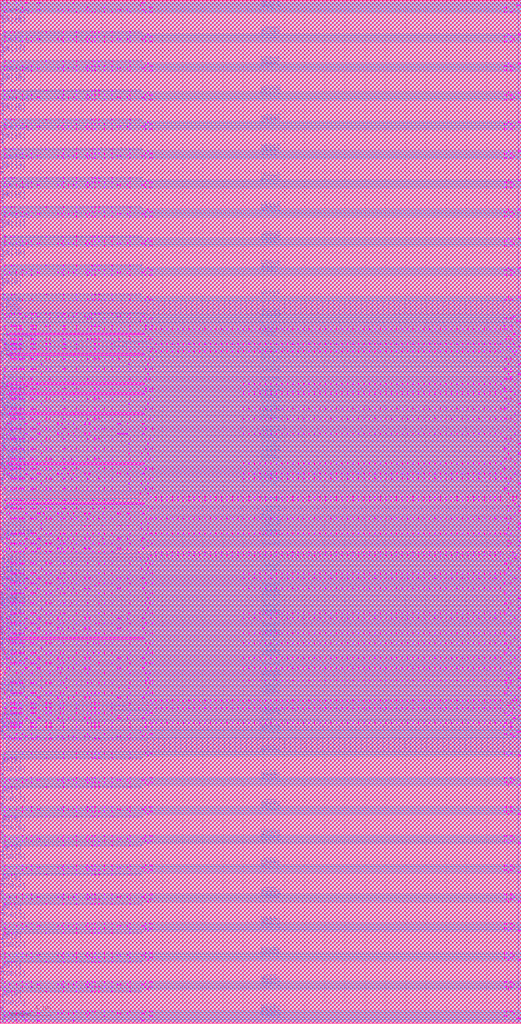
<source format=lef>
# Copyright (c) 1993 - 2019 ARM Limited. All Rights Reserved.
# Use of this Software is subject to the terms and conditions of the
# applicable license agreement with ARM Limited.

# PhyVGen V 8.3.0
# ARM Version r4p0
# Creation Date: Sun Oct 20 14:43:11 2019


# Memory Configuration:
# ~~~~~~~~~~~~~~~~~~~~~
#  -activity_factor 50 -atf off -back_biasing off -bits 19 -bmux on
# -bus_notation on -check_instname off -diodes on -drive 6 -ema on -frequency
# 1.0 -instname rf2_256x19_wm0 -left_bus_delim "[" -mux 2 -mvt BASE -name_case
# upper -pipeline off -power_gating off -power_type otc -pwr_gnd_rename
# vddpe:VDDPE,vddce:VDDCE,vsse:VSSE -rcols 2 -redundancy off -retention on
# -right_bus_delim "]" -rrows 0 -ser none -site_def off -top_layer m5-m10
# -words 256 -wp_size 1 -write_mask off -write_thru off -corners
# ff_0p99v_0p99v_125c,ss_0p81v_0p81v_m40c,tt_0p90v_0p90v_25c
# 

VERSION 5.7 ;
BUSBITCHARS "[]" ;
MACRO rf2_256x19_wm0
	FOREIGN rf2_256x19_wm0 0 0 ;
	SYMMETRY X Y ;
	SIZE 51.405 BY 100.94 ;
	CLASS BLOCK ;
	PIN AA[0]
		USE SIGNAL ;
		DIRECTION INPUT ;
		SHAPE ABUTMENT ;
		PORT
			LAYER	M1 ;
			RECT	0 32.87 0.25 32.97 ;
			LAYER	M2 ;
			RECT	0 32.87 0.25 32.97 ;
			LAYER	M3 ;
			RECT	0 32.87 0.25 32.97 ;
		END

		ANTENNAGATEAREA 0.014 ;
		ANTENNADIFFAREA 0.018 ;
		ANTENNAPARTIALMETALAREA 0.025 ;
	END AA[0]

	PIN AA[1]
		USE SIGNAL ;
		DIRECTION INPUT ;
		SHAPE ABUTMENT ;
		PORT
			LAYER	M1 ;
			RECT	0 35.9 0.25 36 ;
			LAYER	M2 ;
			RECT	0 35.9 0.25 36 ;
			LAYER	M3 ;
			RECT	0 35.9 0.25 36 ;
		END

		ANTENNAGATEAREA 0.014 ;
		ANTENNADIFFAREA 0.018 ;
		ANTENNAPARTIALMETALAREA 0.025 ;
	END AA[1]

	PIN AA[2]
		USE SIGNAL ;
		DIRECTION INPUT ;
		SHAPE ABUTMENT ;
		PORT
			LAYER	M1 ;
			RECT	0 37.445 0.25 37.545 ;
			LAYER	M2 ;
			RECT	0 37.445 0.25 37.545 ;
			LAYER	M3 ;
			RECT	0 37.445 0.25 37.545 ;
		END

		ANTENNAGATEAREA 0.014 ;
		ANTENNADIFFAREA 0.018 ;
		ANTENNAPARTIALMETALAREA 0.025 ;
	END AA[2]

	PIN AA[3]
		USE SIGNAL ;
		DIRECTION INPUT ;
		SHAPE ABUTMENT ;
		PORT
			LAYER	M1 ;
			RECT	0 38.93 0.25 39.03 ;
			LAYER	M2 ;
			RECT	0 38.93 0.25 39.03 ;
			LAYER	M3 ;
			RECT	0 38.93 0.25 39.03 ;
		END

		ANTENNAGATEAREA 0.014 ;
		ANTENNADIFFAREA 0.018 ;
		ANTENNAPARTIALMETALAREA 0.025 ;
	END AA[3]

	PIN AA[4]
		USE SIGNAL ;
		DIRECTION INPUT ;
		SHAPE ABUTMENT ;
		PORT
			LAYER	M1 ;
			RECT	0 40.475 0.25 40.575 ;
			LAYER	M2 ;
			RECT	0 40.475 0.25 40.575 ;
			LAYER	M3 ;
			RECT	0 40.475 0.25 40.575 ;
		END

		ANTENNAGATEAREA 0.014 ;
		ANTENNADIFFAREA 0.018 ;
		ANTENNAPARTIALMETALAREA 0.025 ;
	END AA[4]

	PIN AA[5]
		USE SIGNAL ;
		DIRECTION INPUT ;
		SHAPE ABUTMENT ;
		PORT
			LAYER	M1 ;
			RECT	0 41.96 0.25 42.06 ;
			LAYER	M2 ;
			RECT	0 41.96 0.25 42.06 ;
			LAYER	M3 ;
			RECT	0 41.96 0.25 42.06 ;
		END

		ANTENNAGATEAREA 0.014 ;
		ANTENNADIFFAREA 0.018 ;
		ANTENNAPARTIALMETALAREA 0.025 ;
	END AA[5]

	PIN AA[6]
		USE SIGNAL ;
		DIRECTION INPUT ;
		SHAPE ABUTMENT ;
		PORT
			LAYER	M1 ;
			RECT	0 43.505 0.25 43.605 ;
			LAYER	M2 ;
			RECT	0 43.505 0.25 43.605 ;
			LAYER	M3 ;
			RECT	0 43.505 0.25 43.605 ;
		END

		ANTENNAGATEAREA 0.014 ;
		ANTENNADIFFAREA 0.018 ;
		ANTENNAPARTIALMETALAREA 0.025 ;
	END AA[6]

	PIN AA[7]
		USE SIGNAL ;
		DIRECTION INPUT ;
		SHAPE ABUTMENT ;
		PORT
			LAYER	M1 ;
			RECT	0 44.99 0.25 45.09 ;
			LAYER	M2 ;
			RECT	0 44.99 0.25 45.09 ;
			LAYER	M3 ;
			RECT	0 44.99 0.25 45.09 ;
		END

		ANTENNAGATEAREA 0.014 ;
		ANTENNADIFFAREA 0.018 ;
		ANTENNAPARTIALMETALAREA 0.025 ;
	END AA[7]

	PIN AB[0]
		USE SIGNAL ;
		DIRECTION INPUT ;
		SHAPE ABUTMENT ;
		PORT
			LAYER	M1 ;
			RECT	0 65.785 0.25 65.885 ;
			LAYER	M2 ;
			RECT	0 65.785 0.25 65.885 ;
			LAYER	M3 ;
			RECT	0 65.785 0.25 65.885 ;
		END

		ANTENNAGATEAREA 0.014 ;
		ANTENNADIFFAREA 0.018 ;
		ANTENNAPARTIALMETALAREA 0.025 ;
	END AB[0]

	PIN AB[1]
		USE SIGNAL ;
		DIRECTION INPUT ;
		SHAPE ABUTMENT ;
		PORT
			LAYER	M1 ;
			RECT	0 62.56 0.25 62.66 ;
			LAYER	M2 ;
			RECT	0 62.56 0.25 62.66 ;
			LAYER	M3 ;
			RECT	0 62.56 0.25 62.66 ;
		END

		ANTENNAGATEAREA 0.014 ;
		ANTENNADIFFAREA 0.018 ;
		ANTENNAPARTIALMETALAREA 0.025 ;
	END AB[1]

	PIN AB[2]
		USE SIGNAL ;
		DIRECTION INPUT ;
		SHAPE ABUTMENT ;
		PORT
			LAYER	M1 ;
			RECT	0 61.21 0.25 61.31 ;
			LAYER	M2 ;
			RECT	0 61.21 0.25 61.31 ;
			LAYER	M3 ;
			RECT	0 61.21 0.25 61.31 ;
		END

		ANTENNAGATEAREA 0.014 ;
		ANTENNADIFFAREA 0.018 ;
		ANTENNAPARTIALMETALAREA 0.025 ;
	END AB[2]

	PIN AB[3]
		USE SIGNAL ;
		DIRECTION INPUT ;
		SHAPE ABUTMENT ;
		PORT
			LAYER	M1 ;
			RECT	0 59.725 0.25 59.825 ;
			LAYER	M2 ;
			RECT	0 59.725 0.25 59.825 ;
			LAYER	M3 ;
			RECT	0 59.725 0.25 59.825 ;
		END

		ANTENNAGATEAREA 0.014 ;
		ANTENNADIFFAREA 0.018 ;
		ANTENNAPARTIALMETALAREA 0.025 ;
	END AB[3]

	PIN AB[4]
		USE SIGNAL ;
		DIRECTION INPUT ;
		SHAPE ABUTMENT ;
		PORT
			LAYER	M1 ;
			RECT	0 58.18 0.25 58.28 ;
			LAYER	M2 ;
			RECT	0 58.18 0.25 58.28 ;
			LAYER	M3 ;
			RECT	0 58.18 0.25 58.28 ;
		END

		ANTENNAGATEAREA 0.014 ;
		ANTENNADIFFAREA 0.018 ;
		ANTENNAPARTIALMETALAREA 0.025 ;
	END AB[4]

	PIN AB[5]
		USE SIGNAL ;
		DIRECTION INPUT ;
		SHAPE ABUTMENT ;
		PORT
			LAYER	M1 ;
			RECT	0 56.695 0.25 56.795 ;
			LAYER	M2 ;
			RECT	0 56.695 0.25 56.795 ;
			LAYER	M3 ;
			RECT	0 56.695 0.25 56.795 ;
		END

		ANTENNAGATEAREA 0.014 ;
		ANTENNADIFFAREA 0.018 ;
		ANTENNAPARTIALMETALAREA 0.025 ;
	END AB[5]

	PIN AB[6]
		USE SIGNAL ;
		DIRECTION INPUT ;
		SHAPE ABUTMENT ;
		PORT
			LAYER	M1 ;
			RECT	0 55.15 0.25 55.25 ;
			LAYER	M2 ;
			RECT	0 55.15 0.25 55.25 ;
			LAYER	M3 ;
			RECT	0 55.15 0.25 55.25 ;
		END

		ANTENNAGATEAREA 0.014 ;
		ANTENNADIFFAREA 0.018 ;
		ANTENNAPARTIALMETALAREA 0.025 ;
	END AB[6]

	PIN AB[7]
		USE SIGNAL ;
		DIRECTION INPUT ;
		SHAPE ABUTMENT ;
		PORT
			LAYER	M1 ;
			RECT	0 53.665 0.25 53.765 ;
			LAYER	M2 ;
			RECT	0 53.665 0.25 53.765 ;
			LAYER	M3 ;
			RECT	0 53.665 0.25 53.765 ;
		END

		ANTENNAGATEAREA 0.014 ;
		ANTENNADIFFAREA 0.018 ;
		ANTENNAPARTIALMETALAREA 0.025 ;
	END AB[7]

	PIN AYA[0]
		USE SIGNAL ;
		DIRECTION OUTPUT ;
		SHAPE ABUTMENT ;
		PORT
			LAYER	M1 ;
			RECT	0 33.275 0.25 33.375 ;
			LAYER	M2 ;
			RECT	0 33.275 0.25 33.375 ;
			LAYER	M3 ;
			RECT	0 33.275 0.25 33.375 ;
		END

		ANTENNADIFFAREA 0.018 ;
		ANTENNAPARTIALMETALAREA 0.025 ;
	END AYA[0]

	PIN AYA[1]
		USE SIGNAL ;
		DIRECTION OUTPUT ;
		SHAPE ABUTMENT ;
		PORT
			LAYER	M1 ;
			RECT	0 36.305 0.25 36.405 ;
			LAYER	M2 ;
			RECT	0 36.305 0.25 36.405 ;
			LAYER	M3 ;
			RECT	0 36.305 0.25 36.405 ;
		END

		ANTENNADIFFAREA 0.018 ;
		ANTENNAPARTIALMETALAREA 0.025 ;
	END AYA[1]

	PIN AYA[2]
		USE SIGNAL ;
		DIRECTION OUTPUT ;
		SHAPE ABUTMENT ;
		PORT
			LAYER	M1 ;
			RECT	0 37.04 0.25 37.14 ;
			LAYER	M2 ;
			RECT	0 37.04 0.25 37.14 ;
			LAYER	M3 ;
			RECT	0 37.04 0.25 37.14 ;
		END

		ANTENNADIFFAREA 0.018 ;
		ANTENNAPARTIALMETALAREA 0.025 ;
	END AYA[2]

	PIN AYA[3]
		USE SIGNAL ;
		DIRECTION OUTPUT ;
		SHAPE ABUTMENT ;
		PORT
			LAYER	M1 ;
			RECT	0 39.335 0.25 39.435 ;
			LAYER	M2 ;
			RECT	0 39.335 0.25 39.435 ;
			LAYER	M3 ;
			RECT	0 39.335 0.25 39.435 ;
		END

		ANTENNADIFFAREA 0.018 ;
		ANTENNAPARTIALMETALAREA 0.025 ;
	END AYA[3]

	PIN AYA[4]
		USE SIGNAL ;
		DIRECTION OUTPUT ;
		SHAPE ABUTMENT ;
		PORT
			LAYER	M1 ;
			RECT	0 40.1 0.25 40.2 ;
			LAYER	M2 ;
			RECT	0 40.1 0.25 40.2 ;
			LAYER	M3 ;
			RECT	0 40.1 0.25 40.2 ;
		END

		ANTENNADIFFAREA 0.018 ;
		ANTENNAPARTIALMETALAREA 0.025 ;
	END AYA[4]

	PIN AYA[5]
		USE SIGNAL ;
		DIRECTION OUTPUT ;
		SHAPE ABUTMENT ;
		PORT
			LAYER	M1 ;
			RECT	0 42.365 0.25 42.465 ;
			LAYER	M2 ;
			RECT	0 42.365 0.25 42.465 ;
			LAYER	M3 ;
			RECT	0 42.365 0.25 42.465 ;
		END

		ANTENNADIFFAREA 0.018 ;
		ANTENNAPARTIALMETALAREA 0.025 ;
	END AYA[5]

	PIN AYA[6]
		USE SIGNAL ;
		DIRECTION OUTPUT ;
		SHAPE ABUTMENT ;
		PORT
			LAYER	M1 ;
			RECT	0 43.305 0.25 43.405 ;
			LAYER	M2 ;
			RECT	0 43.305 0.25 43.405 ;
			LAYER	M3 ;
			RECT	0 43.305 0.25 43.405 ;
		END

		ANTENNADIFFAREA 0.018 ;
		ANTENNAPARTIALMETALAREA 0.025 ;
	END AYA[6]

	PIN AYA[7]
		USE SIGNAL ;
		DIRECTION OUTPUT ;
		SHAPE ABUTMENT ;
		PORT
			LAYER	M1 ;
			RECT	0 45.395 0.25 45.495 ;
			LAYER	M2 ;
			RECT	0 45.395 0.25 45.495 ;
			LAYER	M3 ;
			RECT	0 45.395 0.25 45.495 ;
		END

		ANTENNADIFFAREA 0.018 ;
		ANTENNAPARTIALMETALAREA 0.025 ;
	END AYA[7]

	PIN AYB[0]
		USE SIGNAL ;
		DIRECTION OUTPUT ;
		SHAPE ABUTMENT ;
		PORT
			LAYER	M1 ;
			RECT	0 65.38 0.25 65.48 ;
			LAYER	M2 ;
			RECT	0 65.38 0.25 65.48 ;
			LAYER	M3 ;
			RECT	0 65.38 0.25 65.48 ;
		END

		ANTENNADIFFAREA 0.018 ;
		ANTENNAPARTIALMETALAREA 0.025 ;
	END AYB[0]

	PIN AYB[1]
		USE SIGNAL ;
		DIRECTION OUTPUT ;
		SHAPE ABUTMENT ;
		PORT
			LAYER	M1 ;
			RECT	0 62.35 0.25 62.45 ;
			LAYER	M2 ;
			RECT	0 62.35 0.25 62.45 ;
			LAYER	M3 ;
			RECT	0 62.35 0.25 62.45 ;
		END

		ANTENNADIFFAREA 0.018 ;
		ANTENNAPARTIALMETALAREA 0.025 ;
	END AYB[1]

	PIN AYB[2]
		USE SIGNAL ;
		DIRECTION OUTPUT ;
		SHAPE ABUTMENT ;
		PORT
			LAYER	M1 ;
			RECT	0 61.585 0.25 61.685 ;
			LAYER	M2 ;
			RECT	0 61.585 0.25 61.685 ;
			LAYER	M3 ;
			RECT	0 61.585 0.25 61.685 ;
		END

		ANTENNADIFFAREA 0.018 ;
		ANTENNAPARTIALMETALAREA 0.025 ;
	END AYB[2]

	PIN AYB[3]
		USE SIGNAL ;
		DIRECTION OUTPUT ;
		SHAPE ABUTMENT ;
		PORT
			LAYER	M1 ;
			RECT	0 59.35 0.25 59.45 ;
			LAYER	M2 ;
			RECT	0 59.35 0.25 59.45 ;
			LAYER	M3 ;
			RECT	0 59.35 0.25 59.45 ;
		END

		ANTENNADIFFAREA 0.018 ;
		ANTENNAPARTIALMETALAREA 0.025 ;
	END AYB[3]

	PIN AYB[4]
		USE SIGNAL ;
		DIRECTION OUTPUT ;
		SHAPE ABUTMENT ;
		PORT
			LAYER	M1 ;
			RECT	0 58.585 0.25 58.685 ;
			LAYER	M2 ;
			RECT	0 58.585 0.25 58.685 ;
			LAYER	M3 ;
			RECT	0 58.585 0.25 58.685 ;
		END

		ANTENNADIFFAREA 0.018 ;
		ANTENNAPARTIALMETALAREA 0.025 ;
	END AYB[4]

	PIN AYB[5]
		USE SIGNAL ;
		DIRECTION OUTPUT ;
		SHAPE ABUTMENT ;
		PORT
			LAYER	M1 ;
			RECT	0 56.29 0.25 56.39 ;
			LAYER	M2 ;
			RECT	0 56.29 0.25 56.39 ;
			LAYER	M3 ;
			RECT	0 56.29 0.25 56.39 ;
		END

		ANTENNADIFFAREA 0.018 ;
		ANTENNAPARTIALMETALAREA 0.025 ;
	END AYB[5]

	PIN AYB[6]
		USE SIGNAL ;
		DIRECTION OUTPUT ;
		SHAPE ABUTMENT ;
		PORT
			LAYER	M1 ;
			RECT	0 55.525 0.25 55.625 ;
			LAYER	M2 ;
			RECT	0 55.525 0.25 55.625 ;
			LAYER	M3 ;
			RECT	0 55.525 0.25 55.625 ;
		END

		ANTENNADIFFAREA 0.018 ;
		ANTENNAPARTIALMETALAREA 0.025 ;
	END AYB[6]

	PIN AYB[7]
		USE SIGNAL ;
		DIRECTION OUTPUT ;
		SHAPE ABUTMENT ;
		PORT
			LAYER	M1 ;
			RECT	0 53.26 0.25 53.36 ;
			LAYER	M2 ;
			RECT	0 53.26 0.25 53.36 ;
			LAYER	M3 ;
			RECT	0 53.26 0.25 53.36 ;
		END

		ANTENNADIFFAREA 0.018 ;
		ANTENNAPARTIALMETALAREA 0.025 ;
	END AYB[7]

	PIN CENA
		USE SIGNAL ;
		DIRECTION INPUT ;
		SHAPE ABUTMENT ;
		PORT
			LAYER	M1 ;
			RECT	0 30.11 0.25 30.21 ;
			LAYER	M2 ;
			RECT	0 30.11 0.25 30.21 ;
			LAYER	M3 ;
			RECT	0 30.11 0.25 30.21 ;
		END

		ANTENNAGATEAREA 0.014 ;
		ANTENNADIFFAREA 0.018 ;
		ANTENNAPARTIALMETALAREA 0.025 ;
	END CENA

	PIN CENB
		USE SIGNAL ;
		DIRECTION INPUT ;
		SHAPE ABUTMENT ;
		PORT
			LAYER	M1 ;
			RECT	0 70.305 0.25 70.405 ;
			LAYER	M2 ;
			RECT	0 70.305 0.25 70.405 ;
			LAYER	M3 ;
			RECT	0 70.305 0.25 70.405 ;
		END

		ANTENNAGATEAREA 0.014 ;
		ANTENNADIFFAREA 0.018 ;
		ANTENNAPARTIALMETALAREA 0.025 ;
	END CENB

	PIN CENYA
		USE SIGNAL ;
		DIRECTION OUTPUT ;
		SHAPE ABUTMENT ;
		PORT
			LAYER	M1 ;
			RECT	0 28.7 0.25 28.8 ;
			LAYER	M2 ;
			RECT	0 28.7 0.25 28.8 ;
			LAYER	M3 ;
			RECT	0 28.7 0.25 28.8 ;
		END

		ANTENNADIFFAREA 0.018 ;
		ANTENNAPARTIALMETALAREA 0.025 ;
	END CENYA

	PIN CENYB
		USE SIGNAL ;
		DIRECTION OUTPUT ;
		SHAPE ABUTMENT ;
		PORT
			LAYER	M1 ;
			RECT	0 70.85 0.25 70.95 ;
			LAYER	M2 ;
			RECT	0 70.85 0.25 70.95 ;
			LAYER	M3 ;
			RECT	0 70.85 0.25 70.95 ;
		END

		ANTENNADIFFAREA 0.018 ;
		ANTENNAPARTIALMETALAREA 0.025 ;
	END CENYB

	PIN CLKA
		USE SIGNAL ;
		DIRECTION INPUT ;
		SHAPE ABUTMENT ;
		PORT
			LAYER	M1 ;
			RECT	0 39.73 0.25 39.83 ;
			LAYER	M2 ;
			RECT	0 39.73 0.25 39.83 ;
			LAYER	M3 ;
			RECT	0 39.73 0.25 39.83 ;
		END

		ANTENNAGATEAREA 0.014 ;
		ANTENNADIFFAREA 0.018 ;
		ANTENNAPARTIALMETALAREA 0.025 ;
	END CLKA

	PIN CLKB
		USE SIGNAL ;
		DIRECTION INPUT ;
		SHAPE ABUTMENT ;
		PORT
			LAYER	M1 ;
			RECT	0 60.38 0.25 60.48 ;
			LAYER	M2 ;
			RECT	0 60.38 0.25 60.48 ;
			LAYER	M3 ;
			RECT	0 60.38 0.25 60.48 ;
		END

		ANTENNAGATEAREA 0.014 ;
		ANTENNADIFFAREA 0.018 ;
		ANTENNAPARTIALMETALAREA 0.025 ;
	END CLKB

	PIN COLLDISN
		USE SIGNAL ;
		DIRECTION INPUT ;
		SHAPE ABUTMENT ;
		PORT
			LAYER	M1 ;
			RECT	0 47.9 0.25 48 ;
			LAYER	M2 ;
			RECT	0 47.9 0.25 48 ;
			LAYER	M3 ;
			RECT	0 47.9 0.25 48 ;
		END

		ANTENNAGATEAREA 0.014 ;
		ANTENNADIFFAREA 0.018 ;
		ANTENNAPARTIALMETALAREA 0.025 ;
	END COLLDISN

	PIN DB[0]
		USE SIGNAL ;
		DIRECTION INPUT ;
		SHAPE ABUTMENT ;
		PORT
			LAYER	M1 ;
			RECT	0 2.195 0.25 2.295 ;
			LAYER	M2 ;
			RECT	0 2.195 0.25 2.295 ;
			LAYER	M3 ;
			RECT	0 2.195 0.25 2.295 ;
		END

		ANTENNAGATEAREA 0.014 ;
		ANTENNADIFFAREA 0.018 ;
		ANTENNAPARTIALMETALAREA 0.025 ;
	END DB[0]

	PIN DB[10]
		USE SIGNAL ;
		DIRECTION INPUT ;
		SHAPE ABUTMENT ;
		PORT
			LAYER	M1 ;
			RECT	0 75.605 0.25 75.705 ;
			LAYER	M2 ;
			RECT	0 75.605 0.25 75.705 ;
			LAYER	M3 ;
			RECT	0 75.605 0.25 75.705 ;
		END

		ANTENNAGATEAREA 0.014 ;
		ANTENNADIFFAREA 0.018 ;
		ANTENNAPARTIALMETALAREA 0.025 ;
	END DB[10]

	PIN DB[11]
		USE SIGNAL ;
		DIRECTION INPUT ;
		SHAPE ABUTMENT ;
		PORT
			LAYER	M1 ;
			RECT	0 78.485 0.25 78.585 ;
			LAYER	M2 ;
			RECT	0 78.485 0.25 78.585 ;
			LAYER	M3 ;
			RECT	0 78.485 0.25 78.585 ;
		END

		ANTENNAGATEAREA 0.014 ;
		ANTENNADIFFAREA 0.018 ;
		ANTENNAPARTIALMETALAREA 0.025 ;
	END DB[11]

	PIN DB[12]
		USE SIGNAL ;
		DIRECTION INPUT ;
		SHAPE ABUTMENT ;
		PORT
			LAYER	M1 ;
			RECT	0 81.365 0.25 81.465 ;
			LAYER	M2 ;
			RECT	0 81.365 0.25 81.465 ;
			LAYER	M3 ;
			RECT	0 81.365 0.25 81.465 ;
		END

		ANTENNAGATEAREA 0.014 ;
		ANTENNADIFFAREA 0.018 ;
		ANTENNAPARTIALMETALAREA 0.025 ;
	END DB[12]

	PIN DB[13]
		USE SIGNAL ;
		DIRECTION INPUT ;
		SHAPE ABUTMENT ;
		PORT
			LAYER	M1 ;
			RECT	0 84.245 0.25 84.345 ;
			LAYER	M2 ;
			RECT	0 84.245 0.25 84.345 ;
			LAYER	M3 ;
			RECT	0 84.245 0.25 84.345 ;
		END

		ANTENNAGATEAREA 0.014 ;
		ANTENNADIFFAREA 0.018 ;
		ANTENNAPARTIALMETALAREA 0.025 ;
	END DB[13]

	PIN DB[14]
		USE SIGNAL ;
		DIRECTION INPUT ;
		SHAPE ABUTMENT ;
		PORT
			LAYER	M1 ;
			RECT	0 87.125 0.25 87.225 ;
			LAYER	M2 ;
			RECT	0 87.125 0.25 87.225 ;
			LAYER	M3 ;
			RECT	0 87.125 0.25 87.225 ;
		END

		ANTENNAGATEAREA 0.014 ;
		ANTENNADIFFAREA 0.018 ;
		ANTENNAPARTIALMETALAREA 0.025 ;
	END DB[14]

	PIN DB[15]
		USE SIGNAL ;
		DIRECTION INPUT ;
		SHAPE ABUTMENT ;
		PORT
			LAYER	M1 ;
			RECT	0 90.005 0.25 90.105 ;
			LAYER	M2 ;
			RECT	0 90.005 0.25 90.105 ;
			LAYER	M3 ;
			RECT	0 90.005 0.25 90.105 ;
		END

		ANTENNAGATEAREA 0.014 ;
		ANTENNADIFFAREA 0.018 ;
		ANTENNAPARTIALMETALAREA 0.025 ;
	END DB[15]

	PIN DB[16]
		USE SIGNAL ;
		DIRECTION INPUT ;
		SHAPE ABUTMENT ;
		PORT
			LAYER	M1 ;
			RECT	0 92.885 0.25 92.985 ;
			LAYER	M2 ;
			RECT	0 92.885 0.25 92.985 ;
			LAYER	M3 ;
			RECT	0 92.885 0.25 92.985 ;
		END

		ANTENNAGATEAREA 0.014 ;
		ANTENNADIFFAREA 0.018 ;
		ANTENNAPARTIALMETALAREA 0.025 ;
	END DB[16]

	PIN DB[17]
		USE SIGNAL ;
		DIRECTION INPUT ;
		SHAPE ABUTMENT ;
		PORT
			LAYER	M1 ;
			RECT	0 95.765 0.25 95.865 ;
			LAYER	M2 ;
			RECT	0 95.765 0.25 95.865 ;
			LAYER	M3 ;
			RECT	0 95.765 0.25 95.865 ;
		END

		ANTENNAGATEAREA 0.014 ;
		ANTENNADIFFAREA 0.018 ;
		ANTENNAPARTIALMETALAREA 0.025 ;
	END DB[17]

	PIN DB[18]
		USE SIGNAL ;
		DIRECTION INPUT ;
		SHAPE ABUTMENT ;
		PORT
			LAYER	M1 ;
			RECT	0 98.645 0.25 98.745 ;
			LAYER	M2 ;
			RECT	0 98.645 0.25 98.745 ;
			LAYER	M3 ;
			RECT	0 98.645 0.25 98.745 ;
		END

		ANTENNAGATEAREA 0.014 ;
		ANTENNADIFFAREA 0.018 ;
		ANTENNAPARTIALMETALAREA 0.025 ;
	END DB[18]

	PIN DB[1]
		USE SIGNAL ;
		DIRECTION INPUT ;
		SHAPE ABUTMENT ;
		PORT
			LAYER	M1 ;
			RECT	0 5.075 0.25 5.175 ;
			LAYER	M2 ;
			RECT	0 5.075 0.25 5.175 ;
			LAYER	M3 ;
			RECT	0 5.075 0.25 5.175 ;
		END

		ANTENNAGATEAREA 0.014 ;
		ANTENNADIFFAREA 0.018 ;
		ANTENNAPARTIALMETALAREA 0.025 ;
	END DB[1]

	PIN DB[2]
		USE SIGNAL ;
		DIRECTION INPUT ;
		SHAPE ABUTMENT ;
		PORT
			LAYER	M1 ;
			RECT	0 7.955 0.25 8.055 ;
			LAYER	M2 ;
			RECT	0 7.955 0.25 8.055 ;
			LAYER	M3 ;
			RECT	0 7.955 0.25 8.055 ;
		END

		ANTENNAGATEAREA 0.014 ;
		ANTENNADIFFAREA 0.018 ;
		ANTENNAPARTIALMETALAREA 0.025 ;
	END DB[2]

	PIN DB[3]
		USE SIGNAL ;
		DIRECTION INPUT ;
		SHAPE ABUTMENT ;
		PORT
			LAYER	M1 ;
			RECT	0 10.835 0.25 10.935 ;
			LAYER	M2 ;
			RECT	0 10.835 0.25 10.935 ;
			LAYER	M3 ;
			RECT	0 10.835 0.25 10.935 ;
		END

		ANTENNAGATEAREA 0.014 ;
		ANTENNADIFFAREA 0.018 ;
		ANTENNAPARTIALMETALAREA 0.025 ;
	END DB[3]

	PIN DB[4]
		USE SIGNAL ;
		DIRECTION INPUT ;
		SHAPE ABUTMENT ;
		PORT
			LAYER	M1 ;
			RECT	0 13.715 0.25 13.815 ;
			LAYER	M2 ;
			RECT	0 13.715 0.25 13.815 ;
			LAYER	M3 ;
			RECT	0 13.715 0.25 13.815 ;
		END

		ANTENNAGATEAREA 0.014 ;
		ANTENNADIFFAREA 0.018 ;
		ANTENNAPARTIALMETALAREA 0.025 ;
	END DB[4]

	PIN DB[5]
		USE SIGNAL ;
		DIRECTION INPUT ;
		SHAPE ABUTMENT ;
		PORT
			LAYER	M1 ;
			RECT	0 16.595 0.25 16.695 ;
			LAYER	M2 ;
			RECT	0 16.595 0.25 16.695 ;
			LAYER	M3 ;
			RECT	0 16.595 0.25 16.695 ;
		END

		ANTENNAGATEAREA 0.014 ;
		ANTENNADIFFAREA 0.018 ;
		ANTENNAPARTIALMETALAREA 0.025 ;
	END DB[5]

	PIN DB[6]
		USE SIGNAL ;
		DIRECTION INPUT ;
		SHAPE ABUTMENT ;
		PORT
			LAYER	M1 ;
			RECT	0 19.475 0.25 19.575 ;
			LAYER	M2 ;
			RECT	0 19.475 0.25 19.575 ;
			LAYER	M3 ;
			RECT	0 19.475 0.25 19.575 ;
		END

		ANTENNAGATEAREA 0.014 ;
		ANTENNADIFFAREA 0.018 ;
		ANTENNAPARTIALMETALAREA 0.025 ;
	END DB[6]

	PIN DB[7]
		USE SIGNAL ;
		DIRECTION INPUT ;
		SHAPE ABUTMENT ;
		PORT
			LAYER	M1 ;
			RECT	0 22.355 0.25 22.455 ;
			LAYER	M2 ;
			RECT	0 22.355 0.25 22.455 ;
			LAYER	M3 ;
			RECT	0 22.355 0.25 22.455 ;
		END

		ANTENNAGATEAREA 0.014 ;
		ANTENNADIFFAREA 0.018 ;
		ANTENNAPARTIALMETALAREA 0.025 ;
	END DB[7]

	PIN DB[8]
		USE SIGNAL ;
		DIRECTION INPUT ;
		SHAPE ABUTMENT ;
		PORT
			LAYER	M1 ;
			RECT	0 25.235 0.25 25.335 ;
			LAYER	M2 ;
			RECT	0 25.235 0.25 25.335 ;
			LAYER	M3 ;
			RECT	0 25.235 0.25 25.335 ;
		END

		ANTENNAGATEAREA 0.014 ;
		ANTENNADIFFAREA 0.018 ;
		ANTENNAPARTIALMETALAREA 0.025 ;
	END DB[8]

	PIN DB[9]
		USE SIGNAL ;
		DIRECTION INPUT ;
		SHAPE ABUTMENT ;
		PORT
			LAYER	M1 ;
			RECT	0 72.725 0.25 72.825 ;
			LAYER	M2 ;
			RECT	0 72.725 0.25 72.825 ;
			LAYER	M3 ;
			RECT	0 72.725 0.25 72.825 ;
		END

		ANTENNAGATEAREA 0.014 ;
		ANTENNADIFFAREA 0.018 ;
		ANTENNAPARTIALMETALAREA 0.025 ;
	END DB[9]

	PIN DFTRAMBYP
		USE SIGNAL ;
		DIRECTION INPUT ;
		SHAPE ABUTMENT ;
		PORT
			LAYER	M1 ;
			RECT	0 67.3 0.25 67.4 ;
			LAYER	M2 ;
			RECT	0 67.3 0.25 67.4 ;
			LAYER	M3 ;
			RECT	0 67.3 0.25 67.4 ;
		END

		ANTENNAGATEAREA 0.014 ;
		ANTENNADIFFAREA 0.018 ;
		ANTENNAPARTIALMETALAREA 0.025 ;
	END DFTRAMBYP

	PIN EMAA[0]
		USE SIGNAL ;
		DIRECTION INPUT ;
		SHAPE ABUTMENT ;
		PORT
			LAYER	M1 ;
			RECT	0 41.37 0.25 41.47 ;
			LAYER	M2 ;
			RECT	0 41.37 0.25 41.47 ;
			LAYER	M3 ;
			RECT	0 41.37 0.25 41.47 ;
		END

		ANTENNAGATEAREA 0.014 ;
		ANTENNADIFFAREA 0.018 ;
		ANTENNAPARTIALMETALAREA 0.025 ;
	END EMAA[0]

	PIN EMAA[1]
		USE SIGNAL ;
		DIRECTION INPUT ;
		SHAPE ABUTMENT ;
		PORT
			LAYER	M1 ;
			RECT	0 41.17 0.25 41.27 ;
			LAYER	M2 ;
			RECT	0 41.17 0.25 41.27 ;
			LAYER	M3 ;
			RECT	0 41.17 0.25 41.27 ;
		END

		ANTENNAGATEAREA 0.014 ;
		ANTENNADIFFAREA 0.018 ;
		ANTENNAPARTIALMETALAREA 0.025 ;
	END EMAA[1]

	PIN EMAA[2]
		USE SIGNAL ;
		DIRECTION INPUT ;
		SHAPE ABUTMENT ;
		PORT
			LAYER	M1 ;
			RECT	0 43.105 0.25 43.205 ;
			LAYER	M2 ;
			RECT	0 43.105 0.25 43.205 ;
			LAYER	M3 ;
			RECT	0 43.105 0.25 43.205 ;
		END

		ANTENNAGATEAREA 0.014 ;
		ANTENNADIFFAREA 0.018 ;
		ANTENNAPARTIALMETALAREA 0.025 ;
	END EMAA[2]

	PIN EMAB[0]
		USE SIGNAL ;
		DIRECTION INPUT ;
		SHAPE ABUTMENT ;
		PORT
			LAYER	M1 ;
			RECT	0 55.905 0.25 56.005 ;
			LAYER	M2 ;
			RECT	0 55.905 0.25 56.005 ;
			LAYER	M3 ;
			RECT	0 55.905 0.25 56.005 ;
		END

		ANTENNAGATEAREA 0.014 ;
		ANTENNADIFFAREA 0.018 ;
		ANTENNAPARTIALMETALAREA 0.025 ;
	END EMAB[0]

	PIN EMAB[1]
		USE SIGNAL ;
		DIRECTION INPUT ;
		SHAPE ABUTMENT ;
		PORT
			LAYER	M1 ;
			RECT	0 56.905 0.25 57.005 ;
			LAYER	M2 ;
			RECT	0 56.905 0.25 57.005 ;
			LAYER	M3 ;
			RECT	0 56.905 0.25 57.005 ;
		END

		ANTENNAGATEAREA 0.014 ;
		ANTENNADIFFAREA 0.018 ;
		ANTENNAPARTIALMETALAREA 0.025 ;
	END EMAB[1]

	PIN EMAB[2]
		USE SIGNAL ;
		DIRECTION INPUT ;
		SHAPE ABUTMENT ;
		PORT
			LAYER	M1 ;
			RECT	0 54.425 0.25 54.525 ;
			LAYER	M2 ;
			RECT	0 54.425 0.25 54.525 ;
			LAYER	M3 ;
			RECT	0 54.425 0.25 54.525 ;
		END

		ANTENNAGATEAREA 0.014 ;
		ANTENNADIFFAREA 0.018 ;
		ANTENNAPARTIALMETALAREA 0.025 ;
	END EMAB[2]

	PIN EMASA
		USE SIGNAL ;
		DIRECTION INPUT ;
		SHAPE ABUTMENT ;
		PORT
			LAYER	M1 ;
			RECT	0 29.05 0.25 29.15 ;
			LAYER	M2 ;
			RECT	0 29.05 0.25 29.15 ;
			LAYER	M3 ;
			RECT	0 29.05 0.25 29.15 ;
		END

		ANTENNAGATEAREA 0.014 ;
		ANTENNADIFFAREA 0.018 ;
		ANTENNAPARTIALMETALAREA 0.025 ;
	END EMASA

	PIN QA[0]
		USE SIGNAL ;
		DIRECTION OUTPUT ;
		SHAPE ABUTMENT ;
		PORT
			LAYER	M1 ;
			RECT	0 2.455 0.25 2.555 ;
			LAYER	M2 ;
			RECT	0 2.455 0.25 2.555 ;
			LAYER	M3 ;
			RECT	0 2.455 0.25 2.555 ;
		END

		ANTENNADIFFAREA 0.018 ;
		ANTENNAPARTIALMETALAREA 0.025 ;
	END QA[0]

	PIN QA[10]
		USE SIGNAL ;
		DIRECTION OUTPUT ;
		SHAPE ABUTMENT ;
		PORT
			LAYER	M1 ;
			RECT	0 75.345 0.25 75.445 ;
			LAYER	M2 ;
			RECT	0 75.345 0.25 75.445 ;
			LAYER	M3 ;
			RECT	0 75.345 0.25 75.445 ;
		END

		ANTENNADIFFAREA 0.018 ;
		ANTENNAPARTIALMETALAREA 0.025 ;
	END QA[10]

	PIN QA[11]
		USE SIGNAL ;
		DIRECTION OUTPUT ;
		SHAPE ABUTMENT ;
		PORT
			LAYER	M1 ;
			RECT	0 78.225 0.25 78.325 ;
			LAYER	M2 ;
			RECT	0 78.225 0.25 78.325 ;
			LAYER	M3 ;
			RECT	0 78.225 0.25 78.325 ;
		END

		ANTENNADIFFAREA 0.018 ;
		ANTENNAPARTIALMETALAREA 0.025 ;
	END QA[11]

	PIN QA[12]
		USE SIGNAL ;
		DIRECTION OUTPUT ;
		SHAPE ABUTMENT ;
		PORT
			LAYER	M1 ;
			RECT	0 81.105 0.25 81.205 ;
			LAYER	M2 ;
			RECT	0 81.105 0.25 81.205 ;
			LAYER	M3 ;
			RECT	0 81.105 0.25 81.205 ;
		END

		ANTENNADIFFAREA 0.018 ;
		ANTENNAPARTIALMETALAREA 0.025 ;
	END QA[12]

	PIN QA[13]
		USE SIGNAL ;
		DIRECTION OUTPUT ;
		SHAPE ABUTMENT ;
		PORT
			LAYER	M1 ;
			RECT	0 83.985 0.25 84.085 ;
			LAYER	M2 ;
			RECT	0 83.985 0.25 84.085 ;
			LAYER	M3 ;
			RECT	0 83.985 0.25 84.085 ;
		END

		ANTENNADIFFAREA 0.018 ;
		ANTENNAPARTIALMETALAREA 0.025 ;
	END QA[13]

	PIN QA[14]
		USE SIGNAL ;
		DIRECTION OUTPUT ;
		SHAPE ABUTMENT ;
		PORT
			LAYER	M1 ;
			RECT	0 86.865 0.25 86.965 ;
			LAYER	M2 ;
			RECT	0 86.865 0.25 86.965 ;
			LAYER	M3 ;
			RECT	0 86.865 0.25 86.965 ;
		END

		ANTENNADIFFAREA 0.018 ;
		ANTENNAPARTIALMETALAREA 0.025 ;
	END QA[14]

	PIN QA[15]
		USE SIGNAL ;
		DIRECTION OUTPUT ;
		SHAPE ABUTMENT ;
		PORT
			LAYER	M1 ;
			RECT	0 89.745 0.25 89.845 ;
			LAYER	M2 ;
			RECT	0 89.745 0.25 89.845 ;
			LAYER	M3 ;
			RECT	0 89.745 0.25 89.845 ;
		END

		ANTENNADIFFAREA 0.018 ;
		ANTENNAPARTIALMETALAREA 0.025 ;
	END QA[15]

	PIN QA[16]
		USE SIGNAL ;
		DIRECTION OUTPUT ;
		SHAPE ABUTMENT ;
		PORT
			LAYER	M1 ;
			RECT	0 92.625 0.25 92.725 ;
			LAYER	M2 ;
			RECT	0 92.625 0.25 92.725 ;
			LAYER	M3 ;
			RECT	0 92.625 0.25 92.725 ;
		END

		ANTENNADIFFAREA 0.018 ;
		ANTENNAPARTIALMETALAREA 0.025 ;
	END QA[16]

	PIN QA[17]
		USE SIGNAL ;
		DIRECTION OUTPUT ;
		SHAPE ABUTMENT ;
		PORT
			LAYER	M1 ;
			RECT	0 95.505 0.25 95.605 ;
			LAYER	M2 ;
			RECT	0 95.505 0.25 95.605 ;
			LAYER	M3 ;
			RECT	0 95.505 0.25 95.605 ;
		END

		ANTENNADIFFAREA 0.018 ;
		ANTENNAPARTIALMETALAREA 0.025 ;
	END QA[17]

	PIN QA[18]
		USE SIGNAL ;
		DIRECTION OUTPUT ;
		SHAPE ABUTMENT ;
		PORT
			LAYER	M1 ;
			RECT	0 98.385 0.25 98.485 ;
			LAYER	M2 ;
			RECT	0 98.385 0.25 98.485 ;
			LAYER	M3 ;
			RECT	0 98.385 0.25 98.485 ;
		END

		ANTENNADIFFAREA 0.018 ;
		ANTENNAPARTIALMETALAREA 0.025 ;
	END QA[18]

	PIN QA[1]
		USE SIGNAL ;
		DIRECTION OUTPUT ;
		SHAPE ABUTMENT ;
		PORT
			LAYER	M1 ;
			RECT	0 5.335 0.25 5.435 ;
			LAYER	M2 ;
			RECT	0 5.335 0.25 5.435 ;
			LAYER	M3 ;
			RECT	0 5.335 0.25 5.435 ;
		END

		ANTENNADIFFAREA 0.018 ;
		ANTENNAPARTIALMETALAREA 0.025 ;
	END QA[1]

	PIN QA[2]
		USE SIGNAL ;
		DIRECTION OUTPUT ;
		SHAPE ABUTMENT ;
		PORT
			LAYER	M1 ;
			RECT	0 8.215 0.25 8.315 ;
			LAYER	M2 ;
			RECT	0 8.215 0.25 8.315 ;
			LAYER	M3 ;
			RECT	0 8.215 0.25 8.315 ;
		END

		ANTENNADIFFAREA 0.018 ;
		ANTENNAPARTIALMETALAREA 0.025 ;
	END QA[2]

	PIN QA[3]
		USE SIGNAL ;
		DIRECTION OUTPUT ;
		SHAPE ABUTMENT ;
		PORT
			LAYER	M1 ;
			RECT	0 11.095 0.25 11.195 ;
			LAYER	M2 ;
			RECT	0 11.095 0.25 11.195 ;
			LAYER	M3 ;
			RECT	0 11.095 0.25 11.195 ;
		END

		ANTENNADIFFAREA 0.018 ;
		ANTENNAPARTIALMETALAREA 0.025 ;
	END QA[3]

	PIN QA[4]
		USE SIGNAL ;
		DIRECTION OUTPUT ;
		SHAPE ABUTMENT ;
		PORT
			LAYER	M1 ;
			RECT	0 13.975 0.25 14.075 ;
			LAYER	M2 ;
			RECT	0 13.975 0.25 14.075 ;
			LAYER	M3 ;
			RECT	0 13.975 0.25 14.075 ;
		END

		ANTENNADIFFAREA 0.018 ;
		ANTENNAPARTIALMETALAREA 0.025 ;
	END QA[4]

	PIN QA[5]
		USE SIGNAL ;
		DIRECTION OUTPUT ;
		SHAPE ABUTMENT ;
		PORT
			LAYER	M1 ;
			RECT	0 16.855 0.25 16.955 ;
			LAYER	M2 ;
			RECT	0 16.855 0.25 16.955 ;
			LAYER	M3 ;
			RECT	0 16.855 0.25 16.955 ;
		END

		ANTENNADIFFAREA 0.018 ;
		ANTENNAPARTIALMETALAREA 0.025 ;
	END QA[5]

	PIN QA[6]
		USE SIGNAL ;
		DIRECTION OUTPUT ;
		SHAPE ABUTMENT ;
		PORT
			LAYER	M1 ;
			RECT	0 19.735 0.25 19.835 ;
			LAYER	M2 ;
			RECT	0 19.735 0.25 19.835 ;
			LAYER	M3 ;
			RECT	0 19.735 0.25 19.835 ;
		END

		ANTENNADIFFAREA 0.018 ;
		ANTENNAPARTIALMETALAREA 0.025 ;
	END QA[6]

	PIN QA[7]
		USE SIGNAL ;
		DIRECTION OUTPUT ;
		SHAPE ABUTMENT ;
		PORT
			LAYER	M1 ;
			RECT	0 22.615 0.25 22.715 ;
			LAYER	M2 ;
			RECT	0 22.615 0.25 22.715 ;
			LAYER	M3 ;
			RECT	0 22.615 0.25 22.715 ;
		END

		ANTENNADIFFAREA 0.018 ;
		ANTENNAPARTIALMETALAREA 0.025 ;
	END QA[7]

	PIN QA[8]
		USE SIGNAL ;
		DIRECTION OUTPUT ;
		SHAPE ABUTMENT ;
		PORT
			LAYER	M1 ;
			RECT	0 25.495 0.25 25.595 ;
			LAYER	M2 ;
			RECT	0 25.495 0.25 25.595 ;
			LAYER	M3 ;
			RECT	0 25.495 0.25 25.595 ;
		END

		ANTENNADIFFAREA 0.018 ;
		ANTENNAPARTIALMETALAREA 0.025 ;
	END QA[8]

	PIN QA[9]
		USE SIGNAL ;
		DIRECTION OUTPUT ;
		SHAPE ABUTMENT ;
		PORT
			LAYER	M1 ;
			RECT	0 72.465 0.25 72.565 ;
			LAYER	M2 ;
			RECT	0 72.465 0.25 72.565 ;
			LAYER	M3 ;
			RECT	0 72.465 0.25 72.565 ;
		END

		ANTENNADIFFAREA 0.018 ;
		ANTENNAPARTIALMETALAREA 0.025 ;
	END QA[9]

	PIN RET1N
		USE SIGNAL ;
		DIRECTION INPUT ;
		SHAPE ABUTMENT ;
		PORT
			LAYER	M1 ;
			RECT	0 29.71 0.25 29.81 ;
			LAYER	M2 ;
			RECT	0 29.71 0.25 29.81 ;
			LAYER	M3 ;
			RECT	0 29.71 0.25 29.81 ;
		END

		ANTENNAGATEAREA 0.014 ;
		ANTENNADIFFAREA 0.018 ;
		ANTENNAPARTIALMETALAREA 0.025 ;
	END RET1N

	PIN SEA
		USE SIGNAL ;
		DIRECTION INPUT ;
		SHAPE ABUTMENT ;
		PORT
			LAYER	M1 ;
			RECT	0 47.5 0.25 47.6 ;
			LAYER	M2 ;
			RECT	0 47.5 0.25 47.6 ;
			LAYER	M3 ;
			RECT	0 47.5 0.25 47.6 ;
		END

		ANTENNAGATEAREA 0.014 ;
		ANTENNADIFFAREA 0.018 ;
		ANTENNAPARTIALMETALAREA 0.025 ;
	END SEA

	PIN SEB
		USE SIGNAL ;
		DIRECTION INPUT ;
		SHAPE ABUTMENT ;
		PORT
			LAYER	M1 ;
			RECT	0 50.335 0.25 50.435 ;
			LAYER	M2 ;
			RECT	0 50.335 0.25 50.435 ;
			LAYER	M3 ;
			RECT	0 50.335 0.25 50.435 ;
		END

		ANTENNAGATEAREA 0.014 ;
		ANTENNADIFFAREA 0.018 ;
		ANTENNAPARTIALMETALAREA 0.025 ;
	END SEB

	PIN SIA[0]
		USE SIGNAL ;
		DIRECTION INPUT ;
		SHAPE ABUTMENT ;
		PORT
			LAYER	M1 ;
			RECT	0 47.7 0.25 47.8 ;
			LAYER	M2 ;
			RECT	0 47.7 0.25 47.8 ;
			LAYER	M3 ;
			RECT	0 47.7 0.25 47.8 ;
		END

		ANTENNAGATEAREA 0.014 ;
		ANTENNADIFFAREA 0.018 ;
		ANTENNAPARTIALMETALAREA 0.025 ;
	END SIA[0]

	PIN SIA[1]
		USE SIGNAL ;
		DIRECTION INPUT ;
		SHAPE ABUTMENT ;
		PORT
			LAYER	M1 ;
			RECT	0 48.67 0.25 48.77 ;
			LAYER	M2 ;
			RECT	0 48.67 0.25 48.77 ;
			LAYER	M3 ;
			RECT	0 48.67 0.25 48.77 ;
		END

		ANTENNAGATEAREA 0.014 ;
		ANTENNADIFFAREA 0.018 ;
		ANTENNAPARTIALMETALAREA 0.025 ;
	END SIA[1]

	PIN SIB[0]
		USE SIGNAL ;
		DIRECTION INPUT ;
		SHAPE ABUTMENT ;
		PORT
			LAYER	M1 ;
			RECT	0 44.275 0.25 44.375 ;
			LAYER	M2 ;
			RECT	0 44.275 0.25 44.375 ;
			LAYER	M3 ;
			RECT	0 44.275 0.25 44.375 ;
		END

		ANTENNAGATEAREA 0.014 ;
		ANTENNADIFFAREA 0.018 ;
		ANTENNAPARTIALMETALAREA 0.025 ;
	END SIB[0]

	PIN SIB[1]
		USE SIGNAL ;
		DIRECTION INPUT ;
		SHAPE ABUTMENT ;
		PORT
			LAYER	M1 ;
			RECT	0 61.925 0.25 62.025 ;
			LAYER	M2 ;
			RECT	0 61.925 0.25 62.025 ;
			LAYER	M3 ;
			RECT	0 61.925 0.25 62.025 ;
		END

		ANTENNAGATEAREA 0.014 ;
		ANTENNADIFFAREA 0.018 ;
		ANTENNAPARTIALMETALAREA 0.025 ;
	END SIB[1]

	PIN SOA[0]
		USE SIGNAL ;
		DIRECTION OUTPUT ;
		SHAPE ABUTMENT ;
		PORT
			LAYER	M1 ;
			RECT	0 0.36 0.25 0.46 ;
			LAYER	M2 ;
			RECT	0 0.36 0.25 0.46 ;
			LAYER	M3 ;
			RECT	0 0.36 0.25 0.46 ;
		END

		ANTENNADIFFAREA 0.018 ;
		ANTENNAPARTIALMETALAREA 0.025 ;
	END SOA[0]

	PIN SOA[1]
		USE SIGNAL ;
		DIRECTION OUTPUT ;
		SHAPE ABUTMENT ;
		PORT
			LAYER	M1 ;
			RECT	0 100.48 0.25 100.58 ;
			LAYER	M2 ;
			RECT	0 100.48 0.25 100.58 ;
			LAYER	M3 ;
			RECT	0 100.48 0.25 100.58 ;
		END

		ANTENNADIFFAREA 0.018 ;
		ANTENNAPARTIALMETALAREA 0.025 ;
	END SOA[1]

	PIN SOB[0]
		USE SIGNAL ;
		DIRECTION OUTPUT ;
		SHAPE ABUTMENT ;
		PORT
			LAYER	M1 ;
			RECT	0 0.09 0.25 0.19 ;
			LAYER	M2 ;
			RECT	0 0.09 0.25 0.19 ;
			LAYER	M3 ;
			RECT	0 0.09 0.25 0.19 ;
		END

		ANTENNADIFFAREA 0.018 ;
		ANTENNAPARTIALMETALAREA 0.025 ;
	END SOB[0]

	PIN SOB[1]
		USE SIGNAL ;
		DIRECTION OUTPUT ;
		SHAPE ABUTMENT ;
		PORT
			LAYER	M1 ;
			RECT	0 100.75 0.25 100.85 ;
			LAYER	M2 ;
			RECT	0 100.75 0.25 100.85 ;
			LAYER	M3 ;
			RECT	0 100.75 0.25 100.85 ;
		END

		ANTENNADIFFAREA 0.018 ;
		ANTENNAPARTIALMETALAREA 0.025 ;
	END SOB[1]

	PIN TAA[0]
		USE SIGNAL ;
		DIRECTION INPUT ;
		SHAPE ABUTMENT ;
		PORT
			LAYER	M1 ;
			RECT	0 32.355 0.25 32.455 ;
			LAYER	M2 ;
			RECT	0 32.355 0.25 32.455 ;
			LAYER	M3 ;
			RECT	0 32.355 0.25 32.455 ;
		END

		ANTENNAGATEAREA 0.014 ;
		ANTENNADIFFAREA 0.018 ;
		ANTENNAPARTIALMETALAREA 0.025 ;
	END TAA[0]

	PIN TAA[1]
		USE SIGNAL ;
		DIRECTION INPUT ;
		SHAPE ABUTMENT ;
		PORT
			LAYER	M1 ;
			RECT	0 35.385 0.25 35.485 ;
			LAYER	M2 ;
			RECT	0 35.385 0.25 35.485 ;
			LAYER	M3 ;
			RECT	0 35.385 0.25 35.485 ;
		END

		ANTENNAGATEAREA 0.014 ;
		ANTENNADIFFAREA 0.018 ;
		ANTENNAPARTIALMETALAREA 0.025 ;
	END TAA[1]

	PIN TAA[2]
		USE SIGNAL ;
		DIRECTION INPUT ;
		SHAPE ABUTMENT ;
		PORT
			LAYER	M1 ;
			RECT	0 37.96 0.25 38.06 ;
			LAYER	M2 ;
			RECT	0 37.96 0.25 38.06 ;
			LAYER	M3 ;
			RECT	0 37.96 0.25 38.06 ;
		END

		ANTENNAGATEAREA 0.014 ;
		ANTENNADIFFAREA 0.018 ;
		ANTENNAPARTIALMETALAREA 0.025 ;
	END TAA[2]

	PIN TAA[3]
		USE SIGNAL ;
		DIRECTION INPUT ;
		SHAPE ABUTMENT ;
		PORT
			LAYER	M1 ;
			RECT	0 38.445 0.25 38.545 ;
			LAYER	M2 ;
			RECT	0 38.445 0.25 38.545 ;
			LAYER	M3 ;
			RECT	0 38.445 0.25 38.545 ;
		END

		ANTENNAGATEAREA 0.014 ;
		ANTENNADIFFAREA 0.018 ;
		ANTENNAPARTIALMETALAREA 0.025 ;
	END TAA[3]

	PIN TAA[4]
		USE SIGNAL ;
		DIRECTION INPUT ;
		SHAPE ABUTMENT ;
		PORT
			LAYER	M1 ;
			RECT	0 40.96 0.25 41.06 ;
			LAYER	M2 ;
			RECT	0 40.96 0.25 41.06 ;
			LAYER	M3 ;
			RECT	0 40.96 0.25 41.06 ;
		END

		ANTENNAGATEAREA 0.014 ;
		ANTENNADIFFAREA 0.018 ;
		ANTENNAPARTIALMETALAREA 0.025 ;
	END TAA[4]

	PIN TAA[5]
		USE SIGNAL ;
		DIRECTION INPUT ;
		SHAPE ABUTMENT ;
		PORT
			LAYER	M1 ;
			RECT	0 41.57 0.25 41.67 ;
			LAYER	M2 ;
			RECT	0 41.57 0.25 41.67 ;
			LAYER	M3 ;
			RECT	0 41.57 0.25 41.67 ;
		END

		ANTENNAGATEAREA 0.014 ;
		ANTENNADIFFAREA 0.018 ;
		ANTENNAPARTIALMETALAREA 0.025 ;
	END TAA[5]

	PIN TAA[6]
		USE SIGNAL ;
		DIRECTION INPUT ;
		SHAPE ABUTMENT ;
		PORT
			LAYER	M1 ;
			RECT	0 43.99 0.25 44.09 ;
			LAYER	M2 ;
			RECT	0 43.99 0.25 44.09 ;
			LAYER	M3 ;
			RECT	0 43.99 0.25 44.09 ;
		END

		ANTENNAGATEAREA 0.014 ;
		ANTENNADIFFAREA 0.018 ;
		ANTENNAPARTIALMETALAREA 0.025 ;
	END TAA[6]

	PIN TAA[7]
		USE SIGNAL ;
		DIRECTION INPUT ;
		SHAPE ABUTMENT ;
		PORT
			LAYER	M1 ;
			RECT	0 44.505 0.25 44.605 ;
			LAYER	M2 ;
			RECT	0 44.505 0.25 44.605 ;
			LAYER	M3 ;
			RECT	0 44.505 0.25 44.605 ;
		END

		ANTENNAGATEAREA 0.014 ;
		ANTENNADIFFAREA 0.018 ;
		ANTENNAPARTIALMETALAREA 0.025 ;
	END TAA[7]

	PIN TAB[0]
		USE SIGNAL ;
		DIRECTION INPUT ;
		SHAPE ABUTMENT ;
		PORT
			LAYER	M1 ;
			RECT	0 66.27 0.25 66.37 ;
			LAYER	M2 ;
			RECT	0 66.27 0.25 66.37 ;
			LAYER	M3 ;
			RECT	0 66.27 0.25 66.37 ;
		END

		ANTENNAGATEAREA 0.014 ;
		ANTENNADIFFAREA 0.018 ;
		ANTENNAPARTIALMETALAREA 0.025 ;
	END TAB[0]

	PIN TAB[1]
		USE SIGNAL ;
		DIRECTION INPUT ;
		SHAPE ABUTMENT ;
		PORT
			LAYER	M1 ;
			RECT	0 63.24 0.25 63.34 ;
			LAYER	M2 ;
			RECT	0 63.24 0.25 63.34 ;
			LAYER	M3 ;
			RECT	0 63.24 0.25 63.34 ;
		END

		ANTENNAGATEAREA 0.014 ;
		ANTENNADIFFAREA 0.018 ;
		ANTENNAPARTIALMETALAREA 0.025 ;
	END TAB[1]

	PIN TAB[2]
		USE SIGNAL ;
		DIRECTION INPUT ;
		SHAPE ABUTMENT ;
		PORT
			LAYER	M1 ;
			RECT	0 60.725 0.25 60.825 ;
			LAYER	M2 ;
			RECT	0 60.725 0.25 60.825 ;
			LAYER	M3 ;
			RECT	0 60.725 0.25 60.825 ;
		END

		ANTENNAGATEAREA 0.014 ;
		ANTENNADIFFAREA 0.018 ;
		ANTENNAPARTIALMETALAREA 0.025 ;
	END TAB[2]

	PIN TAB[3]
		USE SIGNAL ;
		DIRECTION INPUT ;
		SHAPE ABUTMENT ;
		PORT
			LAYER	M1 ;
			RECT	0 60.18 0.25 60.28 ;
			LAYER	M2 ;
			RECT	0 60.18 0.25 60.28 ;
			LAYER	M3 ;
			RECT	0 60.18 0.25 60.28 ;
		END

		ANTENNAGATEAREA 0.014 ;
		ANTENNADIFFAREA 0.018 ;
		ANTENNAPARTIALMETALAREA 0.025 ;
	END TAB[3]

	PIN TAB[4]
		USE SIGNAL ;
		DIRECTION INPUT ;
		SHAPE ABUTMENT ;
		PORT
			LAYER	M1 ;
			RECT	0 57.695 0.25 57.795 ;
			LAYER	M2 ;
			RECT	0 57.695 0.25 57.795 ;
			LAYER	M3 ;
			RECT	0 57.695 0.25 57.795 ;
		END

		ANTENNAGATEAREA 0.014 ;
		ANTENNADIFFAREA 0.018 ;
		ANTENNAPARTIALMETALAREA 0.025 ;
	END TAB[4]

	PIN TAB[5]
		USE SIGNAL ;
		DIRECTION INPUT ;
		SHAPE ABUTMENT ;
		PORT
			LAYER	M1 ;
			RECT	0 57.18 0.25 57.28 ;
			LAYER	M2 ;
			RECT	0 57.18 0.25 57.28 ;
			LAYER	M3 ;
			RECT	0 57.18 0.25 57.28 ;
		END

		ANTENNAGATEAREA 0.014 ;
		ANTENNADIFFAREA 0.018 ;
		ANTENNAPARTIALMETALAREA 0.025 ;
	END TAB[5]

	PIN TAB[6]
		USE SIGNAL ;
		DIRECTION INPUT ;
		SHAPE ABUTMENT ;
		PORT
			LAYER	M1 ;
			RECT	0 54.66 0.25 54.76 ;
			LAYER	M2 ;
			RECT	0 54.66 0.25 54.76 ;
			LAYER	M3 ;
			RECT	0 54.66 0.25 54.76 ;
		END

		ANTENNAGATEAREA 0.014 ;
		ANTENNADIFFAREA 0.018 ;
		ANTENNAPARTIALMETALAREA 0.025 ;
	END TAB[6]

	PIN TAB[7]
		USE SIGNAL ;
		DIRECTION INPUT ;
		SHAPE ABUTMENT ;
		PORT
			LAYER	M1 ;
			RECT	0 54.15 0.25 54.25 ;
			LAYER	M2 ;
			RECT	0 54.15 0.25 54.25 ;
			LAYER	M3 ;
			RECT	0 54.15 0.25 54.25 ;
		END

		ANTENNAGATEAREA 0.014 ;
		ANTENNADIFFAREA 0.018 ;
		ANTENNAPARTIALMETALAREA 0.025 ;
	END TAB[7]

	PIN TCENA
		USE SIGNAL ;
		DIRECTION INPUT ;
		SHAPE ABUTMENT ;
		PORT
			LAYER	M1 ;
			RECT	0 29.91 0.25 30.01 ;
			LAYER	M2 ;
			RECT	0 29.91 0.25 30.01 ;
			LAYER	M3 ;
			RECT	0 29.91 0.25 30.01 ;
		END

		ANTENNAGATEAREA 0.014 ;
		ANTENNADIFFAREA 0.018 ;
		ANTENNAPARTIALMETALAREA 0.025 ;
	END TCENA

	PIN TCENB
		USE SIGNAL ;
		DIRECTION INPUT ;
		SHAPE ABUTMENT ;
		PORT
			LAYER	M1 ;
			RECT	0 69.91 0.25 70.01 ;
			LAYER	M2 ;
			RECT	0 69.91 0.25 70.01 ;
			LAYER	M3 ;
			RECT	0 69.91 0.25 70.01 ;
		END

		ANTENNAGATEAREA 0.014 ;
		ANTENNADIFFAREA 0.018 ;
		ANTENNAPARTIALMETALAREA 0.025 ;
	END TCENB

	PIN TDB[0]
		USE SIGNAL ;
		DIRECTION INPUT ;
		SHAPE ABUTMENT ;
		PORT
			LAYER	M1 ;
			RECT	0 1.465 0.25 1.565 ;
			LAYER	M2 ;
			RECT	0 1.465 0.25 1.565 ;
			LAYER	M3 ;
			RECT	0 1.465 0.25 1.565 ;
		END

		ANTENNAGATEAREA 0.014 ;
		ANTENNADIFFAREA 0.018 ;
		ANTENNAPARTIALMETALAREA 0.025 ;
	END TDB[0]

	PIN TDB[10]
		USE SIGNAL ;
		DIRECTION INPUT ;
		SHAPE ABUTMENT ;
		PORT
			LAYER	M1 ;
			RECT	0 76.335 0.25 76.435 ;
			LAYER	M2 ;
			RECT	0 76.335 0.25 76.435 ;
			LAYER	M3 ;
			RECT	0 76.335 0.25 76.435 ;
		END

		ANTENNAGATEAREA 0.014 ;
		ANTENNADIFFAREA 0.018 ;
		ANTENNAPARTIALMETALAREA 0.025 ;
	END TDB[10]

	PIN TDB[11]
		USE SIGNAL ;
		DIRECTION INPUT ;
		SHAPE ABUTMENT ;
		PORT
			LAYER	M1 ;
			RECT	0 79.215 0.25 79.315 ;
			LAYER	M2 ;
			RECT	0 79.215 0.25 79.315 ;
			LAYER	M3 ;
			RECT	0 79.215 0.25 79.315 ;
		END

		ANTENNAGATEAREA 0.014 ;
		ANTENNADIFFAREA 0.018 ;
		ANTENNAPARTIALMETALAREA 0.025 ;
	END TDB[11]

	PIN TDB[12]
		USE SIGNAL ;
		DIRECTION INPUT ;
		SHAPE ABUTMENT ;
		PORT
			LAYER	M1 ;
			RECT	0 82.095 0.25 82.195 ;
			LAYER	M2 ;
			RECT	0 82.095 0.25 82.195 ;
			LAYER	M3 ;
			RECT	0 82.095 0.25 82.195 ;
		END

		ANTENNAGATEAREA 0.014 ;
		ANTENNADIFFAREA 0.018 ;
		ANTENNAPARTIALMETALAREA 0.025 ;
	END TDB[12]

	PIN TDB[13]
		USE SIGNAL ;
		DIRECTION INPUT ;
		SHAPE ABUTMENT ;
		PORT
			LAYER	M1 ;
			RECT	0 84.975 0.25 85.075 ;
			LAYER	M2 ;
			RECT	0 84.975 0.25 85.075 ;
			LAYER	M3 ;
			RECT	0 84.975 0.25 85.075 ;
		END

		ANTENNAGATEAREA 0.014 ;
		ANTENNADIFFAREA 0.018 ;
		ANTENNAPARTIALMETALAREA 0.025 ;
	END TDB[13]

	PIN TDB[14]
		USE SIGNAL ;
		DIRECTION INPUT ;
		SHAPE ABUTMENT ;
		PORT
			LAYER	M1 ;
			RECT	0 87.855 0.25 87.955 ;
			LAYER	M2 ;
			RECT	0 87.855 0.25 87.955 ;
			LAYER	M3 ;
			RECT	0 87.855 0.25 87.955 ;
		END

		ANTENNAGATEAREA 0.014 ;
		ANTENNADIFFAREA 0.018 ;
		ANTENNAPARTIALMETALAREA 0.025 ;
	END TDB[14]

	PIN TDB[15]
		USE SIGNAL ;
		DIRECTION INPUT ;
		SHAPE ABUTMENT ;
		PORT
			LAYER	M1 ;
			RECT	0 90.735 0.25 90.835 ;
			LAYER	M2 ;
			RECT	0 90.735 0.25 90.835 ;
			LAYER	M3 ;
			RECT	0 90.735 0.25 90.835 ;
		END

		ANTENNAGATEAREA 0.014 ;
		ANTENNADIFFAREA 0.018 ;
		ANTENNAPARTIALMETALAREA 0.025 ;
	END TDB[15]

	PIN TDB[16]
		USE SIGNAL ;
		DIRECTION INPUT ;
		SHAPE ABUTMENT ;
		PORT
			LAYER	M1 ;
			RECT	0 93.615 0.25 93.715 ;
			LAYER	M2 ;
			RECT	0 93.615 0.25 93.715 ;
			LAYER	M3 ;
			RECT	0 93.615 0.25 93.715 ;
		END

		ANTENNAGATEAREA 0.014 ;
		ANTENNADIFFAREA 0.018 ;
		ANTENNAPARTIALMETALAREA 0.025 ;
	END TDB[16]

	PIN TDB[17]
		USE SIGNAL ;
		DIRECTION INPUT ;
		SHAPE ABUTMENT ;
		PORT
			LAYER	M1 ;
			RECT	0 96.495 0.25 96.595 ;
			LAYER	M2 ;
			RECT	0 96.495 0.25 96.595 ;
			LAYER	M3 ;
			RECT	0 96.495 0.25 96.595 ;
		END

		ANTENNAGATEAREA 0.014 ;
		ANTENNADIFFAREA 0.018 ;
		ANTENNAPARTIALMETALAREA 0.025 ;
	END TDB[17]

	PIN TDB[18]
		USE SIGNAL ;
		DIRECTION INPUT ;
		SHAPE ABUTMENT ;
		PORT
			LAYER	M1 ;
			RECT	0 99.375 0.25 99.475 ;
			LAYER	M2 ;
			RECT	0 99.375 0.25 99.475 ;
			LAYER	M3 ;
			RECT	0 99.375 0.25 99.475 ;
		END

		ANTENNAGATEAREA 0.014 ;
		ANTENNADIFFAREA 0.018 ;
		ANTENNAPARTIALMETALAREA 0.025 ;
	END TDB[18]

	PIN TDB[1]
		USE SIGNAL ;
		DIRECTION INPUT ;
		SHAPE ABUTMENT ;
		PORT
			LAYER	M1 ;
			RECT	0 4.345 0.25 4.445 ;
			LAYER	M2 ;
			RECT	0 4.345 0.25 4.445 ;
			LAYER	M3 ;
			RECT	0 4.345 0.25 4.445 ;
		END

		ANTENNAGATEAREA 0.014 ;
		ANTENNADIFFAREA 0.018 ;
		ANTENNAPARTIALMETALAREA 0.025 ;
	END TDB[1]

	PIN TDB[2]
		USE SIGNAL ;
		DIRECTION INPUT ;
		SHAPE ABUTMENT ;
		PORT
			LAYER	M1 ;
			RECT	0 7.225 0.25 7.325 ;
			LAYER	M2 ;
			RECT	0 7.225 0.25 7.325 ;
			LAYER	M3 ;
			RECT	0 7.225 0.25 7.325 ;
		END

		ANTENNAGATEAREA 0.014 ;
		ANTENNADIFFAREA 0.018 ;
		ANTENNAPARTIALMETALAREA 0.025 ;
	END TDB[2]

	PIN TDB[3]
		USE SIGNAL ;
		DIRECTION INPUT ;
		SHAPE ABUTMENT ;
		PORT
			LAYER	M1 ;
			RECT	0 10.105 0.25 10.205 ;
			LAYER	M2 ;
			RECT	0 10.105 0.25 10.205 ;
			LAYER	M3 ;
			RECT	0 10.105 0.25 10.205 ;
		END

		ANTENNAGATEAREA 0.014 ;
		ANTENNADIFFAREA 0.018 ;
		ANTENNAPARTIALMETALAREA 0.025 ;
	END TDB[3]

	PIN TDB[4]
		USE SIGNAL ;
		DIRECTION INPUT ;
		SHAPE ABUTMENT ;
		PORT
			LAYER	M1 ;
			RECT	0 12.985 0.25 13.085 ;
			LAYER	M2 ;
			RECT	0 12.985 0.25 13.085 ;
			LAYER	M3 ;
			RECT	0 12.985 0.25 13.085 ;
		END

		ANTENNAGATEAREA 0.014 ;
		ANTENNADIFFAREA 0.018 ;
		ANTENNAPARTIALMETALAREA 0.025 ;
	END TDB[4]

	PIN TDB[5]
		USE SIGNAL ;
		DIRECTION INPUT ;
		SHAPE ABUTMENT ;
		PORT
			LAYER	M1 ;
			RECT	0 15.865 0.25 15.965 ;
			LAYER	M2 ;
			RECT	0 15.865 0.25 15.965 ;
			LAYER	M3 ;
			RECT	0 15.865 0.25 15.965 ;
		END

		ANTENNAGATEAREA 0.014 ;
		ANTENNADIFFAREA 0.018 ;
		ANTENNAPARTIALMETALAREA 0.025 ;
	END TDB[5]

	PIN TDB[6]
		USE SIGNAL ;
		DIRECTION INPUT ;
		SHAPE ABUTMENT ;
		PORT
			LAYER	M1 ;
			RECT	0 18.745 0.25 18.845 ;
			LAYER	M2 ;
			RECT	0 18.745 0.25 18.845 ;
			LAYER	M3 ;
			RECT	0 18.745 0.25 18.845 ;
		END

		ANTENNAGATEAREA 0.014 ;
		ANTENNADIFFAREA 0.018 ;
		ANTENNAPARTIALMETALAREA 0.025 ;
	END TDB[6]

	PIN TDB[7]
		USE SIGNAL ;
		DIRECTION INPUT ;
		SHAPE ABUTMENT ;
		PORT
			LAYER	M1 ;
			RECT	0 21.625 0.25 21.725 ;
			LAYER	M2 ;
			RECT	0 21.625 0.25 21.725 ;
			LAYER	M3 ;
			RECT	0 21.625 0.25 21.725 ;
		END

		ANTENNAGATEAREA 0.014 ;
		ANTENNADIFFAREA 0.018 ;
		ANTENNAPARTIALMETALAREA 0.025 ;
	END TDB[7]

	PIN TDB[8]
		USE SIGNAL ;
		DIRECTION INPUT ;
		SHAPE ABUTMENT ;
		PORT
			LAYER	M1 ;
			RECT	0 24.505 0.25 24.605 ;
			LAYER	M2 ;
			RECT	0 24.505 0.25 24.605 ;
			LAYER	M3 ;
			RECT	0 24.505 0.25 24.605 ;
		END

		ANTENNAGATEAREA 0.014 ;
		ANTENNADIFFAREA 0.018 ;
		ANTENNAPARTIALMETALAREA 0.025 ;
	END TDB[8]

	PIN TDB[9]
		USE SIGNAL ;
		DIRECTION INPUT ;
		SHAPE ABUTMENT ;
		PORT
			LAYER	M1 ;
			RECT	0 73.455 0.25 73.555 ;
			LAYER	M2 ;
			RECT	0 73.455 0.25 73.555 ;
			LAYER	M3 ;
			RECT	0 73.455 0.25 73.555 ;
		END

		ANTENNAGATEAREA 0.014 ;
		ANTENNADIFFAREA 0.018 ;
		ANTENNAPARTIALMETALAREA 0.025 ;
	END TDB[9]

	PIN TENA
		USE SIGNAL ;
		DIRECTION INPUT ;
		SHAPE ABUTMENT ;
		PORT
			LAYER	M1 ;
			RECT	0 32.05 0.25 32.15 ;
			LAYER	M2 ;
			RECT	0 32.05 0.25 32.15 ;
			LAYER	M3 ;
			RECT	0 32.05 0.25 32.15 ;
		END

		ANTENNAGATEAREA 0.014 ;
		ANTENNADIFFAREA 0.018 ;
		ANTENNAPARTIALMETALAREA 0.025 ;
	END TENA

	PIN TENB
		USE SIGNAL ;
		DIRECTION INPUT ;
		SHAPE ABUTMENT ;
		PORT
			LAYER	M1 ;
			RECT	0 66.525 0.25 66.625 ;
			LAYER	M2 ;
			RECT	0 66.525 0.25 66.625 ;
			LAYER	M3 ;
			RECT	0 66.525 0.25 66.625 ;
		END

		ANTENNAGATEAREA 0.014 ;
		ANTENNADIFFAREA 0.018 ;
		ANTENNAPARTIALMETALAREA 0.025 ;
	END TENB

	PIN VDDCE
		USE POWER ;
		DIRECTION INOUT ;
		PORT
			LAYER	M4 ;
			RECT	0 26.335 51.405 26.485 ;
		END

		PORT
			LAYER	M4 ;
			RECT	0 23.455 51.405 23.605 ;
		END

		PORT
			LAYER	M4 ;
			RECT	0 20.575 51.405 20.725 ;
		END

		PORT
			LAYER	M4 ;
			RECT	0 17.695 51.405 17.845 ;
		END

		PORT
			LAYER	M4 ;
			RECT	0 97.495 51.405 97.645 ;
		END

		PORT
			LAYER	M4 ;
			RECT	0 94.615 51.405 94.765 ;
		END

		PORT
			LAYER	M4 ;
			RECT	0 91.735 51.405 91.885 ;
		END

		PORT
			LAYER	M4 ;
			RECT	0 88.855 51.405 89.005 ;
		END

		PORT
			LAYER	M4 ;
			RECT	0 85.975 51.405 86.125 ;
		END

		PORT
			LAYER	M4 ;
			RECT	0 83.095 51.405 83.245 ;
		END

		PORT
			LAYER	M4 ;
			RECT	0 80.215 51.405 80.365 ;
		END

		PORT
			LAYER	M4 ;
			RECT	0 77.335 51.405 77.485 ;
		END

		PORT
			LAYER	M4 ;
			RECT	0 74.455 51.405 74.605 ;
		END

		PORT
			LAYER	M4 ;
			RECT	0 71.575 51.405 71.725 ;
		END

		PORT
			LAYER	M4 ;
			RECT	0 14.815 51.405 14.965 ;
		END

		PORT
			LAYER	M4 ;
			RECT	0 11.935 51.405 12.085 ;
		END

		PORT
			LAYER	M4 ;
			RECT	0 9.055 51.405 9.205 ;
		END

		PORT
			LAYER	M4 ;
			RECT	0 6.175 51.405 6.325 ;
		END

		PORT
			LAYER	M4 ;
			RECT	0 3.295 51.405 3.445 ;
		END

		PORT
			LAYER	M4 ;
			RECT	0 48.72 51.405 48.91 ;
		END

		PORT
			LAYER	M4 ;
			RECT	0 49.215 51.405 49.405 ;
		END

		PORT
			LAYER	M4 ;
			RECT	0 53.15 51.405 53.34 ;
		END

		PORT
			LAYER	M4 ;
			RECT	0 56.105 51.405 56.295 ;
		END

		PORT
			LAYER	M4 ;
			RECT	0 57.085 51.405 57.275 ;
		END

		PORT
			LAYER	M4 ;
			RECT	0 61.025 51.405 61.215 ;
		END

		PORT
			LAYER	M4 ;
			RECT	0 63.975 51.405 64.165 ;
		END

		PORT
			LAYER	M4 ;
			RECT	0 64.925 51.405 65.115 ;
		END

		PORT
			LAYER	M4 ;
			RECT	0 32.98 51.405 33.17 ;
		END

		PORT
			LAYER	M4 ;
			RECT	0 33.96 51.405 34.15 ;
		END

		PORT
			LAYER	M4 ;
			RECT	0 36.915 51.405 37.105 ;
		END

		PORT
			LAYER	M4 ;
			RECT	0 40.85 51.405 41.04 ;
		END

		PORT
			LAYER	M4 ;
			RECT	0 41.835 51.405 42.025 ;
		END

		PORT
			LAYER	M4 ;
			RECT	0 44.785 51.405 44.975 ;
		END

		PORT
			LAYER	M4 ;
			RECT	0 100.375 51.405 100.525 ;
		END

		PORT
			LAYER	M4 ;
			RECT	0 0.415 51.405 0.565 ;
		END

		PORT
			LAYER	M4 ;
			RECT	0 28.695 51.405 28.845 ;
		END

		PORT
			LAYER	M4 ;
			RECT	0 69.215 51.405 69.365 ;
		END

	END VDDCE

	PIN VDDPE
		USE POWER ;
		DIRECTION INOUT ;
		PORT
			LAYER	M4 ;
			RECT	0 30.025 51.405 30.215 ;
		END

		PORT
			LAYER	M4 ;
			RECT	0 32.03 51.405 32.22 ;
		END

		PORT
			LAYER	M4 ;
			RECT	0 34.945 51.405 35.135 ;
		END

		PORT
			LAYER	M4 ;
			RECT	0 35.93 51.405 36.12 ;
		END

		PORT
			LAYER	M4 ;
			RECT	0 37.9 51.405 38.09 ;
		END

		PORT
			LAYER	M4 ;
			RECT	0 38.88 51.405 39.07 ;
		END

		PORT
			LAYER	M4 ;
			RECT	0 39.865 51.405 40.055 ;
		END

		PORT
			LAYER	M4 ;
			RECT	0 42.82 51.405 43.01 ;
		END

		PORT
			LAYER	M4 ;
			RECT	0 23.915 51.405 24.065 ;
		END

		PORT
			LAYER	M4 ;
			RECT	0 21.035 51.405 21.185 ;
		END

		PORT
			LAYER	M4 ;
			RECT	0 18.155 51.405 18.305 ;
		END

		PORT
			LAYER	M4 ;
			RECT	0 99.915 51.405 100.065 ;
		END

		PORT
			LAYER	M4 ;
			RECT	0 97.035 51.405 97.185 ;
		END

		PORT
			LAYER	M4 ;
			RECT	0 94.155 51.405 94.305 ;
		END

		PORT
			LAYER	M4 ;
			RECT	0 91.275 51.405 91.425 ;
		END

		PORT
			LAYER	M4 ;
			RECT	0 88.395 51.405 88.545 ;
		END

		PORT
			LAYER	M4 ;
			RECT	0 85.515 51.405 85.665 ;
		END

		PORT
			LAYER	M4 ;
			RECT	0 82.635 51.405 82.785 ;
		END

		PORT
			LAYER	M4 ;
			RECT	0 79.755 51.405 79.905 ;
		END

		PORT
			LAYER	M4 ;
			RECT	0 76.875 51.405 77.025 ;
		END

		PORT
			LAYER	M4 ;
			RECT	0 73.995 51.405 74.145 ;
		END

		PORT
			LAYER	M4 ;
			RECT	0 15.275 51.405 15.425 ;
		END

		PORT
			LAYER	M4 ;
			RECT	0 12.395 51.405 12.545 ;
		END

		PORT
			LAYER	M4 ;
			RECT	0 9.515 51.405 9.665 ;
		END

		PORT
			LAYER	M4 ;
			RECT	0 6.635 51.405 6.785 ;
		END

		PORT
			LAYER	M4 ;
			RECT	0 3.755 51.405 3.905 ;
		END

		PORT
			LAYER	M4 ;
			RECT	0 0.875 51.405 1.025 ;
		END

		PORT
			LAYER	M4 ;
			RECT	0 46.755 51.405 46.945 ;
		END

		PORT
			LAYER	M4 ;
			RECT	0 47.74 51.405 47.93 ;
		END

		PORT
			LAYER	M4 ;
			RECT	0 50.2 51.405 50.39 ;
		END

		PORT
			LAYER	M4 ;
			RECT	0 51.18 51.405 51.37 ;
		END

		PORT
			LAYER	M4 ;
			RECT	0 55.12 51.405 55.31 ;
		END

		PORT
			LAYER	M4 ;
			RECT	0 58.07 51.405 58.26 ;
		END

		PORT
			LAYER	M4 ;
			RECT	0 59.055 51.405 59.245 ;
		END

		PORT
			LAYER	M4 ;
			RECT	0 60.04 51.405 60.23 ;
		END

		PORT
			LAYER	M4 ;
			RECT	0 62.005 51.405 62.195 ;
		END

		PORT
			LAYER	M4 ;
			RECT	0 62.99 51.405 63.18 ;
		END

		PORT
			LAYER	M4 ;
			RECT	0 65.91 51.405 66.1 ;
		END

		PORT
			LAYER	M4 ;
			RECT	0 67.91 51.405 68.1 ;
		END

		PORT
			LAYER	M4 ;
			RECT	0 100.605 51.405 100.755 ;
		END

		PORT
			LAYER	M4 ;
			RECT	0 0.185 51.405 0.335 ;
		END

		PORT
			LAYER	M4 ;
			RECT	0 28.235 51.405 28.385 ;
		END

		PORT
			LAYER	M4 ;
			RECT	0 69.675 51.405 69.825 ;
		END

	END VDDPE

	PIN VSSE
		USE GROUND ;
		DIRECTION INOUT ;
		PORT
			LAYER	M4 ;
			RECT	0 100.145 51.405 100.295 ;
		END

		PORT
			LAYER	M4 ;
			RECT	0 0.645 51.405 0.795 ;
		END

		PORT
			LAYER	M4 ;
			RECT	0 28.465 51.405 28.615 ;
		END

		PORT
			LAYER	M4 ;
			RECT	0 69.445 51.405 69.595 ;
		END

		PORT
			LAYER	M4 ;
			RECT	0 97.265 51.405 97.415 ;
		END

		PORT
			LAYER	M4 ;
			RECT	0 94.385 51.405 94.535 ;
		END

		PORT
			LAYER	M4 ;
			RECT	0 26.565 51.405 26.715 ;
		END

		PORT
			LAYER	M4 ;
			RECT	0 23.685 51.405 23.835 ;
		END

		PORT
			LAYER	M4 ;
			RECT	0 20.805 51.405 20.955 ;
		END

		PORT
			LAYER	M4 ;
			RECT	0 17.925 51.405 18.075 ;
		END

		PORT
			LAYER	M4 ;
			RECT	0 15.045 51.405 15.195 ;
		END

		PORT
			LAYER	M4 ;
			RECT	0 12.165 51.405 12.315 ;
		END

		PORT
			LAYER	M4 ;
			RECT	0 9.285 51.405 9.435 ;
		END

		PORT
			LAYER	M4 ;
			RECT	0 6.405 51.405 6.555 ;
		END

		PORT
			LAYER	M4 ;
			RECT	0 91.505 51.405 91.655 ;
		END

		PORT
			LAYER	M4 ;
			RECT	0 3.525 51.405 3.675 ;
		END

		PORT
			LAYER	M4 ;
			RECT	0 88.625 51.405 88.775 ;
		END

		PORT
			LAYER	M4 ;
			RECT	0 85.745 51.405 85.895 ;
		END

		PORT
			LAYER	M4 ;
			RECT	0 82.865 51.405 83.015 ;
		END

		PORT
			LAYER	M4 ;
			RECT	0 79.985 51.405 80.135 ;
		END

		PORT
			LAYER	M4 ;
			RECT	0 77.105 51.405 77.255 ;
		END

		PORT
			LAYER	M4 ;
			RECT	0 74.225 51.405 74.375 ;
		END

		PORT
			LAYER	M4 ;
			RECT	0 71.345 51.405 71.495 ;
		END

		PORT
			LAYER	M4 ;
			RECT	0 99.685 51.405 99.835 ;
		END

		PORT
			LAYER	M4 ;
			RECT	0 24.145 51.405 24.295 ;
		END

		PORT
			LAYER	M4 ;
			RECT	0 21.265 51.405 21.415 ;
		END

		PORT
			LAYER	M4 ;
			RECT	0 18.385 51.405 18.535 ;
		END

		PORT
			LAYER	M4 ;
			RECT	0 93.925 51.405 94.075 ;
		END

		PORT
			LAYER	M4 ;
			RECT	0 15.505 51.405 15.655 ;
		END

		PORT
			LAYER	M4 ;
			RECT	0 12.625 51.405 12.775 ;
		END

		PORT
			LAYER	M4 ;
			RECT	0 9.745 51.405 9.895 ;
		END

		PORT
			LAYER	M4 ;
			RECT	0 6.865 51.405 7.015 ;
		END

		PORT
			LAYER	M4 ;
			RECT	0 3.985 51.405 4.135 ;
		END

		PORT
			LAYER	M4 ;
			RECT	0 1.105 51.405 1.255 ;
		END

		PORT
			LAYER	M4 ;
			RECT	0 91.045 51.405 91.195 ;
		END

		PORT
			LAYER	M4 ;
			RECT	0 88.165 51.405 88.315 ;
		END

		PORT
			LAYER	M4 ;
			RECT	0 85.285 51.405 85.435 ;
		END

		PORT
			LAYER	M4 ;
			RECT	0 82.405 51.405 82.555 ;
		END

		PORT
			LAYER	M4 ;
			RECT	0 79.525 51.405 79.675 ;
		END

		PORT
			LAYER	M4 ;
			RECT	0 76.645 51.405 76.795 ;
		END

		PORT
			LAYER	M4 ;
			RECT	0 73.765 51.405 73.915 ;
		END

		PORT
			LAYER	M4 ;
			RECT	0 96.805 51.405 96.955 ;
		END

		PORT
			LAYER	M4 ;
			RECT	0 29.535 51.405 29.725 ;
		END

		PORT
			LAYER	M4 ;
			RECT	0 30.515 51.405 30.705 ;
		END

		PORT
			LAYER	M4 ;
			RECT	0 32.485 51.405 32.675 ;
		END

		PORT
			LAYER	M4 ;
			RECT	0 33.47 51.405 33.66 ;
		END

		PORT
			LAYER	M4 ;
			RECT	0 36.425 51.405 36.615 ;
		END

		PORT
			LAYER	M4 ;
			RECT	0 37.405 51.405 37.595 ;
		END

		PORT
			LAYER	M4 ;
			RECT	0 38.39 51.405 38.58 ;
		END

		PORT
			LAYER	M4 ;
			RECT	0 40.36 51.405 40.55 ;
		END

		PORT
			LAYER	M4 ;
			RECT	0 41.33 51.405 41.54 ;
		END

		PORT
			LAYER	M4 ;
			RECT	0 42.325 51.405 42.515 ;
		END

		PORT
			LAYER	M4 ;
			RECT	0 44.3 51.405 44.49 ;
		END

		PORT
			LAYER	M4 ;
			RECT	0 45.28 51.405 45.47 ;
		END

		PORT
			LAYER	M4 ;
			RECT	0 48.23 51.405 48.42 ;
		END

		PORT
			LAYER	M4 ;
			RECT	0 49.705 51.405 49.895 ;
		END

		PORT
			LAYER	M4 ;
			RECT	0 52.655 51.405 52.845 ;
		END

		PORT
			LAYER	M4 ;
			RECT	0 53.645 51.405 53.835 ;
		END

		PORT
			LAYER	M4 ;
			RECT	0 55.61 51.405 55.8 ;
		END

		PORT
			LAYER	M4 ;
			RECT	0 56.585 51.405 56.795 ;
		END

		PORT
			LAYER	M4 ;
			RECT	0 57.58 51.405 57.77 ;
		END

		PORT
			LAYER	M4 ;
			RECT	0 59.545 51.405 59.735 ;
		END

		PORT
			LAYER	M4 ;
			RECT	0 60.53 51.405 60.72 ;
		END

		PORT
			LAYER	M4 ;
			RECT	0 61.515 51.405 61.705 ;
		END

		PORT
			LAYER	M4 ;
			RECT	0 64.455 51.405 64.665 ;
		END

		PORT
			LAYER	M4 ;
			RECT	0 65.45 51.405 65.64 ;
		END

		PORT
			LAYER	M4 ;
			RECT	0 67.42 51.405 67.61 ;
		END

		PORT
			LAYER	M4 ;
			RECT	0 68.405 51.405 68.595 ;
		END

	END VSSE

	OBS
		LAYER	M1 DESIGNRULEWIDTH 0.165 ;
		RECT	0.32 0.35 51.085 100.59 ;
		RECT	0 0.56 0.32 1.365 ;
		RECT	0 1.665 0.32 2.095 ;
		RECT	0 2.655 0.32 4.245 ;
		RECT	0 4.545 0.32 4.975 ;
		RECT	0 5.535 0.32 7.125 ;
		RECT	0 7.425 0.32 7.855 ;
		RECT	0 8.415 0.32 10.005 ;
		RECT	0 10.305 0.32 10.735 ;
		RECT	0 11.295 0.32 12.885 ;
		RECT	0 13.185 0.32 13.615 ;
		RECT	0 14.175 0.32 15.765 ;
		RECT	0 16.065 0.32 16.495 ;
		RECT	0 17.055 0.32 18.645 ;
		RECT	0 18.945 0.32 19.375 ;
		RECT	0 19.935 0.32 21.525 ;
		RECT	0 21.825 0.32 22.255 ;
		RECT	0 22.815 0.32 24.405 ;
		RECT	0 24.705 0.32 25.135 ;
		RECT	0 25.695 0.32 28.6 ;
		RECT	0 28.9 0.32 28.95 ;
		RECT	0 29.25 0.32 29.61 ;
		RECT	0 30.31 0.32 31.95 ;
		RECT	0 32.555 0.32 32.77 ;
		RECT	0 33.07 0.32 33.175 ;
		RECT	0 33.475 0.32 35.285 ;
		RECT	0 35.585 0.32 35.8 ;
		RECT	0 36.1 0.32 36.205 ;
		RECT	0 36.505 0.32 36.94 ;
		RECT	0 37.24 0.32 37.345 ;
		RECT	0 37.645 0.32 37.86 ;
		RECT	0 38.16 0.32 38.345 ;
		RECT	0 38.645 0.32 38.83 ;
		RECT	0 39.13 0.32 39.235 ;
		RECT	0 39.535 0.32 39.63 ;
		RECT	0 39.93 0.32 40 ;
		RECT	0 40.3 0.32 40.375 ;
		RECT	0 40.675 0.32 40.86 ;
		RECT	0 41.77 0.32 41.86 ;
		RECT	0 42.16 0.32 42.265 ;
		RECT	0 42.565 0.32 43.005 ;
		RECT	0 43.705 0.32 43.89 ;
		RECT	0 44.705 0.32 44.89 ;
		RECT	0 45.19 0.32 45.295 ;
		RECT	0 45.595 0.32 47.4 ;
		RECT	0 48.1 0.32 48.57 ;
		RECT	0 48.87 0.32 50.235 ;
		RECT	0 50.535 0.32 53.16 ;
		RECT	0 53.46 0.32 53.565 ;
		RECT	0 53.865 0.32 54.05 ;
		RECT	0 54.86 0.32 55.05 ;
		RECT	0 55.35 0.32 55.425 ;
		RECT	0 55.725 0.32 55.805 ;
		RECT	0 56.105 0.32 56.19 ;
		RECT	0 56.49 0.32 56.595 ;
		RECT	0 57.38 0.32 57.595 ;
		RECT	0 57.895 0.32 58.08 ;
		RECT	0 58.38 0.32 58.485 ;
		RECT	0 58.785 0.32 59.25 ;
		RECT	0 59.55 0.32 59.625 ;
		RECT	0 59.925 0.32 60.08 ;
		RECT	0 60.925 0.32 61.11 ;
		RECT	0 61.41 0.32 61.485 ;
		RECT	0 62.125 0.32 62.25 ;
		RECT	0 62.76 0.32 63.14 ;
		RECT	0 63.44 0.32 65.28 ;
		RECT	0 65.58 0.32 65.685 ;
		RECT	0 65.985 0.32 66.17 ;
		RECT	0 66.725 0.32 67.2 ;
		RECT	0 67.5 0.32 69.81 ;
		RECT	0 70.11 0.32 70.205 ;
		RECT	0 70.505 0.32 70.75 ;
		RECT	0 71.05 0.32 72.365 ;
		RECT	0 72.925 0.32 73.355 ;
		RECT	0 73.655 0.32 75.245 ;
		RECT	0 75.805 0.32 76.235 ;
		RECT	0 76.535 0.32 78.125 ;
		RECT	0 78.685 0.32 79.115 ;
		RECT	0 79.415 0.32 81.005 ;
		RECT	0 81.565 0.32 81.995 ;
		RECT	0 82.295 0.32 83.885 ;
		RECT	0 84.445 0.32 84.875 ;
		RECT	0 85.175 0.32 86.765 ;
		RECT	0 87.325 0.32 87.755 ;
		RECT	0 88.055 0.32 89.645 ;
		RECT	0 90.205 0.32 90.635 ;
		RECT	0 90.935 0.32 92.525 ;
		RECT	0 93.085 0.32 93.515 ;
		RECT	0 93.815 0.32 95.405 ;
		RECT	0 95.965 0.32 96.395 ;
		RECT	0 96.695 0.32 98.285 ;
		RECT	0 98.845 0.32 99.275 ;
		RECT	0 99.575 0.32 100.38 ;
		RECT	51.085 0 51.405 100.94 ;
		RECT	0.32 0 51.085 0.35 ;
		RECT	0.32 100.59 51.085 100.94 ;
		LAYER	M2 DESIGNRULEWIDTH 0.165 ;
		RECT	0.32 0.35 51.085 100.59 ;
		RECT	0 0.56 0.32 1.365 ;
		RECT	0 1.665 0.32 2.095 ;
		RECT	0 2.655 0.32 4.245 ;
		RECT	0 4.545 0.32 4.975 ;
		RECT	0 5.535 0.32 7.125 ;
		RECT	0 7.425 0.32 7.855 ;
		RECT	0 8.415 0.32 10.005 ;
		RECT	0 10.305 0.32 10.735 ;
		RECT	0 11.295 0.32 12.885 ;
		RECT	0 13.185 0.32 13.615 ;
		RECT	0 14.175 0.32 15.765 ;
		RECT	0 16.065 0.32 16.495 ;
		RECT	0 17.055 0.32 18.645 ;
		RECT	0 18.945 0.32 19.375 ;
		RECT	0 19.935 0.32 21.525 ;
		RECT	0 21.825 0.32 22.255 ;
		RECT	0 22.815 0.32 24.405 ;
		RECT	0 24.705 0.32 25.135 ;
		RECT	0 25.695 0.32 28.6 ;
		RECT	0 28.9 0.32 28.95 ;
		RECT	0 29.25 0.32 29.61 ;
		RECT	0 30.31 0.32 31.95 ;
		RECT	0 32.555 0.32 32.77 ;
		RECT	0 33.07 0.32 33.175 ;
		RECT	0 33.475 0.32 35.285 ;
		RECT	0 35.585 0.32 35.8 ;
		RECT	0 36.1 0.32 36.205 ;
		RECT	0 36.505 0.32 36.94 ;
		RECT	0 37.24 0.32 37.345 ;
		RECT	0 37.645 0.32 37.86 ;
		RECT	0 38.16 0.32 38.345 ;
		RECT	0 38.645 0.32 38.83 ;
		RECT	0 39.13 0.32 39.235 ;
		RECT	0 39.535 0.32 39.63 ;
		RECT	0 39.93 0.32 40 ;
		RECT	0 40.3 0.32 40.375 ;
		RECT	0 40.675 0.32 40.86 ;
		RECT	0 41.77 0.32 41.86 ;
		RECT	0 42.16 0.32 42.265 ;
		RECT	0 42.565 0.32 43.005 ;
		RECT	0 43.705 0.32 43.89 ;
		RECT	0 44.705 0.32 44.89 ;
		RECT	0 45.19 0.32 45.295 ;
		RECT	0 45.595 0.32 47.4 ;
		RECT	0 48.1 0.32 48.57 ;
		RECT	0 48.87 0.32 50.235 ;
		RECT	0 50.535 0.32 53.16 ;
		RECT	0 53.46 0.32 53.565 ;
		RECT	0 53.865 0.32 54.05 ;
		RECT	0 54.86 0.32 55.05 ;
		RECT	0 55.35 0.32 55.425 ;
		RECT	0 55.725 0.32 55.805 ;
		RECT	0 56.105 0.32 56.19 ;
		RECT	0 56.49 0.32 56.595 ;
		RECT	0 57.38 0.32 57.595 ;
		RECT	0 57.895 0.32 58.08 ;
		RECT	0 58.38 0.32 58.485 ;
		RECT	0 58.785 0.32 59.25 ;
		RECT	0 59.55 0.32 59.625 ;
		RECT	0 59.925 0.32 60.08 ;
		RECT	0 60.925 0.32 61.11 ;
		RECT	0 61.41 0.32 61.485 ;
		RECT	0 62.125 0.32 62.25 ;
		RECT	0 62.76 0.32 63.14 ;
		RECT	0 63.44 0.32 65.28 ;
		RECT	0 65.58 0.32 65.685 ;
		RECT	0 65.985 0.32 66.17 ;
		RECT	0 66.725 0.32 67.2 ;
		RECT	0 67.5 0.32 69.81 ;
		RECT	0 70.11 0.32 70.205 ;
		RECT	0 70.505 0.32 70.75 ;
		RECT	0 71.05 0.32 72.365 ;
		RECT	0 72.925 0.32 73.355 ;
		RECT	0 73.655 0.32 75.245 ;
		RECT	0 75.805 0.32 76.235 ;
		RECT	0 76.535 0.32 78.125 ;
		RECT	0 78.685 0.32 79.115 ;
		RECT	0 79.415 0.32 81.005 ;
		RECT	0 81.565 0.32 81.995 ;
		RECT	0 82.295 0.32 83.885 ;
		RECT	0 84.445 0.32 84.875 ;
		RECT	0 85.175 0.32 86.765 ;
		RECT	0 87.325 0.32 87.755 ;
		RECT	0 88.055 0.32 89.645 ;
		RECT	0 90.205 0.32 90.635 ;
		RECT	0 90.935 0.32 92.525 ;
		RECT	0 93.085 0.32 93.515 ;
		RECT	0 93.815 0.32 95.405 ;
		RECT	0 95.965 0.32 96.395 ;
		RECT	0 96.695 0.32 98.285 ;
		RECT	0 98.845 0.32 99.275 ;
		RECT	0 99.575 0.32 100.38 ;
		RECT	51.085 0 51.405 100.94 ;
		RECT	0.32 0 51.085 0.35 ;
		RECT	0.32 100.59 51.085 100.94 ;
		LAYER	M3 DESIGNRULEWIDTH 0.165 ;
		RECT	0.32 0.35 51.085 100.59 ;
		RECT	0 0.56 0.32 1.365 ;
		RECT	0 1.665 0.32 2.095 ;
		RECT	0 2.655 0.32 4.245 ;
		RECT	0 4.545 0.32 4.975 ;
		RECT	0 5.535 0.32 7.125 ;
		RECT	0 7.425 0.32 7.855 ;
		RECT	0 8.415 0.32 10.005 ;
		RECT	0 10.305 0.32 10.735 ;
		RECT	0 11.295 0.32 12.885 ;
		RECT	0 13.185 0.32 13.615 ;
		RECT	0 14.175 0.32 15.765 ;
		RECT	0 16.065 0.32 16.495 ;
		RECT	0 17.055 0.32 18.645 ;
		RECT	0 18.945 0.32 19.375 ;
		RECT	0 19.935 0.32 21.525 ;
		RECT	0 21.825 0.32 22.255 ;
		RECT	0 22.815 0.32 24.405 ;
		RECT	0 24.705 0.32 25.135 ;
		RECT	0 25.695 0.32 28.6 ;
		RECT	0 28.9 0.32 28.95 ;
		RECT	0 29.25 0.32 29.61 ;
		RECT	0 30.31 0.32 31.95 ;
		RECT	0 32.555 0.32 32.77 ;
		RECT	0 33.07 0.32 33.175 ;
		RECT	0 33.475 0.32 35.285 ;
		RECT	0 35.585 0.32 35.8 ;
		RECT	0 36.1 0.32 36.205 ;
		RECT	0 36.505 0.32 36.94 ;
		RECT	0 37.24 0.32 37.345 ;
		RECT	0 37.645 0.32 37.86 ;
		RECT	0 38.16 0.32 38.345 ;
		RECT	0 38.645 0.32 38.83 ;
		RECT	0 39.13 0.32 39.235 ;
		RECT	0 39.535 0.32 39.63 ;
		RECT	0 39.93 0.32 40 ;
		RECT	0 40.3 0.32 40.375 ;
		RECT	0 40.675 0.32 40.86 ;
		RECT	0 41.77 0.32 41.86 ;
		RECT	0 42.16 0.32 42.265 ;
		RECT	0 42.565 0.32 43.005 ;
		RECT	0 43.705 0.32 43.89 ;
		RECT	0 44.705 0.32 44.89 ;
		RECT	0 45.19 0.32 45.295 ;
		RECT	0 45.595 0.32 47.4 ;
		RECT	0 48.1 0.32 48.57 ;
		RECT	0 48.87 0.32 50.235 ;
		RECT	0 50.535 0.32 53.16 ;
		RECT	0 53.46 0.32 53.565 ;
		RECT	0 53.865 0.32 54.05 ;
		RECT	0 54.86 0.32 55.05 ;
		RECT	0 55.35 0.32 55.425 ;
		RECT	0 55.725 0.32 55.805 ;
		RECT	0 56.105 0.32 56.19 ;
		RECT	0 56.49 0.32 56.595 ;
		RECT	0 57.38 0.32 57.595 ;
		RECT	0 57.895 0.32 58.08 ;
		RECT	0 58.38 0.32 58.485 ;
		RECT	0 58.785 0.32 59.25 ;
		RECT	0 59.55 0.32 59.625 ;
		RECT	0 59.925 0.32 60.08 ;
		RECT	0 60.925 0.32 61.11 ;
		RECT	0 61.41 0.32 61.485 ;
		RECT	0 62.125 0.32 62.25 ;
		RECT	0 62.76 0.32 63.14 ;
		RECT	0 63.44 0.32 65.28 ;
		RECT	0 65.58 0.32 65.685 ;
		RECT	0 65.985 0.32 66.17 ;
		RECT	0 66.725 0.32 67.2 ;
		RECT	0 67.5 0.32 69.81 ;
		RECT	0 70.11 0.32 70.205 ;
		RECT	0 70.505 0.32 70.75 ;
		RECT	0 71.05 0.32 72.365 ;
		RECT	0 72.925 0.32 73.355 ;
		RECT	0 73.655 0.32 75.245 ;
		RECT	0 75.805 0.32 76.235 ;
		RECT	0 76.535 0.32 78.125 ;
		RECT	0 78.685 0.32 79.115 ;
		RECT	0 79.415 0.32 81.005 ;
		RECT	0 81.565 0.32 81.995 ;
		RECT	0 82.295 0.32 83.885 ;
		RECT	0 84.445 0.32 84.875 ;
		RECT	0 85.175 0.32 86.765 ;
		RECT	0 87.325 0.32 87.755 ;
		RECT	0 88.055 0.32 89.645 ;
		RECT	0 90.205 0.32 90.635 ;
		RECT	0 90.935 0.32 92.525 ;
		RECT	0 93.085 0.32 93.515 ;
		RECT	0 93.815 0.32 95.405 ;
		RECT	0 95.965 0.32 96.395 ;
		RECT	0 96.695 0.32 98.285 ;
		RECT	0 98.845 0.32 99.275 ;
		RECT	0 99.575 0.32 100.38 ;
		RECT	51.085 0 51.405 100.94 ;
		RECT	0.32 0 51.085 0.35 ;
		RECT	0.32 100.59 51.085 100.94 ;
		LAYER	M4 DESIGNRULEWIDTH 0.165 ;
		RECT	0.57 26.775 14.49 27.945 ;
		RECT	14.185 27.945 14.49 28.175 ;
		RECT	0.57 28.005 14.125 28.155 ;
		RECT	0.57 28.905 14.49 29.015 ;
		RECT	0.57 29.15 14.49 29.34 ;
		RECT	0.57 29.825 14.49 29.925 ;
		RECT	0.57 30.315 11.56 30.415 ;
		RECT	0.57 30.805 14.49 30.905 ;
		RECT	11.255 30.905 14.49 30.91 ;
		RECT	11.255 30.91 12.345 31.255 ;
		RECT	0.57 31.005 11.155 31.215 ;
		RECT	12.445 31.01 14.49 31.2 ;
		RECT	11.255 31.255 11.56 31.315 ;
		RECT	0.57 31.315 11.56 31.385 ;
		RECT	0.57 31.485 14.49 31.675 ;
		RECT	0.57 31.775 14.49 31.93 ;
		RECT	0.57 32.32 14.49 32.385 ;
		RECT	0.57 32.775 14.49 32.88 ;
		RECT	0.57 33.27 14.49 33.37 ;
		RECT	0.57 33.76 14.15 33.86 ;
		RECT	0.57 34.25 14.49 34.355 ;
		RECT	0.57 34.745 14.49 34.845 ;
		RECT	0.57 35.235 14.49 35.34 ;
		RECT	0.57 35.44 14.49 35.63 ;
		RECT	0.57 35.73 14.49 35.83 ;
		RECT	0.57 36.22 14.49 36.325 ;
		RECT	0.57 36.715 14.49 36.815 ;
		RECT	0.57 37.205 14.49 37.305 ;
		RECT	0.57 37.695 14.49 37.8 ;
		RECT	0.57 38.19 14.49 38.29 ;
		RECT	0.57 38.68 14.49 38.78 ;
		RECT	0.57 39.17 14.49 39.275 ;
		RECT	0.57 39.375 14.49 39.565 ;
		RECT	0.57 39.665 14.49 39.765 ;
		RECT	0.57 40.155 14.49 40.26 ;
		RECT	0.57 40.65 14.49 40.75 ;
		RECT	8.61 41.14 14.49 41.23 ;
		RECT	0.57 41.155 8.56 41.225 ;
		RECT	0.57 41.64 14.49 41.735 ;
		RECT	0.57 42.125 14.49 42.225 ;
		RECT	0.57 42.615 14.49 42.72 ;
		RECT	9.515 43.11 14.49 43.2 ;
		RECT	9.295 43.115 9.465 43.125 ;
		RECT	0.57 43.125 9.465 43.195 ;
		RECT	9.295 43.195 9.465 43.205 ;
		RECT	0.57 43.3 14.49 43.51 ;
		RECT	0.57 43.61 14.49 43.705 ;
		RECT	0.57 44.095 14.49 44.2 ;
		RECT	0.57 44.59 14.49 44.685 ;
		RECT	0.57 45.075 14.49 45.18 ;
		RECT	0.57 45.57 14.49 45.655 ;
		RECT	0.57 46.045 14.49 46.28 ;
		RECT	0.57 46.28 13.465 46.395 ;
		RECT	13.565 46.38 14.49 46.57 ;
		RECT	11.215 46.395 13.465 46.655 ;
		RECT	0.57 46.455 11.155 46.605 ;
		RECT	0.57 47.045 13.8 47.145 ;
		RECT	0.57 47.245 14.49 47.435 ;
		RECT	0.57 47.535 13.8 47.64 ;
		RECT	0.57 48.03 14.49 48.13 ;
		RECT	0.57 48.52 14.49 48.62 ;
		RECT	0.57 49.01 7.02 49.115 ;
		RECT	13.595 49.01 14.49 49.115 ;
		RECT	0.57 49.505 14.49 49.605 ;
		RECT	0.57 49.995 14.49 50.1 ;
		RECT	0.57 50.49 13.8 50.59 ;
		RECT	0.57 50.69 14.49 50.88 ;
		RECT	0.57 50.98 13.8 51.08 ;
		RECT	11.215 51.47 13.5 51.73 ;
		RECT	13.6 51.495 14.49 51.685 ;
		RECT	0.57 51.52 11.155 51.67 ;
		RECT	0.57 51.73 13.5 51.785 ;
		RECT	0.57 51.785 14.49 52.08 ;
		RECT	0.57 52.47 14.49 52.555 ;
		RECT	0.57 52.945 14.49 53.05 ;
		RECT	0.57 53.44 14.49 53.545 ;
		RECT	0.57 53.935 14.49 54.025 ;
		RECT	7.785 54.435 14.49 54.515 ;
		RECT	0.57 54.44 7.735 54.51 ;
		RECT	0.57 54.615 14.49 54.825 ;
		RECT	0.57 54.925 14.49 55.02 ;
		RECT	0.57 55.41 14.49 55.51 ;
		RECT	0.57 55.9 14.49 56.005 ;
		RECT	0.57 56.395 14.49 56.485 ;
		RECT	8.06 56.895 14.49 56.985 ;
		RECT	0.57 56.9 8.01 56.97 ;
		RECT	0.57 57.375 14.49 57.48 ;
		RECT	0.57 57.87 14.49 57.97 ;
		RECT	0.57 58.36 14.49 58.465 ;
		RECT	0.57 58.565 14.49 58.755 ;
		RECT	0.57 58.855 14.49 58.955 ;
		RECT	0.57 59.345 14.49 59.445 ;
		RECT	0.57 59.835 14.49 59.94 ;
		RECT	0.57 60.33 14.49 60.43 ;
		RECT	0.57 60.82 14.49 60.925 ;
		RECT	0.57 61.315 14.49 61.415 ;
		RECT	0.57 61.805 14.49 61.905 ;
		RECT	0.57 62.295 14.15 62.39 ;
		RECT	0.57 62.49 14.49 62.7 ;
		RECT	2.785 62.8 14.49 62.89 ;
		RECT	0.57 63.28 14.49 63.375 ;
		RECT	0.57 63.79 14.49 63.86 ;
		RECT	0.57 64.28 14.49 64.35 ;
		RECT	0.57 64.765 14.49 64.825 ;
		RECT	0.57 65.215 14.49 65.35 ;
		RECT	0.57 65.74 14.49 65.81 ;
		RECT	0.57 66.2 14.49 66.35 ;
		RECT	0.57 66.45 14.49 66.64 ;
		RECT	0.57 66.74 12.555 66.815 ;
		RECT	11.255 66.815 12.555 66.825 ;
		RECT	11.255 66.825 12.27 67.215 ;
		RECT	0.57 66.915 11.155 67.125 ;
		RECT	12.37 66.925 14.49 67.115 ;
		RECT	11.255 67.215 14.49 67.225 ;
		RECT	0.57 67.225 14.49 67.32 ;
		RECT	0.57 67.71 12.555 67.81 ;
		RECT	0.57 68.2 14.49 68.305 ;
		RECT	0.57 68.705 14.49 68.915 ;
		RECT	0.57 69.045 14.49 69.155 ;
		RECT	14.21 69.885 14.49 70.115 ;
		RECT	0.57 69.905 14.15 70.055 ;
		RECT	0.57 70.115 14.49 71.285 ;
		RECT	0.21 28.005 0.57 28.155 ;
		RECT	0.215 29.15 0.57 29.34 ;
		RECT	0.22 31.005 0.57 31.215 ;
		RECT	0.22 31.485 0.57 31.675 ;
		RECT	0.22 35.44 0.57 35.63 ;
		RECT	0.23 39.375 0.57 39.565 ;
		RECT	0.14 41.155 0.57 41.225 ;
		RECT	0.15 43.125 0.57 43.195 ;
		RECT	0.215 43.3 0.57 43.51 ;
		RECT	0.21 46.455 0.57 46.605 ;
		RECT	0.225 47.245 0.57 47.435 ;
		RECT	0.325 50.69 0.61 50.88 ;
		RECT	0.21 51.52 0.57 51.67 ;
		RECT	0.15 54.44 0.57 54.51 ;
		RECT	0.235 54.615 0.57 54.825 ;
		RECT	0.14 56.9 0.57 56.97 ;
		RECT	0.24 58.565 0.57 58.755 ;
		RECT	0.225 62.49 0.57 62.7 ;
		RECT	0.14 62.805 0.57 62.875 ;
		RECT	0.235 66.45 0.57 66.64 ;
		RECT	0.225 66.915 0.57 67.125 ;
		RECT	0.24 68.705 0.57 68.915 ;
		RECT	0.22 69.905 0.57 70.055 ;
		RECT	5.7 23.225 13.945 23.375 ;
		RECT	5.7 20.345 13.945 20.495 ;
		RECT	5.7 17.465 13.945 17.615 ;
		RECT	5.7 14.585 13.945 14.735 ;
		RECT	5.7 11.705 13.945 11.855 ;
		RECT	5.7 8.825 13.945 8.975 ;
		RECT	5.7 5.945 13.945 6.095 ;
		RECT	5.7 3.065 13.945 3.215 ;
		RECT	5.7 26.105 13.945 26.255 ;
		RECT	0.57 23.225 1.11 23.375 ;
		RECT	0.57 20.345 1.11 20.495 ;
		RECT	0.57 17.465 1.11 17.615 ;
		RECT	0.57 14.585 1.11 14.735 ;
		RECT	0.57 11.705 1.11 11.855 ;
		RECT	0.57 8.825 1.11 8.975 ;
		RECT	0.57 5.945 1.11 6.095 ;
		RECT	0.57 3.065 1.11 3.215 ;
		RECT	0.57 26.105 1.11 26.255 ;
		RECT	1.005 23.225 5.7 23.375 ;
		RECT	1.005 20.345 5.7 20.495 ;
		RECT	1.005 17.465 5.7 17.615 ;
		RECT	1.005 14.585 5.7 14.735 ;
		RECT	1.005 11.705 5.7 11.855 ;
		RECT	1.005 8.825 5.7 8.975 ;
		RECT	1.005 5.945 5.7 6.095 ;
		RECT	1.005 3.065 5.7 3.215 ;
		RECT	1.005 26.105 5.7 26.255 ;
		RECT	0.255 26.105 0.57 26.255 ;
		RECT	0.255 23.225 0.57 23.375 ;
		RECT	0.255 20.345 0.57 20.495 ;
		RECT	0.255 17.465 0.57 17.615 ;
		RECT	0.255 14.585 0.57 14.735 ;
		RECT	0.255 11.705 0.57 11.855 ;
		RECT	0.255 8.825 0.57 8.975 ;
		RECT	0.255 5.945 0.57 6.095 ;
		RECT	0.255 3.065 0.57 3.215 ;
		RECT	5.7 74.685 13.945 74.835 ;
		RECT	5.7 77.565 13.945 77.715 ;
		RECT	5.7 80.445 13.945 80.595 ;
		RECT	5.7 83.325 13.945 83.475 ;
		RECT	5.7 86.205 13.945 86.355 ;
		RECT	5.7 89.085 13.945 89.235 ;
		RECT	5.7 91.965 13.945 92.115 ;
		RECT	5.7 94.845 13.945 94.995 ;
		RECT	5.7 97.725 13.945 97.875 ;
		RECT	5.7 71.805 13.945 71.955 ;
		RECT	0.57 74.685 1.11 74.835 ;
		RECT	0.57 77.565 1.11 77.715 ;
		RECT	0.57 80.445 1.11 80.595 ;
		RECT	0.57 83.325 1.11 83.475 ;
		RECT	0.57 86.205 1.11 86.355 ;
		RECT	0.57 89.085 1.11 89.235 ;
		RECT	0.57 91.965 1.11 92.115 ;
		RECT	0.57 94.845 1.11 94.995 ;
		RECT	0.57 97.725 1.11 97.875 ;
		RECT	0.57 71.805 1.11 71.955 ;
		RECT	1.005 74.685 5.7 74.835 ;
		RECT	1.005 77.565 5.7 77.715 ;
		RECT	1.005 80.445 5.7 80.595 ;
		RECT	1.005 83.325 5.7 83.475 ;
		RECT	1.005 86.205 5.7 86.355 ;
		RECT	1.005 89.085 5.7 89.235 ;
		RECT	1.005 91.965 5.7 92.115 ;
		RECT	1.005 94.845 5.7 94.995 ;
		RECT	1.005 97.725 5.7 97.875 ;
		RECT	1.005 71.805 5.7 71.955 ;
		RECT	0.255 71.805 0.57 71.955 ;
		RECT	0.255 74.685 0.57 74.835 ;
		RECT	0.255 77.565 0.57 77.715 ;
		RECT	0.255 80.445 0.57 80.595 ;
		RECT	0.255 83.325 0.57 83.475 ;
		RECT	0.255 86.205 0.57 86.355 ;
		RECT	0.255 89.085 0.57 89.235 ;
		RECT	0.255 91.965 0.57 92.115 ;
		RECT	0.255 94.845 0.57 94.995 ;
		RECT	0.255 97.725 0.57 97.875 ;
		RECT	15.63 28.905 16.17 29.015 ;
		RECT	15.63 26.775 16.17 28.175 ;
		RECT	16.17 28.905 16.71 29.015 ;
		RECT	16.17 26.775 16.71 28.175 ;
		RECT	16.71 28.905 17.25 29.015 ;
		RECT	16.71 26.775 17.25 28.175 ;
		RECT	15.09 28.905 15.63 29.015 ;
		RECT	15.09 26.775 15.63 28.175 ;
		RECT	14.49 28.905 15.09 29.015 ;
		RECT	14.49 26.775 15.09 28.175 ;
		RECT	19.41 28.905 19.95 29.015 ;
		RECT	19.41 26.775 19.95 28.175 ;
		RECT	19.95 28.905 20.49 29.015 ;
		RECT	19.95 26.775 20.49 28.175 ;
		RECT	20.49 28.905 21.03 29.015 ;
		RECT	20.49 26.775 21.03 28.175 ;
		RECT	21.03 28.905 21.57 29.015 ;
		RECT	21.03 26.775 21.57 28.175 ;
		RECT	21.57 28.905 22.11 29.015 ;
		RECT	21.57 26.775 22.11 28.175 ;
		RECT	22.11 28.905 22.65 29.015 ;
		RECT	22.11 26.775 22.65 28.175 ;
		RECT	22.65 28.905 23.19 29.015 ;
		RECT	22.65 26.775 23.19 28.175 ;
		RECT	23.19 28.905 23.73 29.015 ;
		RECT	23.19 26.775 23.73 28.175 ;
		RECT	23.73 28.905 24.27 29.015 ;
		RECT	23.73 26.775 24.27 28.175 ;
		RECT	24.27 28.905 24.81 29.015 ;
		RECT	24.27 26.775 24.81 28.175 ;
		RECT	24.81 28.905 25.35 29.015 ;
		RECT	24.81 26.775 25.35 28.175 ;
		RECT	25.35 28.905 25.89 29.015 ;
		RECT	25.35 26.775 25.89 28.175 ;
		RECT	25.89 28.905 26.43 29.015 ;
		RECT	25.89 26.775 26.43 28.175 ;
		RECT	26.43 28.905 26.97 29.015 ;
		RECT	26.43 26.775 26.97 28.175 ;
		RECT	26.97 28.905 27.51 29.015 ;
		RECT	26.97 26.775 27.51 28.175 ;
		RECT	27.51 28.905 28.05 29.015 ;
		RECT	27.51 26.775 28.05 28.175 ;
		RECT	28.05 28.905 28.59 29.015 ;
		RECT	28.05 26.775 28.59 28.175 ;
		RECT	28.59 28.905 29.13 29.015 ;
		RECT	28.59 26.775 29.13 28.175 ;
		RECT	29.13 28.905 29.67 29.015 ;
		RECT	29.13 26.775 29.67 28.175 ;
		RECT	29.67 28.905 30.21 29.015 ;
		RECT	29.67 26.775 30.21 28.175 ;
		RECT	30.21 28.905 30.75 29.015 ;
		RECT	30.21 26.775 30.75 28.175 ;
		RECT	30.75 28.905 31.29 29.015 ;
		RECT	30.75 26.775 31.29 28.175 ;
		RECT	31.29 28.905 31.83 29.015 ;
		RECT	31.29 26.775 31.83 28.175 ;
		RECT	31.83 28.905 32.37 29.015 ;
		RECT	31.83 26.775 32.37 28.175 ;
		RECT	32.37 28.905 32.91 29.015 ;
		RECT	32.37 26.775 32.91 28.175 ;
		RECT	32.91 28.905 33.45 29.015 ;
		RECT	32.91 26.775 33.45 28.175 ;
		RECT	33.45 28.905 33.99 29.015 ;
		RECT	33.45 26.775 33.99 28.175 ;
		RECT	33.99 28.905 34.53 29.015 ;
		RECT	33.99 26.775 34.53 28.175 ;
		RECT	34.53 28.905 35.07 29.015 ;
		RECT	34.53 26.775 35.07 28.175 ;
		RECT	35.07 28.905 35.61 29.015 ;
		RECT	35.07 26.775 35.61 28.175 ;
		RECT	35.61 28.905 36.15 29.015 ;
		RECT	35.61 26.775 36.15 28.175 ;
		RECT	36.15 28.905 36.69 29.015 ;
		RECT	36.15 26.775 36.69 28.175 ;
		RECT	36.69 28.905 37.23 29.015 ;
		RECT	36.69 26.775 37.23 28.175 ;
		RECT	37.23 28.905 37.77 29.015 ;
		RECT	37.23 26.775 37.77 28.175 ;
		RECT	37.77 28.905 38.31 29.015 ;
		RECT	37.77 26.775 38.31 28.175 ;
		RECT	38.31 28.905 38.85 29.015 ;
		RECT	38.31 26.775 38.85 28.175 ;
		RECT	38.85 28.905 39.39 29.015 ;
		RECT	38.85 26.775 39.39 28.175 ;
		RECT	39.39 28.905 39.93 29.015 ;
		RECT	39.39 26.775 39.93 28.175 ;
		RECT	39.93 28.905 40.47 29.015 ;
		RECT	39.93 26.775 40.47 28.175 ;
		RECT	40.47 28.905 41.01 29.015 ;
		RECT	40.47 26.775 41.01 28.175 ;
		RECT	41.01 28.905 41.55 29.015 ;
		RECT	41.01 26.775 41.55 28.175 ;
		RECT	41.55 28.905 42.09 29.015 ;
		RECT	41.55 26.775 42.09 28.175 ;
		RECT	42.09 28.905 42.63 29.015 ;
		RECT	42.09 26.775 42.63 28.175 ;
		RECT	42.63 28.905 43.17 29.015 ;
		RECT	42.63 26.775 43.17 28.175 ;
		RECT	43.17 28.905 43.71 29.015 ;
		RECT	43.17 26.775 43.71 28.175 ;
		RECT	43.71 28.905 44.25 29.015 ;
		RECT	43.71 26.775 44.25 28.175 ;
		RECT	44.25 28.905 44.79 29.015 ;
		RECT	44.25 26.775 44.79 28.175 ;
		RECT	44.79 28.905 45.33 29.015 ;
		RECT	44.79 26.775 45.33 28.175 ;
		RECT	45.33 28.905 45.87 29.015 ;
		RECT	45.33 26.775 45.87 28.175 ;
		RECT	45.87 28.905 46.41 29.015 ;
		RECT	45.87 26.775 46.41 28.175 ;
		RECT	17.25 28.905 17.79 29.015 ;
		RECT	17.25 26.775 17.79 28.175 ;
		RECT	46.41 28.905 46.95 29.015 ;
		RECT	46.41 26.775 46.95 28.175 ;
		RECT	46.95 28.905 47.49 29.015 ;
		RECT	46.95 26.775 47.49 28.175 ;
		RECT	47.49 28.905 48.03 29.015 ;
		RECT	47.49 26.775 48.03 28.175 ;
		RECT	48.03 28.905 48.57 29.015 ;
		RECT	48.03 26.775 48.57 28.175 ;
		RECT	48.57 28.905 49.11 29.015 ;
		RECT	48.57 26.775 49.11 28.175 ;
		RECT	17.79 28.905 18.33 29.015 ;
		RECT	17.79 26.775 18.33 28.175 ;
		RECT	18.33 28.905 18.87 29.015 ;
		RECT	18.33 26.775 18.87 28.175 ;
		RECT	18.87 28.905 19.41 29.015 ;
		RECT	18.87 26.775 19.41 28.175 ;
		RECT	49.65 28.905 50.25 29.015 ;
		RECT	49.65 26.775 50.25 28.175 ;
		RECT	49.11 28.905 49.65 29.015 ;
		RECT	49.11 26.775 49.65 28.175 ;
		RECT	15.09 69.045 15.63 69.155 ;
		RECT	15.09 69.885 15.63 71.285 ;
		RECT	14.49 69.045 15.09 69.155 ;
		RECT	14.49 69.885 15.09 71.285 ;
		RECT	19.41 69.045 19.95 69.155 ;
		RECT	19.41 69.885 19.95 71.285 ;
		RECT	19.95 69.045 20.49 69.155 ;
		RECT	19.95 69.885 20.49 71.285 ;
		RECT	20.49 69.045 21.03 69.155 ;
		RECT	20.49 69.885 21.03 71.285 ;
		RECT	21.03 69.045 21.57 69.155 ;
		RECT	21.03 69.885 21.57 71.285 ;
		RECT	21.57 69.045 22.11 69.155 ;
		RECT	21.57 69.885 22.11 71.285 ;
		RECT	22.11 69.045 22.65 69.155 ;
		RECT	22.11 69.885 22.65 71.285 ;
		RECT	22.65 69.045 23.19 69.155 ;
		RECT	22.65 69.885 23.19 71.285 ;
		RECT	23.19 69.045 23.73 69.155 ;
		RECT	23.19 69.885 23.73 71.285 ;
		RECT	23.73 69.045 24.27 69.155 ;
		RECT	23.73 69.885 24.27 71.285 ;
		RECT	24.27 69.045 24.81 69.155 ;
		RECT	24.27 69.885 24.81 71.285 ;
		RECT	24.81 69.045 25.35 69.155 ;
		RECT	24.81 69.885 25.35 71.285 ;
		RECT	25.35 69.045 25.89 69.155 ;
		RECT	25.35 69.885 25.89 71.285 ;
		RECT	25.89 69.045 26.43 69.155 ;
		RECT	25.89 69.885 26.43 71.285 ;
		RECT	26.43 69.045 26.97 69.155 ;
		RECT	26.43 69.885 26.97 71.285 ;
		RECT	26.97 69.045 27.51 69.155 ;
		RECT	26.97 69.885 27.51 71.285 ;
		RECT	27.51 69.045 28.05 69.155 ;
		RECT	27.51 69.885 28.05 71.285 ;
		RECT	28.05 69.045 28.59 69.155 ;
		RECT	28.05 69.885 28.59 71.285 ;
		RECT	28.59 69.045 29.13 69.155 ;
		RECT	28.59 69.885 29.13 71.285 ;
		RECT	29.13 69.045 29.67 69.155 ;
		RECT	29.13 69.885 29.67 71.285 ;
		RECT	29.67 69.045 30.21 69.155 ;
		RECT	29.67 69.885 30.21 71.285 ;
		RECT	15.63 69.045 16.17 69.155 ;
		RECT	15.63 69.885 16.17 71.285 ;
		RECT	30.21 69.045 30.75 69.155 ;
		RECT	30.21 69.885 30.75 71.285 ;
		RECT	30.75 69.045 31.29 69.155 ;
		RECT	30.75 69.885 31.29 71.285 ;
		RECT	31.29 69.045 31.83 69.155 ;
		RECT	31.29 69.885 31.83 71.285 ;
		RECT	31.83 69.045 32.37 69.155 ;
		RECT	31.83 69.885 32.37 71.285 ;
		RECT	32.37 69.045 32.91 69.155 ;
		RECT	32.37 69.885 32.91 71.285 ;
		RECT	32.91 69.045 33.45 69.155 ;
		RECT	32.91 69.885 33.45 71.285 ;
		RECT	33.45 69.045 33.99 69.155 ;
		RECT	33.45 69.885 33.99 71.285 ;
		RECT	33.99 69.045 34.53 69.155 ;
		RECT	33.99 69.885 34.53 71.285 ;
		RECT	34.53 69.045 35.07 69.155 ;
		RECT	34.53 69.885 35.07 71.285 ;
		RECT	35.07 69.045 35.61 69.155 ;
		RECT	35.07 69.885 35.61 71.285 ;
		RECT	16.17 69.045 16.71 69.155 ;
		RECT	16.17 69.885 16.71 71.285 ;
		RECT	35.61 69.045 36.15 69.155 ;
		RECT	35.61 69.885 36.15 71.285 ;
		RECT	36.15 69.045 36.69 69.155 ;
		RECT	36.15 69.885 36.69 71.285 ;
		RECT	36.69 69.045 37.23 69.155 ;
		RECT	36.69 69.885 37.23 71.285 ;
		RECT	37.23 69.045 37.77 69.155 ;
		RECT	37.23 69.885 37.77 71.285 ;
		RECT	37.77 69.045 38.31 69.155 ;
		RECT	37.77 69.885 38.31 71.285 ;
		RECT	38.31 69.045 38.85 69.155 ;
		RECT	38.31 69.885 38.85 71.285 ;
		RECT	38.85 69.045 39.39 69.155 ;
		RECT	38.85 69.885 39.39 71.285 ;
		RECT	39.39 69.045 39.93 69.155 ;
		RECT	39.39 69.885 39.93 71.285 ;
		RECT	39.93 69.045 40.47 69.155 ;
		RECT	39.93 69.885 40.47 71.285 ;
		RECT	40.47 69.045 41.01 69.155 ;
		RECT	40.47 69.885 41.01 71.285 ;
		RECT	16.71 69.045 17.25 69.155 ;
		RECT	16.71 69.885 17.25 71.285 ;
		RECT	41.01 69.045 41.55 69.155 ;
		RECT	41.01 69.885 41.55 71.285 ;
		RECT	41.55 69.045 42.09 69.155 ;
		RECT	41.55 69.885 42.09 71.285 ;
		RECT	42.09 69.045 42.63 69.155 ;
		RECT	42.09 69.885 42.63 71.285 ;
		RECT	42.63 69.045 43.17 69.155 ;
		RECT	42.63 69.885 43.17 71.285 ;
		RECT	43.17 69.045 43.71 69.155 ;
		RECT	43.17 69.885 43.71 71.285 ;
		RECT	43.71 69.045 44.25 69.155 ;
		RECT	43.71 69.885 44.25 71.285 ;
		RECT	44.25 69.045 44.79 69.155 ;
		RECT	44.25 69.885 44.79 71.285 ;
		RECT	44.79 69.045 45.33 69.155 ;
		RECT	44.79 69.885 45.33 71.285 ;
		RECT	45.33 69.045 45.87 69.155 ;
		RECT	45.33 69.885 45.87 71.285 ;
		RECT	45.87 69.045 46.41 69.155 ;
		RECT	45.87 69.885 46.41 71.285 ;
		RECT	17.25 69.045 17.79 69.155 ;
		RECT	17.25 69.885 17.79 71.285 ;
		RECT	46.41 69.045 46.95 69.155 ;
		RECT	46.41 69.885 46.95 71.285 ;
		RECT	46.95 69.045 47.49 69.155 ;
		RECT	46.95 69.885 47.49 71.285 ;
		RECT	47.49 69.045 48.03 69.155 ;
		RECT	47.49 69.885 48.03 71.285 ;
		RECT	48.03 69.045 48.57 69.155 ;
		RECT	48.03 69.885 48.57 71.285 ;
		RECT	48.57 69.045 49.11 69.155 ;
		RECT	48.57 69.885 49.11 71.285 ;
		RECT	17.79 69.045 18.33 69.155 ;
		RECT	17.79 69.885 18.33 71.285 ;
		RECT	18.33 69.045 18.87 69.155 ;
		RECT	18.33 69.885 18.87 71.285 ;
		RECT	18.87 69.045 19.41 69.155 ;
		RECT	18.87 69.885 19.41 71.285 ;
		RECT	49.65 69.045 50.25 69.155 ;
		RECT	49.65 69.885 50.25 71.285 ;
		RECT	49.11 69.045 49.65 69.155 ;
		RECT	49.11 69.885 49.65 71.285 ;
		RECT	50.25 26.775 51.405 28.175 ;
		RECT	50.25 28.905 51.405 29.015 ;
		RECT	51.21 29.015 51.405 29.435 ;
		RECT	50.25 29.15 51.11 29.34 ;
		RECT	50.25 29.825 51.405 29.925 ;
		RECT	50.25 30.805 51.405 30.91 ;
		RECT	51.21 30.91 51.405 31.255 ;
		RECT	50.25 31.01 51.11 31.2 ;
		RECT	51.21 31.435 51.405 31.775 ;
		RECT	50.25 31.485 51.11 31.675 ;
		RECT	51.16 31.775 51.405 31.93 ;
		RECT	50.25 31.78 51.1 31.93 ;
		RECT	50.25 32.32 51.405 32.385 ;
		RECT	50.25 32.775 51.405 32.88 ;
		RECT	50.25 33.27 51.405 33.37 ;
		RECT	50.65 33.76 51.405 33.86 ;
		RECT	50.25 34.25 51.405 34.355 ;
		RECT	51.03 34.355 51.405 34.745 ;
		RECT	50.25 34.745 51.405 34.845 ;
		RECT	50.25 35.235 51.405 35.34 ;
		RECT	51.21 35.34 51.405 35.73 ;
		RECT	50.25 35.44 51.11 35.63 ;
		RECT	50.25 35.73 51.405 35.83 ;
		RECT	50.25 36.22 51.405 36.325 ;
		RECT	50.25 36.715 51.405 36.815 ;
		RECT	50.25 37.205 51.405 37.305 ;
		RECT	50.25 37.695 51.405 37.8 ;
		RECT	50.25 38.19 51.405 38.29 ;
		RECT	50.25 38.68 51.405 38.78 ;
		RECT	50.25 39.17 51.405 39.275 ;
		RECT	51.21 39.275 51.405 39.665 ;
		RECT	50.25 39.375 51.11 39.565 ;
		RECT	50.25 39.665 51.405 39.765 ;
		RECT	50.25 40.155 51.405 40.26 ;
		RECT	50.25 40.65 51.405 40.75 ;
		RECT	50.25 41.14 51.405 41.23 ;
		RECT	50.25 41.64 51.405 41.735 ;
		RECT	50.25 42.125 51.405 42.225 ;
		RECT	50.25 42.615 51.405 42.72 ;
		RECT	50.25 43.11 51.405 43.2 ;
		RECT	51.21 43.2 51.405 43.61 ;
		RECT	50.25 43.3 51.11 43.51 ;
		RECT	50.25 43.61 51.405 43.705 ;
		RECT	51.21 43.705 51.405 44.095 ;
		RECT	50.25 44.095 51.405 44.2 ;
		RECT	50.25 44.59 51.405 44.685 ;
		RECT	50.25 45.075 51.405 45.18 ;
		RECT	50.25 45.57 51.405 45.655 ;
		RECT	51.21 45.655 51.405 46.655 ;
		RECT	50.25 46.055 51.11 46.265 ;
		RECT	50.25 46.38 51.1 46.57 ;
		RECT	51.21 47.19 51.405 47.495 ;
		RECT	50.25 47.245 51.11 47.435 ;
		RECT	50.25 48.03 51.405 48.13 ;
		RECT	50.25 48.52 51.405 48.62 ;
		RECT	50.25 49.01 51.405 49.115 ;
		RECT	50.25 49.505 51.405 49.605 ;
		RECT	50.25 49.995 51.405 50.1 ;
		RECT	51.21 50.635 51.405 50.935 ;
		RECT	50.25 50.69 51.11 50.88 ;
		RECT	51.21 51.47 51.405 52.47 ;
		RECT	50.25 51.495 51.11 51.685 ;
		RECT	50.25 51.83 51.11 52.04 ;
		RECT	50.25 52.47 51.405 52.555 ;
		RECT	50.25 52.945 51.405 53.05 ;
		RECT	50.25 53.44 51.405 53.545 ;
		RECT	50.25 53.935 51.405 54.025 ;
		RECT	51.21 54.025 51.405 54.435 ;
		RECT	50.25 54.435 51.405 54.515 ;
		RECT	51.21 54.515 51.405 54.925 ;
		RECT	50.25 54.615 51.11 54.825 ;
		RECT	50.25 54.925 51.405 55.02 ;
		RECT	50.25 55.41 51.405 55.51 ;
		RECT	50.25 55.9 51.405 56.005 ;
		RECT	50.25 56.395 51.405 56.485 ;
		RECT	50.25 56.895 51.405 56.985 ;
		RECT	50.25 57.375 51.405 57.48 ;
		RECT	50.25 57.87 51.405 57.97 ;
		RECT	50.25 58.36 51.405 58.465 ;
		RECT	51.21 58.465 51.405 58.855 ;
		RECT	50.25 58.565 51.11 58.755 ;
		RECT	50.25 58.855 51.405 58.955 ;
		RECT	50.25 59.345 51.405 59.445 ;
		RECT	50.25 59.835 51.405 59.94 ;
		RECT	50.25 60.33 51.405 60.43 ;
		RECT	50.25 60.82 51.405 60.925 ;
		RECT	50.25 61.315 51.405 61.415 ;
		RECT	50.25 61.805 51.405 61.905 ;
		RECT	50.65 62.295 51.405 62.39 ;
		RECT	51.21 62.39 51.405 62.8 ;
		RECT	50.25 62.49 51.11 62.7 ;
		RECT	50.25 62.8 51.405 62.89 ;
		RECT	50.25 63.28 51.405 63.375 ;
		RECT	51.03 63.375 51.405 63.785 ;
		RECT	50.98 63.785 51.405 63.875 ;
		RECT	50.98 64.265 51.405 64.355 ;
		RECT	50.25 64.765 51.405 64.825 ;
		RECT	50.25 65.215 51.405 65.35 ;
		RECT	50.25 65.74 51.405 65.81 ;
		RECT	51.21 66.2 51.405 66.69 ;
		RECT	50.25 66.2 51.11 66.35 ;
		RECT	50.25 66.45 51.11 66.64 ;
		RECT	51.21 66.87 51.405 67.215 ;
		RECT	50.25 66.925 51.11 67.115 ;
		RECT	50.25 67.215 51.405 67.32 ;
		RECT	50.25 68.2 51.405 68.305 ;
		RECT	51.21 68.695 51.405 69.045 ;
		RECT	50.25 68.705 51.11 68.915 ;
		RECT	50.25 69.045 51.405 69.155 ;
		RECT	50.25 69.885 51.405 71.285 ;
		RECT	14.49 29.15 23.73 29.34 ;
		RECT	14.49 29.825 23.73 29.925 ;
		RECT	14.49 30.805 23.73 30.91 ;
		RECT	14.49 31.01 23.73 31.2 ;
		RECT	14.49 31.485 23.73 31.675 ;
		RECT	14.49 31.775 14.74 31.93 ;
		RECT	14.8 31.78 23.73 31.93 ;
		RECT	14.49 32.32 23.73 32.385 ;
		RECT	14.49 32.775 23.73 32.88 ;
		RECT	14.49 33.27 23.73 33.37 ;
		RECT	14.49 34.25 23.73 34.355 ;
		RECT	14.49 34.745 23.73 34.845 ;
		RECT	14.49 35.235 23.73 35.34 ;
		RECT	14.49 35.44 23.73 35.63 ;
		RECT	14.49 35.73 23.73 35.83 ;
		RECT	14.49 36.22 23.73 36.325 ;
		RECT	14.49 36.715 23.73 36.815 ;
		RECT	14.49 37.205 23.73 37.305 ;
		RECT	14.49 37.695 23.73 37.8 ;
		RECT	14.49 38.19 23.73 38.29 ;
		RECT	14.49 38.68 23.73 38.78 ;
		RECT	14.49 39.17 23.73 39.275 ;
		RECT	14.49 39.375 23.73 39.565 ;
		RECT	14.49 39.665 23.73 39.765 ;
		RECT	14.49 40.155 23.73 40.26 ;
		RECT	14.49 40.65 23.73 40.75 ;
		RECT	14.49 41.14 23.73 41.23 ;
		RECT	14.49 41.64 23.73 41.735 ;
		RECT	14.49 42.125 23.73 42.225 ;
		RECT	14.49 42.615 23.73 42.72 ;
		RECT	14.49 43.11 23.73 43.2 ;
		RECT	14.49 43.3 23.73 43.51 ;
		RECT	14.49 43.61 23.73 43.705 ;
		RECT	14.49 44.095 23.73 44.2 ;
		RECT	14.49 44.59 23.73 44.685 ;
		RECT	14.49 45.075 23.73 45.18 ;
		RECT	14.49 45.57 23.73 45.655 ;
		RECT	14.49 46.045 14.7 46.28 ;
		RECT	14.8 46.055 23.73 46.265 ;
		RECT	14.49 46.38 23.73 46.57 ;
		RECT	14.49 47.245 23.73 47.435 ;
		RECT	14.49 48.03 23.73 48.13 ;
		RECT	14.49 48.52 23.73 48.62 ;
		RECT	14.49 49.01 23.73 49.115 ;
		RECT	14.49 49.505 23.73 49.605 ;
		RECT	14.49 49.995 23.73 50.1 ;
		RECT	14.49 50.69 23.73 50.88 ;
		RECT	14.49 51.495 23.73 51.685 ;
		RECT	14.49 51.785 14.7 52.08 ;
		RECT	14.8 51.83 23.73 52.04 ;
		RECT	14.49 52.47 23.73 52.555 ;
		RECT	14.49 52.945 23.73 53.05 ;
		RECT	14.49 53.44 23.73 53.545 ;
		RECT	14.49 53.935 23.73 54.025 ;
		RECT	14.49 54.435 23.73 54.515 ;
		RECT	14.49 54.615 23.73 54.825 ;
		RECT	14.49 54.925 23.73 55.02 ;
		RECT	14.49 55.41 23.73 55.51 ;
		RECT	14.49 55.9 23.73 56.005 ;
		RECT	14.49 56.395 23.73 56.485 ;
		RECT	14.49 56.895 23.73 56.985 ;
		RECT	14.49 57.375 23.73 57.48 ;
		RECT	14.49 57.87 23.73 57.97 ;
		RECT	14.49 58.36 23.73 58.465 ;
		RECT	14.49 58.565 23.73 58.755 ;
		RECT	14.49 58.855 23.73 58.955 ;
		RECT	14.49 59.345 23.73 59.445 ;
		RECT	14.49 59.835 23.73 59.94 ;
		RECT	14.49 60.33 23.73 60.43 ;
		RECT	14.49 60.82 23.73 60.925 ;
		RECT	14.49 61.315 23.73 61.415 ;
		RECT	14.49 61.805 23.73 61.905 ;
		RECT	14.49 62.49 23.73 62.7 ;
		RECT	14.49 62.8 23.73 62.89 ;
		RECT	14.49 63.28 23.73 63.375 ;
		RECT	14.49 63.79 23.73 63.86 ;
		RECT	14.49 64.28 23.73 64.35 ;
		RECT	14.49 64.765 23.73 64.825 ;
		RECT	14.49 65.215 23.73 65.35 ;
		RECT	14.49 65.74 23.73 65.81 ;
		RECT	14.49 66.2 14.74 66.35 ;
		RECT	14.8 66.2 23.73 66.35 ;
		RECT	14.49 66.45 23.73 66.64 ;
		RECT	14.49 66.925 23.73 67.115 ;
		RECT	14.49 67.215 23.73 67.32 ;
		RECT	14.49 68.2 23.73 68.305 ;
		RECT	14.49 68.705 23.73 68.915 ;
		RECT	23.73 29.15 24.27 29.34 ;
		RECT	23.73 29.825 24.27 29.925 ;
		RECT	23.73 30.805 24.27 30.91 ;
		RECT	23.73 31.01 24.27 31.2 ;
		RECT	23.73 31.485 24.27 31.675 ;
		RECT	23.73 31.78 24.27 31.93 ;
		RECT	23.73 32.32 24.27 32.385 ;
		RECT	23.73 32.775 24.27 32.88 ;
		RECT	23.73 33.27 24.27 33.37 ;
		RECT	23.73 34.25 24.27 34.355 ;
		RECT	23.73 34.745 24.27 34.845 ;
		RECT	23.73 35.235 24.27 35.34 ;
		RECT	23.73 35.44 24.27 35.63 ;
		RECT	23.73 35.73 24.27 35.83 ;
		RECT	23.73 36.22 24.27 36.325 ;
		RECT	23.73 36.715 24.27 36.815 ;
		RECT	23.73 37.205 24.27 37.305 ;
		RECT	23.73 37.695 24.27 37.8 ;
		RECT	23.73 38.19 24.27 38.29 ;
		RECT	23.73 38.68 24.27 38.78 ;
		RECT	23.73 39.17 24.27 39.275 ;
		RECT	23.73 39.375 24.27 39.565 ;
		RECT	23.73 39.665 24.27 39.765 ;
		RECT	23.73 40.155 24.27 40.26 ;
		RECT	23.73 40.65 24.27 40.75 ;
		RECT	23.73 41.14 24.27 41.23 ;
		RECT	23.73 41.64 24.27 41.735 ;
		RECT	23.73 42.125 24.27 42.225 ;
		RECT	23.73 42.615 24.27 42.72 ;
		RECT	23.73 43.11 24.27 43.2 ;
		RECT	23.73 43.3 24.27 43.51 ;
		RECT	23.73 43.61 24.27 43.705 ;
		RECT	23.73 44.095 24.27 44.2 ;
		RECT	23.73 44.59 24.27 44.685 ;
		RECT	23.73 45.075 24.27 45.18 ;
		RECT	23.73 45.57 24.27 45.655 ;
		RECT	23.73 46.055 24.27 46.265 ;
		RECT	23.73 46.38 24.27 46.57 ;
		RECT	23.73 47.245 24.27 47.435 ;
		RECT	23.73 48.03 24.27 48.13 ;
		RECT	23.73 48.52 24.27 48.62 ;
		RECT	23.73 49.01 24.27 49.115 ;
		RECT	23.73 49.505 24.27 49.605 ;
		RECT	23.73 49.995 24.27 50.1 ;
		RECT	23.73 50.69 24.27 50.88 ;
		RECT	23.73 51.495 24.27 51.685 ;
		RECT	23.73 51.83 24.27 52.04 ;
		RECT	23.73 52.47 24.27 52.555 ;
		RECT	23.73 52.945 24.27 53.05 ;
		RECT	23.73 53.44 24.27 53.545 ;
		RECT	23.73 53.935 24.27 54.025 ;
		RECT	23.73 54.435 24.27 54.515 ;
		RECT	23.73 54.615 24.27 54.825 ;
		RECT	23.73 54.925 24.27 55.02 ;
		RECT	23.73 55.41 24.27 55.51 ;
		RECT	23.73 55.9 24.27 56.005 ;
		RECT	23.73 56.395 24.27 56.485 ;
		RECT	23.73 56.895 24.27 56.985 ;
		RECT	23.73 57.375 24.27 57.48 ;
		RECT	23.73 57.87 24.27 57.97 ;
		RECT	23.73 58.36 24.27 58.465 ;
		RECT	23.73 58.565 24.27 58.755 ;
		RECT	23.73 58.855 24.27 58.955 ;
		RECT	23.73 59.345 24.27 59.445 ;
		RECT	23.73 59.835 24.27 59.94 ;
		RECT	23.73 60.33 24.27 60.43 ;
		RECT	23.73 60.82 24.27 60.925 ;
		RECT	23.73 61.315 24.27 61.415 ;
		RECT	23.73 61.805 24.27 61.905 ;
		RECT	23.73 62.49 24.27 62.7 ;
		RECT	23.73 62.8 24.27 62.89 ;
		RECT	23.73 63.28 24.27 63.375 ;
		RECT	23.73 63.79 24.27 63.86 ;
		RECT	23.73 64.28 24.27 64.35 ;
		RECT	23.73 64.765 24.27 64.825 ;
		RECT	23.73 65.215 24.27 65.35 ;
		RECT	23.73 65.74 24.27 65.81 ;
		RECT	23.73 66.2 24.27 66.35 ;
		RECT	23.73 66.45 24.27 66.64 ;
		RECT	23.73 66.925 24.27 67.115 ;
		RECT	23.73 67.215 24.27 67.32 ;
		RECT	23.73 68.2 24.27 68.305 ;
		RECT	23.73 68.705 24.27 68.915 ;
		RECT	24.27 29.15 24.81 29.34 ;
		RECT	24.27 29.825 24.81 29.925 ;
		RECT	24.27 30.805 24.81 30.91 ;
		RECT	24.27 31.01 24.81 31.2 ;
		RECT	24.27 31.485 24.81 31.675 ;
		RECT	24.27 31.78 24.81 31.93 ;
		RECT	24.27 32.32 24.81 32.385 ;
		RECT	24.27 32.775 24.81 32.88 ;
		RECT	24.27 33.27 24.81 33.37 ;
		RECT	24.27 34.25 24.81 34.355 ;
		RECT	24.27 34.745 24.81 34.845 ;
		RECT	24.27 35.235 24.81 35.34 ;
		RECT	24.27 35.44 24.81 35.63 ;
		RECT	24.27 35.73 24.81 35.83 ;
		RECT	24.27 36.22 24.81 36.325 ;
		RECT	24.27 36.715 24.81 36.815 ;
		RECT	24.27 37.205 24.81 37.305 ;
		RECT	24.27 37.695 24.81 37.8 ;
		RECT	24.27 38.19 24.81 38.29 ;
		RECT	24.27 38.68 24.81 38.78 ;
		RECT	24.27 39.17 24.81 39.275 ;
		RECT	24.27 39.375 24.81 39.565 ;
		RECT	24.27 39.665 24.81 39.765 ;
		RECT	24.27 40.155 24.81 40.26 ;
		RECT	24.27 40.65 24.81 40.75 ;
		RECT	24.27 41.14 24.81 41.23 ;
		RECT	24.27 41.64 24.81 41.735 ;
		RECT	24.27 42.125 24.81 42.225 ;
		RECT	24.27 42.615 24.81 42.72 ;
		RECT	24.27 43.11 24.81 43.2 ;
		RECT	24.27 43.3 24.81 43.51 ;
		RECT	24.27 43.61 24.81 43.705 ;
		RECT	24.27 44.095 24.81 44.2 ;
		RECT	24.27 44.59 24.81 44.685 ;
		RECT	24.27 45.075 24.81 45.18 ;
		RECT	24.27 45.57 24.81 45.655 ;
		RECT	24.27 46.055 24.81 46.265 ;
		RECT	24.27 46.38 24.81 46.57 ;
		RECT	24.27 47.245 24.81 47.435 ;
		RECT	24.27 48.03 24.81 48.13 ;
		RECT	24.27 48.52 24.81 48.62 ;
		RECT	24.27 49.01 24.81 49.115 ;
		RECT	24.27 49.505 24.81 49.605 ;
		RECT	24.27 49.995 24.81 50.1 ;
		RECT	24.27 50.69 24.81 50.88 ;
		RECT	24.27 51.495 24.81 51.685 ;
		RECT	24.27 51.83 24.81 52.04 ;
		RECT	24.27 52.47 24.81 52.555 ;
		RECT	24.27 52.945 24.81 53.05 ;
		RECT	24.27 53.44 24.81 53.545 ;
		RECT	24.27 53.935 24.81 54.025 ;
		RECT	24.27 54.435 24.81 54.515 ;
		RECT	24.27 54.615 24.81 54.825 ;
		RECT	24.27 54.925 24.81 55.02 ;
		RECT	24.27 55.41 24.81 55.51 ;
		RECT	24.27 55.9 24.81 56.005 ;
		RECT	24.27 56.395 24.81 56.485 ;
		RECT	24.27 56.895 24.81 56.985 ;
		RECT	24.27 57.375 24.81 57.48 ;
		RECT	24.27 57.87 24.81 57.97 ;
		RECT	24.27 58.36 24.81 58.465 ;
		RECT	24.27 58.565 24.81 58.755 ;
		RECT	24.27 58.855 24.81 58.955 ;
		RECT	24.27 59.345 24.81 59.445 ;
		RECT	24.27 59.835 24.81 59.94 ;
		RECT	24.27 60.33 24.81 60.43 ;
		RECT	24.27 60.82 24.81 60.925 ;
		RECT	24.27 61.315 24.81 61.415 ;
		RECT	24.27 61.805 24.81 61.905 ;
		RECT	24.27 62.49 24.81 62.7 ;
		RECT	24.27 62.8 24.81 62.89 ;
		RECT	24.27 63.28 24.81 63.375 ;
		RECT	24.27 63.79 24.81 63.86 ;
		RECT	24.27 64.28 24.81 64.35 ;
		RECT	24.27 64.765 24.81 64.825 ;
		RECT	24.27 65.215 24.81 65.35 ;
		RECT	24.27 65.74 24.81 65.81 ;
		RECT	24.27 66.2 24.81 66.35 ;
		RECT	24.27 66.45 24.81 66.64 ;
		RECT	24.27 66.925 24.81 67.115 ;
		RECT	24.27 67.215 24.81 67.32 ;
		RECT	24.27 68.2 24.81 68.305 ;
		RECT	24.27 68.705 24.81 68.915 ;
		RECT	24.81 29.15 25.35 29.34 ;
		RECT	24.81 29.825 25.35 29.925 ;
		RECT	24.81 30.805 25.35 30.91 ;
		RECT	24.81 31.01 25.35 31.2 ;
		RECT	24.81 31.485 25.35 31.675 ;
		RECT	24.81 31.78 25.35 31.93 ;
		RECT	24.81 32.32 25.35 32.385 ;
		RECT	24.81 32.775 25.35 32.88 ;
		RECT	24.81 33.27 25.35 33.37 ;
		RECT	24.81 34.25 25.35 34.355 ;
		RECT	24.81 34.745 25.35 34.845 ;
		RECT	24.81 35.235 25.35 35.34 ;
		RECT	24.81 35.44 25.35 35.63 ;
		RECT	24.81 35.73 25.35 35.83 ;
		RECT	24.81 36.22 25.35 36.325 ;
		RECT	24.81 36.715 25.35 36.815 ;
		RECT	24.81 37.205 25.35 37.305 ;
		RECT	24.81 37.695 25.35 37.8 ;
		RECT	24.81 38.19 25.35 38.29 ;
		RECT	24.81 38.68 25.35 38.78 ;
		RECT	24.81 39.17 25.35 39.275 ;
		RECT	24.81 39.375 25.35 39.565 ;
		RECT	24.81 39.665 25.35 39.765 ;
		RECT	24.81 40.155 25.35 40.26 ;
		RECT	24.81 40.65 25.35 40.75 ;
		RECT	24.81 41.14 25.35 41.23 ;
		RECT	24.81 41.64 25.35 41.735 ;
		RECT	24.81 42.125 25.35 42.225 ;
		RECT	24.81 42.615 25.35 42.72 ;
		RECT	24.81 43.11 25.35 43.2 ;
		RECT	24.81 43.3 25.35 43.51 ;
		RECT	24.81 43.61 25.35 43.705 ;
		RECT	24.81 44.095 25.35 44.2 ;
		RECT	24.81 44.59 25.35 44.685 ;
		RECT	24.81 45.075 25.35 45.18 ;
		RECT	24.81 45.57 25.35 45.655 ;
		RECT	24.81 46.055 25.35 46.265 ;
		RECT	24.81 46.38 25.35 46.57 ;
		RECT	24.81 47.245 25.35 47.435 ;
		RECT	24.81 48.03 25.35 48.13 ;
		RECT	24.81 48.52 25.35 48.62 ;
		RECT	24.81 49.01 25.35 49.115 ;
		RECT	24.81 49.505 25.35 49.605 ;
		RECT	24.81 49.995 25.35 50.1 ;
		RECT	24.81 50.69 25.35 50.88 ;
		RECT	24.81 51.495 25.35 51.685 ;
		RECT	24.81 51.83 25.35 52.04 ;
		RECT	24.81 52.47 25.35 52.555 ;
		RECT	24.81 52.945 25.35 53.05 ;
		RECT	24.81 53.44 25.35 53.545 ;
		RECT	24.81 53.935 25.35 54.025 ;
		RECT	24.81 54.435 25.35 54.515 ;
		RECT	24.81 54.615 25.35 54.825 ;
		RECT	24.81 54.925 25.35 55.02 ;
		RECT	24.81 55.41 25.35 55.51 ;
		RECT	24.81 55.9 25.35 56.005 ;
		RECT	24.81 56.395 25.35 56.485 ;
		RECT	24.81 56.895 25.35 56.985 ;
		RECT	24.81 57.375 25.35 57.48 ;
		RECT	24.81 57.87 25.35 57.97 ;
		RECT	24.81 58.36 25.35 58.465 ;
		RECT	24.81 58.565 25.35 58.755 ;
		RECT	24.81 58.855 25.35 58.955 ;
		RECT	24.81 59.345 25.35 59.445 ;
		RECT	24.81 59.835 25.35 59.94 ;
		RECT	24.81 60.33 25.35 60.43 ;
		RECT	24.81 60.82 25.35 60.925 ;
		RECT	24.81 61.315 25.35 61.415 ;
		RECT	24.81 61.805 25.35 61.905 ;
		RECT	24.81 62.49 25.35 62.7 ;
		RECT	24.81 62.8 25.35 62.89 ;
		RECT	24.81 63.28 25.35 63.375 ;
		RECT	24.81 63.79 25.35 63.86 ;
		RECT	24.81 64.28 25.35 64.35 ;
		RECT	24.81 64.765 25.35 64.825 ;
		RECT	24.81 65.215 25.35 65.35 ;
		RECT	24.81 65.74 25.35 65.81 ;
		RECT	24.81 66.2 25.35 66.35 ;
		RECT	24.81 66.45 25.35 66.64 ;
		RECT	24.81 66.925 25.35 67.115 ;
		RECT	24.81 67.215 25.35 67.32 ;
		RECT	24.81 68.2 25.35 68.305 ;
		RECT	24.81 68.705 25.35 68.915 ;
		RECT	25.35 29.15 25.89 29.34 ;
		RECT	25.35 29.825 25.89 29.925 ;
		RECT	25.35 30.805 25.89 30.91 ;
		RECT	25.35 31.01 25.89 31.2 ;
		RECT	25.35 31.485 25.89 31.675 ;
		RECT	25.35 31.78 25.89 31.93 ;
		RECT	25.35 32.32 25.89 32.385 ;
		RECT	25.35 32.775 25.89 32.88 ;
		RECT	25.35 33.27 25.89 33.37 ;
		RECT	25.35 34.25 25.89 34.355 ;
		RECT	25.35 34.745 25.89 34.845 ;
		RECT	25.35 35.235 25.89 35.34 ;
		RECT	25.35 35.44 25.89 35.63 ;
		RECT	25.35 35.73 25.89 35.83 ;
		RECT	25.35 36.22 25.89 36.325 ;
		RECT	25.35 36.715 25.89 36.815 ;
		RECT	25.35 37.205 25.89 37.305 ;
		RECT	25.35 37.695 25.89 37.8 ;
		RECT	25.35 38.19 25.89 38.29 ;
		RECT	25.35 38.68 25.89 38.78 ;
		RECT	25.35 39.17 25.89 39.275 ;
		RECT	25.35 39.375 25.89 39.565 ;
		RECT	25.35 39.665 25.89 39.765 ;
		RECT	25.35 40.155 25.89 40.26 ;
		RECT	25.35 40.65 25.89 40.75 ;
		RECT	25.35 41.14 25.89 41.23 ;
		RECT	25.35 41.64 25.89 41.735 ;
		RECT	25.35 42.125 25.89 42.225 ;
		RECT	25.35 42.615 25.89 42.72 ;
		RECT	25.35 43.11 25.89 43.2 ;
		RECT	25.35 43.3 25.89 43.51 ;
		RECT	25.35 43.61 25.89 43.705 ;
		RECT	25.35 44.095 25.89 44.2 ;
		RECT	25.35 44.59 25.89 44.685 ;
		RECT	25.35 45.075 25.89 45.18 ;
		RECT	25.35 45.57 25.89 45.655 ;
		RECT	25.35 46.055 25.89 46.265 ;
		RECT	25.35 46.38 25.89 46.57 ;
		RECT	25.35 47.245 25.89 47.435 ;
		RECT	25.35 48.03 25.89 48.13 ;
		RECT	25.35 48.52 25.89 48.62 ;
		RECT	25.35 49.01 25.89 49.115 ;
		RECT	25.35 49.505 25.89 49.605 ;
		RECT	25.35 49.995 25.89 50.1 ;
		RECT	25.35 50.69 25.89 50.88 ;
		RECT	25.35 51.495 25.89 51.685 ;
		RECT	25.35 51.83 25.89 52.04 ;
		RECT	25.35 52.47 25.89 52.555 ;
		RECT	25.35 52.945 25.89 53.05 ;
		RECT	25.35 53.44 25.89 53.545 ;
		RECT	25.35 53.935 25.89 54.025 ;
		RECT	25.35 54.435 25.89 54.515 ;
		RECT	25.35 54.615 25.89 54.825 ;
		RECT	25.35 54.925 25.89 55.02 ;
		RECT	25.35 55.41 25.89 55.51 ;
		RECT	25.35 55.9 25.89 56.005 ;
		RECT	25.35 56.395 25.89 56.485 ;
		RECT	25.35 56.895 25.89 56.985 ;
		RECT	25.35 57.375 25.89 57.48 ;
		RECT	25.35 57.87 25.89 57.97 ;
		RECT	25.35 58.36 25.89 58.465 ;
		RECT	25.35 58.565 25.89 58.755 ;
		RECT	25.35 58.855 25.89 58.955 ;
		RECT	25.35 59.345 25.89 59.445 ;
		RECT	25.35 59.835 25.89 59.94 ;
		RECT	25.35 60.33 25.89 60.43 ;
		RECT	25.35 60.82 25.89 60.925 ;
		RECT	25.35 61.315 25.89 61.415 ;
		RECT	25.35 61.805 25.89 61.905 ;
		RECT	25.35 62.49 25.89 62.7 ;
		RECT	25.35 62.8 25.89 62.89 ;
		RECT	25.35 63.28 25.89 63.375 ;
		RECT	25.35 63.79 25.89 63.86 ;
		RECT	25.35 64.28 25.89 64.35 ;
		RECT	25.35 64.765 25.89 64.825 ;
		RECT	25.35 65.215 25.89 65.35 ;
		RECT	25.35 65.74 25.89 65.81 ;
		RECT	25.35 66.2 25.89 66.35 ;
		RECT	25.35 66.45 25.89 66.64 ;
		RECT	25.35 66.925 25.89 67.115 ;
		RECT	25.35 67.215 25.89 67.32 ;
		RECT	25.35 68.2 25.89 68.305 ;
		RECT	25.35 68.705 25.89 68.915 ;
		RECT	25.89 29.15 26.43 29.34 ;
		RECT	25.89 29.825 26.43 29.925 ;
		RECT	25.89 30.805 26.43 30.91 ;
		RECT	25.89 31.01 26.43 31.2 ;
		RECT	25.89 31.485 26.43 31.675 ;
		RECT	25.89 31.78 26.43 31.93 ;
		RECT	25.89 32.32 26.43 32.385 ;
		RECT	25.89 32.775 26.43 32.88 ;
		RECT	25.89 33.27 26.43 33.37 ;
		RECT	25.89 34.25 26.43 34.355 ;
		RECT	25.89 34.745 26.43 34.845 ;
		RECT	25.89 35.235 26.43 35.34 ;
		RECT	25.89 35.44 26.43 35.63 ;
		RECT	25.89 35.73 26.43 35.83 ;
		RECT	25.89 36.22 26.43 36.325 ;
		RECT	25.89 36.715 26.43 36.815 ;
		RECT	25.89 37.205 26.43 37.305 ;
		RECT	25.89 37.695 26.43 37.8 ;
		RECT	25.89 38.19 26.43 38.29 ;
		RECT	25.89 38.68 26.43 38.78 ;
		RECT	25.89 39.17 26.43 39.275 ;
		RECT	25.89 39.375 26.43 39.565 ;
		RECT	25.89 39.665 26.43 39.765 ;
		RECT	25.89 40.155 26.43 40.26 ;
		RECT	25.89 40.65 26.43 40.75 ;
		RECT	25.89 41.14 26.43 41.23 ;
		RECT	25.89 41.64 26.43 41.735 ;
		RECT	25.89 42.125 26.43 42.225 ;
		RECT	25.89 42.615 26.43 42.72 ;
		RECT	25.89 43.11 26.43 43.2 ;
		RECT	25.89 43.3 26.43 43.51 ;
		RECT	25.89 43.61 26.43 43.705 ;
		RECT	25.89 44.095 26.43 44.2 ;
		RECT	25.89 44.59 26.43 44.685 ;
		RECT	25.89 45.075 26.43 45.18 ;
		RECT	25.89 45.57 26.43 45.655 ;
		RECT	25.89 46.055 26.43 46.265 ;
		RECT	25.89 46.38 26.43 46.57 ;
		RECT	25.89 47.245 26.43 47.435 ;
		RECT	25.89 48.03 26.43 48.13 ;
		RECT	25.89 48.52 26.43 48.62 ;
		RECT	25.89 49.01 26.43 49.115 ;
		RECT	25.89 49.505 26.43 49.605 ;
		RECT	25.89 49.995 26.43 50.1 ;
		RECT	25.89 50.69 26.43 50.88 ;
		RECT	25.89 51.495 26.43 51.685 ;
		RECT	25.89 51.83 26.43 52.04 ;
		RECT	25.89 52.47 26.43 52.555 ;
		RECT	25.89 52.945 26.43 53.05 ;
		RECT	25.89 53.44 26.43 53.545 ;
		RECT	25.89 53.935 26.43 54.025 ;
		RECT	25.89 54.435 26.43 54.515 ;
		RECT	25.89 54.615 26.43 54.825 ;
		RECT	25.89 54.925 26.43 55.02 ;
		RECT	25.89 55.41 26.43 55.51 ;
		RECT	25.89 55.9 26.43 56.005 ;
		RECT	25.89 56.395 26.43 56.485 ;
		RECT	25.89 56.895 26.43 56.985 ;
		RECT	25.89 57.375 26.43 57.48 ;
		RECT	25.89 57.87 26.43 57.97 ;
		RECT	25.89 58.36 26.43 58.465 ;
		RECT	25.89 58.565 26.43 58.755 ;
		RECT	25.89 58.855 26.43 58.955 ;
		RECT	25.89 59.345 26.43 59.445 ;
		RECT	25.89 59.835 26.43 59.94 ;
		RECT	25.89 60.33 26.43 60.43 ;
		RECT	25.89 60.82 26.43 60.925 ;
		RECT	25.89 61.315 26.43 61.415 ;
		RECT	25.89 61.805 26.43 61.905 ;
		RECT	25.89 62.49 26.43 62.7 ;
		RECT	25.89 62.8 26.43 62.89 ;
		RECT	25.89 63.28 26.43 63.375 ;
		RECT	25.89 63.79 26.43 63.86 ;
		RECT	25.89 64.28 26.43 64.35 ;
		RECT	25.89 64.765 26.43 64.825 ;
		RECT	25.89 65.215 26.43 65.35 ;
		RECT	25.89 65.74 26.43 65.81 ;
		RECT	25.89 66.2 26.43 66.35 ;
		RECT	25.89 66.45 26.43 66.64 ;
		RECT	25.89 66.925 26.43 67.115 ;
		RECT	25.89 67.215 26.43 67.32 ;
		RECT	25.89 68.2 26.43 68.305 ;
		RECT	25.89 68.705 26.43 68.915 ;
		RECT	26.43 29.15 26.97 29.34 ;
		RECT	26.43 29.825 26.97 29.925 ;
		RECT	26.43 30.805 26.97 30.91 ;
		RECT	26.43 31.01 26.97 31.2 ;
		RECT	26.43 31.485 26.97 31.675 ;
		RECT	26.43 31.78 26.97 31.93 ;
		RECT	26.43 32.32 26.97 32.385 ;
		RECT	26.43 32.775 26.97 32.88 ;
		RECT	26.43 33.27 26.97 33.37 ;
		RECT	26.43 34.25 26.97 34.355 ;
		RECT	26.43 34.745 26.97 34.845 ;
		RECT	26.43 35.235 26.97 35.34 ;
		RECT	26.43 35.44 26.97 35.63 ;
		RECT	26.43 35.73 26.97 35.83 ;
		RECT	26.43 36.22 26.97 36.325 ;
		RECT	26.43 36.715 26.97 36.815 ;
		RECT	26.43 37.205 26.97 37.305 ;
		RECT	26.43 37.695 26.97 37.8 ;
		RECT	26.43 38.19 26.97 38.29 ;
		RECT	26.43 38.68 26.97 38.78 ;
		RECT	26.43 39.17 26.97 39.275 ;
		RECT	26.43 39.375 26.97 39.565 ;
		RECT	26.43 39.665 26.97 39.765 ;
		RECT	26.43 40.155 26.97 40.26 ;
		RECT	26.43 40.65 26.97 40.75 ;
		RECT	26.43 41.14 26.97 41.23 ;
		RECT	26.43 41.64 26.97 41.735 ;
		RECT	26.43 42.125 26.97 42.225 ;
		RECT	26.43 42.615 26.97 42.72 ;
		RECT	26.43 43.11 26.97 43.2 ;
		RECT	26.43 43.3 26.97 43.51 ;
		RECT	26.43 43.61 26.97 43.705 ;
		RECT	26.43 44.095 26.97 44.2 ;
		RECT	26.43 44.59 26.97 44.685 ;
		RECT	26.43 45.075 26.97 45.18 ;
		RECT	26.43 45.57 26.97 45.655 ;
		RECT	26.43 46.055 26.97 46.265 ;
		RECT	26.43 46.38 26.97 46.57 ;
		RECT	26.43 47.245 26.97 47.435 ;
		RECT	26.43 48.03 26.97 48.13 ;
		RECT	26.43 48.52 26.97 48.62 ;
		RECT	26.43 49.01 26.97 49.115 ;
		RECT	26.43 49.505 26.97 49.605 ;
		RECT	26.43 49.995 26.97 50.1 ;
		RECT	26.43 50.69 26.97 50.88 ;
		RECT	26.43 51.495 26.97 51.685 ;
		RECT	26.43 51.83 26.97 52.04 ;
		RECT	26.43 52.47 26.97 52.555 ;
		RECT	26.43 52.945 26.97 53.05 ;
		RECT	26.43 53.44 26.97 53.545 ;
		RECT	26.43 53.935 26.97 54.025 ;
		RECT	26.43 54.435 26.97 54.515 ;
		RECT	26.43 54.615 26.97 54.825 ;
		RECT	26.43 54.925 26.97 55.02 ;
		RECT	26.43 55.41 26.97 55.51 ;
		RECT	26.43 55.9 26.97 56.005 ;
		RECT	26.43 56.395 26.97 56.485 ;
		RECT	26.43 56.895 26.97 56.985 ;
		RECT	26.43 57.375 26.97 57.48 ;
		RECT	26.43 57.87 26.97 57.97 ;
		RECT	26.43 58.36 26.97 58.465 ;
		RECT	26.43 58.565 26.97 58.755 ;
		RECT	26.43 58.855 26.97 58.955 ;
		RECT	26.43 59.345 26.97 59.445 ;
		RECT	26.43 59.835 26.97 59.94 ;
		RECT	26.43 60.33 26.97 60.43 ;
		RECT	26.43 60.82 26.97 60.925 ;
		RECT	26.43 61.315 26.97 61.415 ;
		RECT	26.43 61.805 26.97 61.905 ;
		RECT	26.43 62.49 26.97 62.7 ;
		RECT	26.43 62.8 26.97 62.89 ;
		RECT	26.43 63.28 26.97 63.375 ;
		RECT	26.43 63.79 26.97 63.86 ;
		RECT	26.43 64.28 26.97 64.35 ;
		RECT	26.43 64.765 26.97 64.825 ;
		RECT	26.43 65.215 26.97 65.35 ;
		RECT	26.43 65.74 26.97 65.81 ;
		RECT	26.43 66.2 26.97 66.35 ;
		RECT	26.43 66.45 26.97 66.64 ;
		RECT	26.43 66.925 26.97 67.115 ;
		RECT	26.43 67.215 26.97 67.32 ;
		RECT	26.43 68.2 26.97 68.305 ;
		RECT	26.43 68.705 26.97 68.915 ;
		RECT	26.97 29.15 27.51 29.34 ;
		RECT	26.97 29.825 27.51 29.925 ;
		RECT	26.97 30.805 27.51 30.91 ;
		RECT	26.97 31.01 27.51 31.2 ;
		RECT	26.97 31.485 27.51 31.675 ;
		RECT	26.97 31.78 27.51 31.93 ;
		RECT	26.97 32.32 27.51 32.385 ;
		RECT	26.97 32.775 27.51 32.88 ;
		RECT	26.97 33.27 27.51 33.37 ;
		RECT	26.97 34.25 27.51 34.355 ;
		RECT	26.97 34.745 27.51 34.845 ;
		RECT	26.97 35.235 27.51 35.34 ;
		RECT	26.97 35.44 27.51 35.63 ;
		RECT	26.97 35.73 27.51 35.83 ;
		RECT	26.97 36.22 27.51 36.325 ;
		RECT	26.97 36.715 27.51 36.815 ;
		RECT	26.97 37.205 27.51 37.305 ;
		RECT	26.97 37.695 27.51 37.8 ;
		RECT	26.97 38.19 27.51 38.29 ;
		RECT	26.97 38.68 27.51 38.78 ;
		RECT	26.97 39.17 27.51 39.275 ;
		RECT	26.97 39.375 27.51 39.565 ;
		RECT	26.97 39.665 27.51 39.765 ;
		RECT	26.97 40.155 27.51 40.26 ;
		RECT	26.97 40.65 27.51 40.75 ;
		RECT	26.97 41.14 27.51 41.23 ;
		RECT	26.97 41.64 27.51 41.735 ;
		RECT	26.97 42.125 27.51 42.225 ;
		RECT	26.97 42.615 27.51 42.72 ;
		RECT	26.97 43.11 27.51 43.2 ;
		RECT	26.97 43.3 27.51 43.51 ;
		RECT	26.97 43.61 27.51 43.705 ;
		RECT	26.97 44.095 27.51 44.2 ;
		RECT	26.97 44.59 27.51 44.685 ;
		RECT	26.97 45.075 27.51 45.18 ;
		RECT	26.97 45.57 27.51 45.655 ;
		RECT	26.97 46.055 27.51 46.265 ;
		RECT	26.97 46.38 27.51 46.57 ;
		RECT	26.97 47.245 27.51 47.435 ;
		RECT	26.97 48.03 27.51 48.13 ;
		RECT	26.97 48.52 27.51 48.62 ;
		RECT	26.97 49.01 27.51 49.115 ;
		RECT	26.97 49.505 27.51 49.605 ;
		RECT	26.97 49.995 27.51 50.1 ;
		RECT	26.97 50.69 27.51 50.88 ;
		RECT	26.97 51.495 27.51 51.685 ;
		RECT	26.97 51.83 27.51 52.04 ;
		RECT	26.97 52.47 27.51 52.555 ;
		RECT	26.97 52.945 27.51 53.05 ;
		RECT	26.97 53.44 27.51 53.545 ;
		RECT	26.97 53.935 27.51 54.025 ;
		RECT	26.97 54.435 27.51 54.515 ;
		RECT	26.97 54.615 27.51 54.825 ;
		RECT	26.97 54.925 27.51 55.02 ;
		RECT	26.97 55.41 27.51 55.51 ;
		RECT	26.97 55.9 27.51 56.005 ;
		RECT	26.97 56.395 27.51 56.485 ;
		RECT	26.97 56.895 27.51 56.985 ;
		RECT	26.97 57.375 27.51 57.48 ;
		RECT	26.97 57.87 27.51 57.97 ;
		RECT	26.97 58.36 27.51 58.465 ;
		RECT	26.97 58.565 27.51 58.755 ;
		RECT	26.97 58.855 27.51 58.955 ;
		RECT	26.97 59.345 27.51 59.445 ;
		RECT	26.97 59.835 27.51 59.94 ;
		RECT	26.97 60.33 27.51 60.43 ;
		RECT	26.97 60.82 27.51 60.925 ;
		RECT	26.97 61.315 27.51 61.415 ;
		RECT	26.97 61.805 27.51 61.905 ;
		RECT	26.97 62.49 27.51 62.7 ;
		RECT	26.97 62.8 27.51 62.89 ;
		RECT	26.97 63.28 27.51 63.375 ;
		RECT	26.97 63.79 27.51 63.86 ;
		RECT	26.97 64.28 27.51 64.35 ;
		RECT	26.97 64.765 27.51 64.825 ;
		RECT	26.97 65.215 27.51 65.35 ;
		RECT	26.97 65.74 27.51 65.81 ;
		RECT	26.97 66.2 27.51 66.35 ;
		RECT	26.97 66.45 27.51 66.64 ;
		RECT	26.97 66.925 27.51 67.115 ;
		RECT	26.97 67.215 27.51 67.32 ;
		RECT	26.97 68.2 27.51 68.305 ;
		RECT	26.97 68.705 27.51 68.915 ;
		RECT	27.51 29.15 28.05 29.34 ;
		RECT	27.51 29.825 28.05 29.925 ;
		RECT	27.51 30.805 28.05 30.91 ;
		RECT	27.51 31.01 28.05 31.2 ;
		RECT	27.51 31.485 28.05 31.675 ;
		RECT	27.51 31.78 28.05 31.93 ;
		RECT	27.51 32.32 28.05 32.385 ;
		RECT	27.51 32.775 28.05 32.88 ;
		RECT	27.51 33.27 28.05 33.37 ;
		RECT	27.51 34.25 28.05 34.355 ;
		RECT	27.51 34.745 28.05 34.845 ;
		RECT	27.51 35.235 28.05 35.34 ;
		RECT	27.51 35.44 28.05 35.63 ;
		RECT	27.51 35.73 28.05 35.83 ;
		RECT	27.51 36.22 28.05 36.325 ;
		RECT	27.51 36.715 28.05 36.815 ;
		RECT	27.51 37.205 28.05 37.305 ;
		RECT	27.51 37.695 28.05 37.8 ;
		RECT	27.51 38.19 28.05 38.29 ;
		RECT	27.51 38.68 28.05 38.78 ;
		RECT	27.51 39.17 28.05 39.275 ;
		RECT	27.51 39.375 28.05 39.565 ;
		RECT	27.51 39.665 28.05 39.765 ;
		RECT	27.51 40.155 28.05 40.26 ;
		RECT	27.51 40.65 28.05 40.75 ;
		RECT	27.51 41.14 28.05 41.23 ;
		RECT	27.51 41.64 28.05 41.735 ;
		RECT	27.51 42.125 28.05 42.225 ;
		RECT	27.51 42.615 28.05 42.72 ;
		RECT	27.51 43.11 28.05 43.2 ;
		RECT	27.51 43.3 28.05 43.51 ;
		RECT	27.51 43.61 28.05 43.705 ;
		RECT	27.51 44.095 28.05 44.2 ;
		RECT	27.51 44.59 28.05 44.685 ;
		RECT	27.51 45.075 28.05 45.18 ;
		RECT	27.51 45.57 28.05 45.655 ;
		RECT	27.51 46.055 28.05 46.265 ;
		RECT	27.51 46.38 28.05 46.57 ;
		RECT	27.51 47.245 28.05 47.435 ;
		RECT	27.51 48.03 28.05 48.13 ;
		RECT	27.51 48.52 28.05 48.62 ;
		RECT	27.51 49.01 28.05 49.115 ;
		RECT	27.51 49.505 28.05 49.605 ;
		RECT	27.51 49.995 28.05 50.1 ;
		RECT	27.51 50.69 28.05 50.88 ;
		RECT	27.51 51.495 28.05 51.685 ;
		RECT	27.51 51.83 28.05 52.04 ;
		RECT	27.51 52.47 28.05 52.555 ;
		RECT	27.51 52.945 28.05 53.05 ;
		RECT	27.51 53.44 28.05 53.545 ;
		RECT	27.51 53.935 28.05 54.025 ;
		RECT	27.51 54.435 28.05 54.515 ;
		RECT	27.51 54.615 28.05 54.825 ;
		RECT	27.51 54.925 28.05 55.02 ;
		RECT	27.51 55.41 28.05 55.51 ;
		RECT	27.51 55.9 28.05 56.005 ;
		RECT	27.51 56.395 28.05 56.485 ;
		RECT	27.51 56.895 28.05 56.985 ;
		RECT	27.51 57.375 28.05 57.48 ;
		RECT	27.51 57.87 28.05 57.97 ;
		RECT	27.51 58.36 28.05 58.465 ;
		RECT	27.51 58.565 28.05 58.755 ;
		RECT	27.51 58.855 28.05 58.955 ;
		RECT	27.51 59.345 28.05 59.445 ;
		RECT	27.51 59.835 28.05 59.94 ;
		RECT	27.51 60.33 28.05 60.43 ;
		RECT	27.51 60.82 28.05 60.925 ;
		RECT	27.51 61.315 28.05 61.415 ;
		RECT	27.51 61.805 28.05 61.905 ;
		RECT	27.51 62.49 28.05 62.7 ;
		RECT	27.51 62.8 28.05 62.89 ;
		RECT	27.51 63.28 28.05 63.375 ;
		RECT	27.51 63.79 28.05 63.86 ;
		RECT	27.51 64.28 28.05 64.35 ;
		RECT	27.51 64.765 28.05 64.825 ;
		RECT	27.51 65.215 28.05 65.35 ;
		RECT	27.51 65.74 28.05 65.81 ;
		RECT	27.51 66.2 28.05 66.35 ;
		RECT	27.51 66.45 28.05 66.64 ;
		RECT	27.51 66.925 28.05 67.115 ;
		RECT	27.51 67.215 28.05 67.32 ;
		RECT	27.51 68.2 28.05 68.305 ;
		RECT	27.51 68.705 28.05 68.915 ;
		RECT	28.05 29.15 28.59 29.34 ;
		RECT	28.05 29.825 28.59 29.925 ;
		RECT	28.05 30.805 28.59 30.91 ;
		RECT	28.05 31.01 28.59 31.2 ;
		RECT	28.05 31.485 28.59 31.675 ;
		RECT	28.05 31.78 28.59 31.93 ;
		RECT	28.05 32.32 28.59 32.385 ;
		RECT	28.05 32.775 28.59 32.88 ;
		RECT	28.05 33.27 28.59 33.37 ;
		RECT	28.05 34.25 28.59 34.355 ;
		RECT	28.05 34.745 28.59 34.845 ;
		RECT	28.05 35.235 28.59 35.34 ;
		RECT	28.05 35.44 28.59 35.63 ;
		RECT	28.05 35.73 28.59 35.83 ;
		RECT	28.05 36.22 28.59 36.325 ;
		RECT	28.05 36.715 28.59 36.815 ;
		RECT	28.05 37.205 28.59 37.305 ;
		RECT	28.05 37.695 28.59 37.8 ;
		RECT	28.05 38.19 28.59 38.29 ;
		RECT	28.05 38.68 28.59 38.78 ;
		RECT	28.05 39.17 28.59 39.275 ;
		RECT	28.05 39.375 28.59 39.565 ;
		RECT	28.05 39.665 28.59 39.765 ;
		RECT	28.05 40.155 28.59 40.26 ;
		RECT	28.05 40.65 28.59 40.75 ;
		RECT	28.05 41.14 28.59 41.23 ;
		RECT	28.05 41.64 28.59 41.735 ;
		RECT	28.05 42.125 28.59 42.225 ;
		RECT	28.05 42.615 28.59 42.72 ;
		RECT	28.05 43.11 28.59 43.2 ;
		RECT	28.05 43.3 28.59 43.51 ;
		RECT	28.05 43.61 28.59 43.705 ;
		RECT	28.05 44.095 28.59 44.2 ;
		RECT	28.05 44.59 28.59 44.685 ;
		RECT	28.05 45.075 28.59 45.18 ;
		RECT	28.05 45.57 28.59 45.655 ;
		RECT	28.05 46.055 28.59 46.265 ;
		RECT	28.05 46.38 28.59 46.57 ;
		RECT	28.05 47.245 28.59 47.435 ;
		RECT	28.05 48.03 28.59 48.13 ;
		RECT	28.05 48.52 28.59 48.62 ;
		RECT	28.05 49.01 28.59 49.115 ;
		RECT	28.05 49.505 28.59 49.605 ;
		RECT	28.05 49.995 28.59 50.1 ;
		RECT	28.05 50.69 28.59 50.88 ;
		RECT	28.05 51.495 28.59 51.685 ;
		RECT	28.05 51.83 28.59 52.04 ;
		RECT	28.05 52.47 28.59 52.555 ;
		RECT	28.05 52.945 28.59 53.05 ;
		RECT	28.05 53.44 28.59 53.545 ;
		RECT	28.05 53.935 28.59 54.025 ;
		RECT	28.05 54.435 28.59 54.515 ;
		RECT	28.05 54.615 28.59 54.825 ;
		RECT	28.05 54.925 28.59 55.02 ;
		RECT	28.05 55.41 28.59 55.51 ;
		RECT	28.05 55.9 28.59 56.005 ;
		RECT	28.05 56.395 28.59 56.485 ;
		RECT	28.05 56.895 28.59 56.985 ;
		RECT	28.05 57.375 28.59 57.48 ;
		RECT	28.05 57.87 28.59 57.97 ;
		RECT	28.05 58.36 28.59 58.465 ;
		RECT	28.05 58.565 28.59 58.755 ;
		RECT	28.05 58.855 28.59 58.955 ;
		RECT	28.05 59.345 28.59 59.445 ;
		RECT	28.05 59.835 28.59 59.94 ;
		RECT	28.05 60.33 28.59 60.43 ;
		RECT	28.05 60.82 28.59 60.925 ;
		RECT	28.05 61.315 28.59 61.415 ;
		RECT	28.05 61.805 28.59 61.905 ;
		RECT	28.05 62.49 28.59 62.7 ;
		RECT	28.05 62.8 28.59 62.89 ;
		RECT	28.05 63.28 28.59 63.375 ;
		RECT	28.05 63.79 28.59 63.86 ;
		RECT	28.05 64.28 28.59 64.35 ;
		RECT	28.05 64.765 28.59 64.825 ;
		RECT	28.05 65.215 28.59 65.35 ;
		RECT	28.05 65.74 28.59 65.81 ;
		RECT	28.05 66.2 28.59 66.35 ;
		RECT	28.05 66.45 28.59 66.64 ;
		RECT	28.05 66.925 28.59 67.115 ;
		RECT	28.05 67.215 28.59 67.32 ;
		RECT	28.05 68.2 28.59 68.305 ;
		RECT	28.05 68.705 28.59 68.915 ;
		RECT	28.59 29.15 29.13 29.34 ;
		RECT	28.59 29.825 29.13 29.925 ;
		RECT	28.59 30.805 29.13 30.91 ;
		RECT	28.59 31.01 29.13 31.2 ;
		RECT	28.59 31.485 29.13 31.675 ;
		RECT	28.59 31.78 29.13 31.93 ;
		RECT	28.59 32.32 29.13 32.385 ;
		RECT	28.59 32.775 29.13 32.88 ;
		RECT	28.59 33.27 29.13 33.37 ;
		RECT	28.59 34.25 29.13 34.355 ;
		RECT	28.59 34.745 29.13 34.845 ;
		RECT	28.59 35.235 29.13 35.34 ;
		RECT	28.59 35.44 29.13 35.63 ;
		RECT	28.59 35.73 29.13 35.83 ;
		RECT	28.59 36.22 29.13 36.325 ;
		RECT	28.59 36.715 29.13 36.815 ;
		RECT	28.59 37.205 29.13 37.305 ;
		RECT	28.59 37.695 29.13 37.8 ;
		RECT	28.59 38.19 29.13 38.29 ;
		RECT	28.59 38.68 29.13 38.78 ;
		RECT	28.59 39.17 29.13 39.275 ;
		RECT	28.59 39.375 29.13 39.565 ;
		RECT	28.59 39.665 29.13 39.765 ;
		RECT	28.59 40.155 29.13 40.26 ;
		RECT	28.59 40.65 29.13 40.75 ;
		RECT	28.59 41.14 29.13 41.23 ;
		RECT	28.59 41.64 29.13 41.735 ;
		RECT	28.59 42.125 29.13 42.225 ;
		RECT	28.59 42.615 29.13 42.72 ;
		RECT	28.59 43.11 29.13 43.2 ;
		RECT	28.59 43.3 29.13 43.51 ;
		RECT	28.59 43.61 29.13 43.705 ;
		RECT	28.59 44.095 29.13 44.2 ;
		RECT	28.59 44.59 29.13 44.685 ;
		RECT	28.59 45.075 29.13 45.18 ;
		RECT	28.59 45.57 29.13 45.655 ;
		RECT	28.59 46.055 29.13 46.265 ;
		RECT	28.59 46.38 29.13 46.57 ;
		RECT	28.59 47.245 29.13 47.435 ;
		RECT	28.59 48.03 29.13 48.13 ;
		RECT	28.59 48.52 29.13 48.62 ;
		RECT	28.59 49.01 29.13 49.115 ;
		RECT	28.59 49.505 29.13 49.605 ;
		RECT	28.59 49.995 29.13 50.1 ;
		RECT	28.59 50.69 29.13 50.88 ;
		RECT	28.59 51.495 29.13 51.685 ;
		RECT	28.59 51.83 29.13 52.04 ;
		RECT	28.59 52.47 29.13 52.555 ;
		RECT	28.59 52.945 29.13 53.05 ;
		RECT	28.59 53.44 29.13 53.545 ;
		RECT	28.59 53.935 29.13 54.025 ;
		RECT	28.59 54.435 29.13 54.515 ;
		RECT	28.59 54.615 29.13 54.825 ;
		RECT	28.59 54.925 29.13 55.02 ;
		RECT	28.59 55.41 29.13 55.51 ;
		RECT	28.59 55.9 29.13 56.005 ;
		RECT	28.59 56.395 29.13 56.485 ;
		RECT	28.59 56.895 29.13 56.985 ;
		RECT	28.59 57.375 29.13 57.48 ;
		RECT	28.59 57.87 29.13 57.97 ;
		RECT	28.59 58.36 29.13 58.465 ;
		RECT	28.59 58.565 29.13 58.755 ;
		RECT	28.59 58.855 29.13 58.955 ;
		RECT	28.59 59.345 29.13 59.445 ;
		RECT	28.59 59.835 29.13 59.94 ;
		RECT	28.59 60.33 29.13 60.43 ;
		RECT	28.59 60.82 29.13 60.925 ;
		RECT	28.59 61.315 29.13 61.415 ;
		RECT	28.59 61.805 29.13 61.905 ;
		RECT	28.59 62.49 29.13 62.7 ;
		RECT	28.59 62.8 29.13 62.89 ;
		RECT	28.59 63.28 29.13 63.375 ;
		RECT	28.59 63.79 29.13 63.86 ;
		RECT	28.59 64.28 29.13 64.35 ;
		RECT	28.59 64.765 29.13 64.825 ;
		RECT	28.59 65.215 29.13 65.35 ;
		RECT	28.59 65.74 29.13 65.81 ;
		RECT	28.59 66.2 29.13 66.35 ;
		RECT	28.59 66.45 29.13 66.64 ;
		RECT	28.59 66.925 29.13 67.115 ;
		RECT	28.59 67.215 29.13 67.32 ;
		RECT	28.59 68.2 29.13 68.305 ;
		RECT	28.59 68.705 29.13 68.915 ;
		RECT	29.13 29.15 29.67 29.34 ;
		RECT	29.13 29.825 29.67 29.925 ;
		RECT	29.13 30.805 29.67 30.91 ;
		RECT	29.13 31.01 29.67 31.2 ;
		RECT	29.13 31.485 29.67 31.675 ;
		RECT	29.13 31.78 29.67 31.93 ;
		RECT	29.13 32.32 29.67 32.385 ;
		RECT	29.13 32.775 29.67 32.88 ;
		RECT	29.13 33.27 29.67 33.37 ;
		RECT	29.13 34.25 29.67 34.355 ;
		RECT	29.13 34.745 29.67 34.845 ;
		RECT	29.13 35.235 29.67 35.34 ;
		RECT	29.13 35.44 29.67 35.63 ;
		RECT	29.13 35.73 29.67 35.83 ;
		RECT	29.13 36.22 29.67 36.325 ;
		RECT	29.13 36.715 29.67 36.815 ;
		RECT	29.13 37.205 29.67 37.305 ;
		RECT	29.13 37.695 29.67 37.8 ;
		RECT	29.13 38.19 29.67 38.29 ;
		RECT	29.13 38.68 29.67 38.78 ;
		RECT	29.13 39.17 29.67 39.275 ;
		RECT	29.13 39.375 29.67 39.565 ;
		RECT	29.13 39.665 29.67 39.765 ;
		RECT	29.13 40.155 29.67 40.26 ;
		RECT	29.13 40.65 29.67 40.75 ;
		RECT	29.13 41.14 29.67 41.23 ;
		RECT	29.13 41.64 29.67 41.735 ;
		RECT	29.13 42.125 29.67 42.225 ;
		RECT	29.13 42.615 29.67 42.72 ;
		RECT	29.13 43.11 29.67 43.2 ;
		RECT	29.13 43.3 29.67 43.51 ;
		RECT	29.13 43.61 29.67 43.705 ;
		RECT	29.13 44.095 29.67 44.2 ;
		RECT	29.13 44.59 29.67 44.685 ;
		RECT	29.13 45.075 29.67 45.18 ;
		RECT	29.13 45.57 29.67 45.655 ;
		RECT	29.13 46.055 29.67 46.265 ;
		RECT	29.13 46.38 29.67 46.57 ;
		RECT	29.13 47.245 29.67 47.435 ;
		RECT	29.13 48.03 29.67 48.13 ;
		RECT	29.13 48.52 29.67 48.62 ;
		RECT	29.13 49.01 29.67 49.115 ;
		RECT	29.13 49.505 29.67 49.605 ;
		RECT	29.13 49.995 29.67 50.1 ;
		RECT	29.13 50.69 29.67 50.88 ;
		RECT	29.13 51.495 29.67 51.685 ;
		RECT	29.13 51.83 29.67 52.04 ;
		RECT	29.13 52.47 29.67 52.555 ;
		RECT	29.13 52.945 29.67 53.05 ;
		RECT	29.13 53.44 29.67 53.545 ;
		RECT	29.13 53.935 29.67 54.025 ;
		RECT	29.13 54.435 29.67 54.515 ;
		RECT	29.13 54.615 29.67 54.825 ;
		RECT	29.13 54.925 29.67 55.02 ;
		RECT	29.13 55.41 29.67 55.51 ;
		RECT	29.13 55.9 29.67 56.005 ;
		RECT	29.13 56.395 29.67 56.485 ;
		RECT	29.13 56.895 29.67 56.985 ;
		RECT	29.13 57.375 29.67 57.48 ;
		RECT	29.13 57.87 29.67 57.97 ;
		RECT	29.13 58.36 29.67 58.465 ;
		RECT	29.13 58.565 29.67 58.755 ;
		RECT	29.13 58.855 29.67 58.955 ;
		RECT	29.13 59.345 29.67 59.445 ;
		RECT	29.13 59.835 29.67 59.94 ;
		RECT	29.13 60.33 29.67 60.43 ;
		RECT	29.13 60.82 29.67 60.925 ;
		RECT	29.13 61.315 29.67 61.415 ;
		RECT	29.13 61.805 29.67 61.905 ;
		RECT	29.13 62.49 29.67 62.7 ;
		RECT	29.13 62.8 29.67 62.89 ;
		RECT	29.13 63.28 29.67 63.375 ;
		RECT	29.13 63.79 29.67 63.86 ;
		RECT	29.13 64.28 29.67 64.35 ;
		RECT	29.13 64.765 29.67 64.825 ;
		RECT	29.13 65.215 29.67 65.35 ;
		RECT	29.13 65.74 29.67 65.81 ;
		RECT	29.13 66.2 29.67 66.35 ;
		RECT	29.13 66.45 29.67 66.64 ;
		RECT	29.13 66.925 29.67 67.115 ;
		RECT	29.13 67.215 29.67 67.32 ;
		RECT	29.13 68.2 29.67 68.305 ;
		RECT	29.13 68.705 29.67 68.915 ;
		RECT	29.67 29.15 30.21 29.34 ;
		RECT	29.67 29.825 30.21 29.925 ;
		RECT	29.67 30.805 30.21 30.91 ;
		RECT	29.67 31.01 30.21 31.2 ;
		RECT	29.67 31.485 30.21 31.675 ;
		RECT	29.67 31.78 30.21 31.93 ;
		RECT	29.67 32.32 30.21 32.385 ;
		RECT	29.67 32.775 30.21 32.88 ;
		RECT	29.67 33.27 30.21 33.37 ;
		RECT	29.67 34.25 30.21 34.355 ;
		RECT	29.67 34.745 30.21 34.845 ;
		RECT	29.67 35.235 30.21 35.34 ;
		RECT	29.67 35.44 30.21 35.63 ;
		RECT	29.67 35.73 30.21 35.83 ;
		RECT	29.67 36.22 30.21 36.325 ;
		RECT	29.67 36.715 30.21 36.815 ;
		RECT	29.67 37.205 30.21 37.305 ;
		RECT	29.67 37.695 30.21 37.8 ;
		RECT	29.67 38.19 30.21 38.29 ;
		RECT	29.67 38.68 30.21 38.78 ;
		RECT	29.67 39.17 30.21 39.275 ;
		RECT	29.67 39.375 30.21 39.565 ;
		RECT	29.67 39.665 30.21 39.765 ;
		RECT	29.67 40.155 30.21 40.26 ;
		RECT	29.67 40.65 30.21 40.75 ;
		RECT	29.67 41.14 30.21 41.23 ;
		RECT	29.67 41.64 30.21 41.735 ;
		RECT	29.67 42.125 30.21 42.225 ;
		RECT	29.67 42.615 30.21 42.72 ;
		RECT	29.67 43.11 30.21 43.2 ;
		RECT	29.67 43.3 30.21 43.51 ;
		RECT	29.67 43.61 30.21 43.705 ;
		RECT	29.67 44.095 30.21 44.2 ;
		RECT	29.67 44.59 30.21 44.685 ;
		RECT	29.67 45.075 30.21 45.18 ;
		RECT	29.67 45.57 30.21 45.655 ;
		RECT	29.67 46.055 30.21 46.265 ;
		RECT	29.67 46.38 30.21 46.57 ;
		RECT	29.67 47.245 30.21 47.435 ;
		RECT	29.67 48.03 30.21 48.13 ;
		RECT	29.67 48.52 30.21 48.62 ;
		RECT	29.67 49.01 30.21 49.115 ;
		RECT	29.67 49.505 30.21 49.605 ;
		RECT	29.67 49.995 30.21 50.1 ;
		RECT	29.67 50.69 30.21 50.88 ;
		RECT	29.67 51.495 30.21 51.685 ;
		RECT	29.67 51.83 30.21 52.04 ;
		RECT	29.67 52.47 30.21 52.555 ;
		RECT	29.67 52.945 30.21 53.05 ;
		RECT	29.67 53.44 30.21 53.545 ;
		RECT	29.67 53.935 30.21 54.025 ;
		RECT	29.67 54.435 30.21 54.515 ;
		RECT	29.67 54.615 30.21 54.825 ;
		RECT	29.67 54.925 30.21 55.02 ;
		RECT	29.67 55.41 30.21 55.51 ;
		RECT	29.67 55.9 30.21 56.005 ;
		RECT	29.67 56.395 30.21 56.485 ;
		RECT	29.67 56.895 30.21 56.985 ;
		RECT	29.67 57.375 30.21 57.48 ;
		RECT	29.67 57.87 30.21 57.97 ;
		RECT	29.67 58.36 30.21 58.465 ;
		RECT	29.67 58.565 30.21 58.755 ;
		RECT	29.67 58.855 30.21 58.955 ;
		RECT	29.67 59.345 30.21 59.445 ;
		RECT	29.67 59.835 30.21 59.94 ;
		RECT	29.67 60.33 30.21 60.43 ;
		RECT	29.67 60.82 30.21 60.925 ;
		RECT	29.67 61.315 30.21 61.415 ;
		RECT	29.67 61.805 30.21 61.905 ;
		RECT	29.67 62.49 30.21 62.7 ;
		RECT	29.67 62.8 30.21 62.89 ;
		RECT	29.67 63.28 30.21 63.375 ;
		RECT	29.67 63.79 30.21 63.86 ;
		RECT	29.67 64.28 30.21 64.35 ;
		RECT	29.67 64.765 30.21 64.825 ;
		RECT	29.67 65.215 30.21 65.35 ;
		RECT	29.67 65.74 30.21 65.81 ;
		RECT	29.67 66.2 30.21 66.35 ;
		RECT	29.67 66.45 30.21 66.64 ;
		RECT	29.67 66.925 30.21 67.115 ;
		RECT	29.67 67.215 30.21 67.32 ;
		RECT	29.67 68.2 30.21 68.305 ;
		RECT	29.67 68.705 30.21 68.915 ;
		RECT	30.21 29.15 30.75 29.34 ;
		RECT	30.21 29.825 30.75 29.925 ;
		RECT	30.21 30.805 30.75 30.91 ;
		RECT	30.21 31.01 30.75 31.2 ;
		RECT	30.21 31.485 30.75 31.675 ;
		RECT	30.21 31.78 30.75 31.93 ;
		RECT	30.21 32.32 30.75 32.385 ;
		RECT	30.21 32.775 30.75 32.88 ;
		RECT	30.21 33.27 30.75 33.37 ;
		RECT	30.21 34.25 30.75 34.355 ;
		RECT	30.21 34.745 30.75 34.845 ;
		RECT	30.21 35.235 30.75 35.34 ;
		RECT	30.21 35.44 30.75 35.63 ;
		RECT	30.21 35.73 30.75 35.83 ;
		RECT	30.21 36.22 30.75 36.325 ;
		RECT	30.21 36.715 30.75 36.815 ;
		RECT	30.21 37.205 30.75 37.305 ;
		RECT	30.21 37.695 30.75 37.8 ;
		RECT	30.21 38.19 30.75 38.29 ;
		RECT	30.21 38.68 30.75 38.78 ;
		RECT	30.21 39.17 30.75 39.275 ;
		RECT	30.21 39.375 30.75 39.565 ;
		RECT	30.21 39.665 30.75 39.765 ;
		RECT	30.21 40.155 30.75 40.26 ;
		RECT	30.21 40.65 30.75 40.75 ;
		RECT	30.21 41.14 30.75 41.23 ;
		RECT	30.21 41.64 30.75 41.735 ;
		RECT	30.21 42.125 30.75 42.225 ;
		RECT	30.21 42.615 30.75 42.72 ;
		RECT	30.21 43.11 30.75 43.2 ;
		RECT	30.21 43.3 30.75 43.51 ;
		RECT	30.21 43.61 30.75 43.705 ;
		RECT	30.21 44.095 30.75 44.2 ;
		RECT	30.21 44.59 30.75 44.685 ;
		RECT	30.21 45.075 30.75 45.18 ;
		RECT	30.21 45.57 30.75 45.655 ;
		RECT	30.21 46.055 30.75 46.265 ;
		RECT	30.21 46.38 30.75 46.57 ;
		RECT	30.21 47.245 30.75 47.435 ;
		RECT	30.21 48.03 30.75 48.13 ;
		RECT	30.21 48.52 30.75 48.62 ;
		RECT	30.21 49.01 30.75 49.115 ;
		RECT	30.21 49.505 30.75 49.605 ;
		RECT	30.21 49.995 30.75 50.1 ;
		RECT	30.21 50.69 30.75 50.88 ;
		RECT	30.21 51.495 30.75 51.685 ;
		RECT	30.21 51.83 30.75 52.04 ;
		RECT	30.21 52.47 30.75 52.555 ;
		RECT	30.21 52.945 30.75 53.05 ;
		RECT	30.21 53.44 30.75 53.545 ;
		RECT	30.21 53.935 30.75 54.025 ;
		RECT	30.21 54.435 30.75 54.515 ;
		RECT	30.21 54.615 30.75 54.825 ;
		RECT	30.21 54.925 30.75 55.02 ;
		RECT	30.21 55.41 30.75 55.51 ;
		RECT	30.21 55.9 30.75 56.005 ;
		RECT	30.21 56.395 30.75 56.485 ;
		RECT	30.21 56.895 30.75 56.985 ;
		RECT	30.21 57.375 30.75 57.48 ;
		RECT	30.21 57.87 30.75 57.97 ;
		RECT	30.21 58.36 30.75 58.465 ;
		RECT	30.21 58.565 30.75 58.755 ;
		RECT	30.21 58.855 30.75 58.955 ;
		RECT	30.21 59.345 30.75 59.445 ;
		RECT	30.21 59.835 30.75 59.94 ;
		RECT	30.21 60.33 30.75 60.43 ;
		RECT	30.21 60.82 30.75 60.925 ;
		RECT	30.21 61.315 30.75 61.415 ;
		RECT	30.21 61.805 30.75 61.905 ;
		RECT	30.21 62.49 30.75 62.7 ;
		RECT	30.21 62.8 30.75 62.89 ;
		RECT	30.21 63.28 30.75 63.375 ;
		RECT	30.21 63.79 30.75 63.86 ;
		RECT	30.21 64.28 30.75 64.35 ;
		RECT	30.21 64.765 30.75 64.825 ;
		RECT	30.21 65.215 30.75 65.35 ;
		RECT	30.21 65.74 30.75 65.81 ;
		RECT	30.21 66.2 30.75 66.35 ;
		RECT	30.21 66.45 30.75 66.64 ;
		RECT	30.21 66.925 30.75 67.115 ;
		RECT	30.21 67.215 30.75 67.32 ;
		RECT	30.21 68.2 30.75 68.305 ;
		RECT	30.21 68.705 30.75 68.915 ;
		RECT	30.75 29.15 31.29 29.34 ;
		RECT	30.75 29.825 31.29 29.925 ;
		RECT	30.75 30.805 31.29 30.91 ;
		RECT	30.75 31.01 31.29 31.2 ;
		RECT	30.75 31.485 31.29 31.675 ;
		RECT	30.75 31.78 31.29 31.93 ;
		RECT	30.75 32.32 31.29 32.385 ;
		RECT	30.75 32.775 31.29 32.88 ;
		RECT	30.75 33.27 31.29 33.37 ;
		RECT	30.75 34.25 31.29 34.355 ;
		RECT	30.75 34.745 31.29 34.845 ;
		RECT	30.75 35.235 31.29 35.34 ;
		RECT	30.75 35.44 31.29 35.63 ;
		RECT	30.75 35.73 31.29 35.83 ;
		RECT	30.75 36.22 31.29 36.325 ;
		RECT	30.75 36.715 31.29 36.815 ;
		RECT	30.75 37.205 31.29 37.305 ;
		RECT	30.75 37.695 31.29 37.8 ;
		RECT	30.75 38.19 31.29 38.29 ;
		RECT	30.75 38.68 31.29 38.78 ;
		RECT	30.75 39.17 31.29 39.275 ;
		RECT	30.75 39.375 31.29 39.565 ;
		RECT	30.75 39.665 31.29 39.765 ;
		RECT	30.75 40.155 31.29 40.26 ;
		RECT	30.75 40.65 31.29 40.75 ;
		RECT	30.75 41.14 31.29 41.23 ;
		RECT	30.75 41.64 31.29 41.735 ;
		RECT	30.75 42.125 31.29 42.225 ;
		RECT	30.75 42.615 31.29 42.72 ;
		RECT	30.75 43.11 31.29 43.2 ;
		RECT	30.75 43.3 31.29 43.51 ;
		RECT	30.75 43.61 31.29 43.705 ;
		RECT	30.75 44.095 31.29 44.2 ;
		RECT	30.75 44.59 31.29 44.685 ;
		RECT	30.75 45.075 31.29 45.18 ;
		RECT	30.75 45.57 31.29 45.655 ;
		RECT	30.75 46.055 31.29 46.265 ;
		RECT	30.75 46.38 31.29 46.57 ;
		RECT	30.75 47.245 31.29 47.435 ;
		RECT	30.75 48.03 31.29 48.13 ;
		RECT	30.75 48.52 31.29 48.62 ;
		RECT	30.75 49.01 31.29 49.115 ;
		RECT	30.75 49.505 31.29 49.605 ;
		RECT	30.75 49.995 31.29 50.1 ;
		RECT	30.75 50.69 31.29 50.88 ;
		RECT	30.75 51.495 31.29 51.685 ;
		RECT	30.75 51.83 31.29 52.04 ;
		RECT	30.75 52.47 31.29 52.555 ;
		RECT	30.75 52.945 31.29 53.05 ;
		RECT	30.75 53.44 31.29 53.545 ;
		RECT	30.75 53.935 31.29 54.025 ;
		RECT	30.75 54.435 31.29 54.515 ;
		RECT	30.75 54.615 31.29 54.825 ;
		RECT	30.75 54.925 31.29 55.02 ;
		RECT	30.75 55.41 31.29 55.51 ;
		RECT	30.75 55.9 31.29 56.005 ;
		RECT	30.75 56.395 31.29 56.485 ;
		RECT	30.75 56.895 31.29 56.985 ;
		RECT	30.75 57.375 31.29 57.48 ;
		RECT	30.75 57.87 31.29 57.97 ;
		RECT	30.75 58.36 31.29 58.465 ;
		RECT	30.75 58.565 31.29 58.755 ;
		RECT	30.75 58.855 31.29 58.955 ;
		RECT	30.75 59.345 31.29 59.445 ;
		RECT	30.75 59.835 31.29 59.94 ;
		RECT	30.75 60.33 31.29 60.43 ;
		RECT	30.75 60.82 31.29 60.925 ;
		RECT	30.75 61.315 31.29 61.415 ;
		RECT	30.75 61.805 31.29 61.905 ;
		RECT	30.75 62.49 31.29 62.7 ;
		RECT	30.75 62.8 31.29 62.89 ;
		RECT	30.75 63.28 31.29 63.375 ;
		RECT	30.75 63.79 31.29 63.86 ;
		RECT	30.75 64.28 31.29 64.35 ;
		RECT	30.75 64.765 31.29 64.825 ;
		RECT	30.75 65.215 31.29 65.35 ;
		RECT	30.75 65.74 31.29 65.81 ;
		RECT	30.75 66.2 31.29 66.35 ;
		RECT	30.75 66.45 31.29 66.64 ;
		RECT	30.75 66.925 31.29 67.115 ;
		RECT	30.75 67.215 31.29 67.32 ;
		RECT	30.75 68.2 31.29 68.305 ;
		RECT	30.75 68.705 31.29 68.915 ;
		RECT	31.29 29.15 31.83 29.34 ;
		RECT	31.29 29.825 31.83 29.925 ;
		RECT	31.29 30.805 31.83 30.91 ;
		RECT	31.29 31.01 31.83 31.2 ;
		RECT	31.29 31.485 31.83 31.675 ;
		RECT	31.29 31.78 31.83 31.93 ;
		RECT	31.29 32.32 31.83 32.385 ;
		RECT	31.29 32.775 31.83 32.88 ;
		RECT	31.29 33.27 31.83 33.37 ;
		RECT	31.29 34.25 31.83 34.355 ;
		RECT	31.29 34.745 31.83 34.845 ;
		RECT	31.29 35.235 31.83 35.34 ;
		RECT	31.29 35.44 31.83 35.63 ;
		RECT	31.29 35.73 31.83 35.83 ;
		RECT	31.29 36.22 31.83 36.325 ;
		RECT	31.29 36.715 31.83 36.815 ;
		RECT	31.29 37.205 31.83 37.305 ;
		RECT	31.29 37.695 31.83 37.8 ;
		RECT	31.29 38.19 31.83 38.29 ;
		RECT	31.29 38.68 31.83 38.78 ;
		RECT	31.29 39.17 31.83 39.275 ;
		RECT	31.29 39.375 31.83 39.565 ;
		RECT	31.29 39.665 31.83 39.765 ;
		RECT	31.29 40.155 31.83 40.26 ;
		RECT	31.29 40.65 31.83 40.75 ;
		RECT	31.29 41.14 31.83 41.23 ;
		RECT	31.29 41.64 31.83 41.735 ;
		RECT	31.29 42.125 31.83 42.225 ;
		RECT	31.29 42.615 31.83 42.72 ;
		RECT	31.29 43.11 31.83 43.2 ;
		RECT	31.29 43.3 31.83 43.51 ;
		RECT	31.29 43.61 31.83 43.705 ;
		RECT	31.29 44.095 31.83 44.2 ;
		RECT	31.29 44.59 31.83 44.685 ;
		RECT	31.29 45.075 31.83 45.18 ;
		RECT	31.29 45.57 31.83 45.655 ;
		RECT	31.29 46.055 31.83 46.265 ;
		RECT	31.29 46.38 31.83 46.57 ;
		RECT	31.29 47.245 31.83 47.435 ;
		RECT	31.29 48.03 31.83 48.13 ;
		RECT	31.29 48.52 31.83 48.62 ;
		RECT	31.29 49.01 31.83 49.115 ;
		RECT	31.29 49.505 31.83 49.605 ;
		RECT	31.29 49.995 31.83 50.1 ;
		RECT	31.29 50.69 31.83 50.88 ;
		RECT	31.29 51.495 31.83 51.685 ;
		RECT	31.29 51.83 31.83 52.04 ;
		RECT	31.29 52.47 31.83 52.555 ;
		RECT	31.29 52.945 31.83 53.05 ;
		RECT	31.29 53.44 31.83 53.545 ;
		RECT	31.29 53.935 31.83 54.025 ;
		RECT	31.29 54.435 31.83 54.515 ;
		RECT	31.29 54.615 31.83 54.825 ;
		RECT	31.29 54.925 31.83 55.02 ;
		RECT	31.29 55.41 31.83 55.51 ;
		RECT	31.29 55.9 31.83 56.005 ;
		RECT	31.29 56.395 31.83 56.485 ;
		RECT	31.29 56.895 31.83 56.985 ;
		RECT	31.29 57.375 31.83 57.48 ;
		RECT	31.29 57.87 31.83 57.97 ;
		RECT	31.29 58.36 31.83 58.465 ;
		RECT	31.29 58.565 31.83 58.755 ;
		RECT	31.29 58.855 31.83 58.955 ;
		RECT	31.29 59.345 31.83 59.445 ;
		RECT	31.29 59.835 31.83 59.94 ;
		RECT	31.29 60.33 31.83 60.43 ;
		RECT	31.29 60.82 31.83 60.925 ;
		RECT	31.29 61.315 31.83 61.415 ;
		RECT	31.29 61.805 31.83 61.905 ;
		RECT	31.29 62.49 31.83 62.7 ;
		RECT	31.29 62.8 31.83 62.89 ;
		RECT	31.29 63.28 31.83 63.375 ;
		RECT	31.29 63.79 31.83 63.86 ;
		RECT	31.29 64.28 31.83 64.35 ;
		RECT	31.29 64.765 31.83 64.825 ;
		RECT	31.29 65.215 31.83 65.35 ;
		RECT	31.29 65.74 31.83 65.81 ;
		RECT	31.29 66.2 31.83 66.35 ;
		RECT	31.29 66.45 31.83 66.64 ;
		RECT	31.29 66.925 31.83 67.115 ;
		RECT	31.29 67.215 31.83 67.32 ;
		RECT	31.29 68.2 31.83 68.305 ;
		RECT	31.29 68.705 31.83 68.915 ;
		RECT	31.83 29.15 32.37 29.34 ;
		RECT	31.83 29.825 32.37 29.925 ;
		RECT	31.83 30.805 32.37 30.91 ;
		RECT	31.83 31.01 32.37 31.2 ;
		RECT	31.83 31.485 32.37 31.675 ;
		RECT	31.83 31.78 32.37 31.93 ;
		RECT	31.83 32.32 32.37 32.385 ;
		RECT	31.83 32.775 32.37 32.88 ;
		RECT	31.83 33.27 32.37 33.37 ;
		RECT	31.83 34.25 32.37 34.355 ;
		RECT	31.83 34.745 32.37 34.845 ;
		RECT	31.83 35.235 32.37 35.34 ;
		RECT	31.83 35.44 32.37 35.63 ;
		RECT	31.83 35.73 32.37 35.83 ;
		RECT	31.83 36.22 32.37 36.325 ;
		RECT	31.83 36.715 32.37 36.815 ;
		RECT	31.83 37.205 32.37 37.305 ;
		RECT	31.83 37.695 32.37 37.8 ;
		RECT	31.83 38.19 32.37 38.29 ;
		RECT	31.83 38.68 32.37 38.78 ;
		RECT	31.83 39.17 32.37 39.275 ;
		RECT	31.83 39.375 32.37 39.565 ;
		RECT	31.83 39.665 32.37 39.765 ;
		RECT	31.83 40.155 32.37 40.26 ;
		RECT	31.83 40.65 32.37 40.75 ;
		RECT	31.83 41.14 32.37 41.23 ;
		RECT	31.83 41.64 32.37 41.735 ;
		RECT	31.83 42.125 32.37 42.225 ;
		RECT	31.83 42.615 32.37 42.72 ;
		RECT	31.83 43.11 32.37 43.2 ;
		RECT	31.83 43.3 32.37 43.51 ;
		RECT	31.83 43.61 32.37 43.705 ;
		RECT	31.83 44.095 32.37 44.2 ;
		RECT	31.83 44.59 32.37 44.685 ;
		RECT	31.83 45.075 32.37 45.18 ;
		RECT	31.83 45.57 32.37 45.655 ;
		RECT	31.83 46.055 32.37 46.265 ;
		RECT	31.83 46.38 32.37 46.57 ;
		RECT	31.83 47.245 32.37 47.435 ;
		RECT	31.83 48.03 32.37 48.13 ;
		RECT	31.83 48.52 32.37 48.62 ;
		RECT	31.83 49.01 32.37 49.115 ;
		RECT	31.83 49.505 32.37 49.605 ;
		RECT	31.83 49.995 32.37 50.1 ;
		RECT	31.83 50.69 32.37 50.88 ;
		RECT	31.83 51.495 32.37 51.685 ;
		RECT	31.83 51.83 32.37 52.04 ;
		RECT	31.83 52.47 32.37 52.555 ;
		RECT	31.83 52.945 32.37 53.05 ;
		RECT	31.83 53.44 32.37 53.545 ;
		RECT	31.83 53.935 32.37 54.025 ;
		RECT	31.83 54.435 32.37 54.515 ;
		RECT	31.83 54.615 32.37 54.825 ;
		RECT	31.83 54.925 32.37 55.02 ;
		RECT	31.83 55.41 32.37 55.51 ;
		RECT	31.83 55.9 32.37 56.005 ;
		RECT	31.83 56.395 32.37 56.485 ;
		RECT	31.83 56.895 32.37 56.985 ;
		RECT	31.83 57.375 32.37 57.48 ;
		RECT	31.83 57.87 32.37 57.97 ;
		RECT	31.83 58.36 32.37 58.465 ;
		RECT	31.83 58.565 32.37 58.755 ;
		RECT	31.83 58.855 32.37 58.955 ;
		RECT	31.83 59.345 32.37 59.445 ;
		RECT	31.83 59.835 32.37 59.94 ;
		RECT	31.83 60.33 32.37 60.43 ;
		RECT	31.83 60.82 32.37 60.925 ;
		RECT	31.83 61.315 32.37 61.415 ;
		RECT	31.83 61.805 32.37 61.905 ;
		RECT	31.83 62.49 32.37 62.7 ;
		RECT	31.83 62.8 32.37 62.89 ;
		RECT	31.83 63.28 32.37 63.375 ;
		RECT	31.83 63.79 32.37 63.86 ;
		RECT	31.83 64.28 32.37 64.35 ;
		RECT	31.83 64.765 32.37 64.825 ;
		RECT	31.83 65.215 32.37 65.35 ;
		RECT	31.83 65.74 32.37 65.81 ;
		RECT	31.83 66.2 32.37 66.35 ;
		RECT	31.83 66.45 32.37 66.64 ;
		RECT	31.83 66.925 32.37 67.115 ;
		RECT	31.83 67.215 32.37 67.32 ;
		RECT	31.83 68.2 32.37 68.305 ;
		RECT	31.83 68.705 32.37 68.915 ;
		RECT	32.37 29.15 32.91 29.34 ;
		RECT	32.37 29.825 32.91 29.925 ;
		RECT	32.37 30.805 32.91 30.91 ;
		RECT	32.37 31.01 32.91 31.2 ;
		RECT	32.37 31.485 32.91 31.675 ;
		RECT	32.37 31.78 32.91 31.93 ;
		RECT	32.37 32.32 32.91 32.385 ;
		RECT	32.37 32.775 32.91 32.88 ;
		RECT	32.37 33.27 32.91 33.37 ;
		RECT	32.37 34.25 32.91 34.355 ;
		RECT	32.37 34.745 32.91 34.845 ;
		RECT	32.37 35.235 32.91 35.34 ;
		RECT	32.37 35.44 32.91 35.63 ;
		RECT	32.37 35.73 32.91 35.83 ;
		RECT	32.37 36.22 32.91 36.325 ;
		RECT	32.37 36.715 32.91 36.815 ;
		RECT	32.37 37.205 32.91 37.305 ;
		RECT	32.37 37.695 32.91 37.8 ;
		RECT	32.37 38.19 32.91 38.29 ;
		RECT	32.37 38.68 32.91 38.78 ;
		RECT	32.37 39.17 32.91 39.275 ;
		RECT	32.37 39.375 32.91 39.565 ;
		RECT	32.37 39.665 32.91 39.765 ;
		RECT	32.37 40.155 32.91 40.26 ;
		RECT	32.37 40.65 32.91 40.75 ;
		RECT	32.37 41.14 32.91 41.23 ;
		RECT	32.37 41.64 32.91 41.735 ;
		RECT	32.37 42.125 32.91 42.225 ;
		RECT	32.37 42.615 32.91 42.72 ;
		RECT	32.37 43.11 32.91 43.2 ;
		RECT	32.37 43.3 32.91 43.51 ;
		RECT	32.37 43.61 32.91 43.705 ;
		RECT	32.37 44.095 32.91 44.2 ;
		RECT	32.37 44.59 32.91 44.685 ;
		RECT	32.37 45.075 32.91 45.18 ;
		RECT	32.37 45.57 32.91 45.655 ;
		RECT	32.37 46.055 32.91 46.265 ;
		RECT	32.37 46.38 32.91 46.57 ;
		RECT	32.37 47.245 32.91 47.435 ;
		RECT	32.37 48.03 32.91 48.13 ;
		RECT	32.37 48.52 32.91 48.62 ;
		RECT	32.37 49.01 32.91 49.115 ;
		RECT	32.37 49.505 32.91 49.605 ;
		RECT	32.37 49.995 32.91 50.1 ;
		RECT	32.37 50.69 32.91 50.88 ;
		RECT	32.37 51.495 32.91 51.685 ;
		RECT	32.37 51.83 32.91 52.04 ;
		RECT	32.37 52.47 32.91 52.555 ;
		RECT	32.37 52.945 32.91 53.05 ;
		RECT	32.37 53.44 32.91 53.545 ;
		RECT	32.37 53.935 32.91 54.025 ;
		RECT	32.37 54.435 32.91 54.515 ;
		RECT	32.37 54.615 32.91 54.825 ;
		RECT	32.37 54.925 32.91 55.02 ;
		RECT	32.37 55.41 32.91 55.51 ;
		RECT	32.37 55.9 32.91 56.005 ;
		RECT	32.37 56.395 32.91 56.485 ;
		RECT	32.37 56.895 32.91 56.985 ;
		RECT	32.37 57.375 32.91 57.48 ;
		RECT	32.37 57.87 32.91 57.97 ;
		RECT	32.37 58.36 32.91 58.465 ;
		RECT	32.37 58.565 32.91 58.755 ;
		RECT	32.37 58.855 32.91 58.955 ;
		RECT	32.37 59.345 32.91 59.445 ;
		RECT	32.37 59.835 32.91 59.94 ;
		RECT	32.37 60.33 32.91 60.43 ;
		RECT	32.37 60.82 32.91 60.925 ;
		RECT	32.37 61.315 32.91 61.415 ;
		RECT	32.37 61.805 32.91 61.905 ;
		RECT	32.37 62.49 32.91 62.7 ;
		RECT	32.37 62.8 32.91 62.89 ;
		RECT	32.37 63.28 32.91 63.375 ;
		RECT	32.37 63.79 32.91 63.86 ;
		RECT	32.37 64.28 32.91 64.35 ;
		RECT	32.37 64.765 32.91 64.825 ;
		RECT	32.37 65.215 32.91 65.35 ;
		RECT	32.37 65.74 32.91 65.81 ;
		RECT	32.37 66.2 32.91 66.35 ;
		RECT	32.37 66.45 32.91 66.64 ;
		RECT	32.37 66.925 32.91 67.115 ;
		RECT	32.37 67.215 32.91 67.32 ;
		RECT	32.37 68.2 32.91 68.305 ;
		RECT	32.37 68.705 32.91 68.915 ;
		RECT	32.91 29.15 33.45 29.34 ;
		RECT	32.91 29.825 33.45 29.925 ;
		RECT	32.91 30.805 33.45 30.91 ;
		RECT	32.91 31.01 33.45 31.2 ;
		RECT	32.91 31.485 33.45 31.675 ;
		RECT	32.91 31.78 33.45 31.93 ;
		RECT	32.91 32.32 33.45 32.385 ;
		RECT	32.91 32.775 33.45 32.88 ;
		RECT	32.91 33.27 33.45 33.37 ;
		RECT	32.91 34.25 33.45 34.355 ;
		RECT	32.91 34.745 33.45 34.845 ;
		RECT	32.91 35.235 33.45 35.34 ;
		RECT	32.91 35.44 33.45 35.63 ;
		RECT	32.91 35.73 33.45 35.83 ;
		RECT	32.91 36.22 33.45 36.325 ;
		RECT	32.91 36.715 33.45 36.815 ;
		RECT	32.91 37.205 33.45 37.305 ;
		RECT	32.91 37.695 33.45 37.8 ;
		RECT	32.91 38.19 33.45 38.29 ;
		RECT	32.91 38.68 33.45 38.78 ;
		RECT	32.91 39.17 33.45 39.275 ;
		RECT	32.91 39.375 33.45 39.565 ;
		RECT	32.91 39.665 33.45 39.765 ;
		RECT	32.91 40.155 33.45 40.26 ;
		RECT	32.91 40.65 33.45 40.75 ;
		RECT	32.91 41.14 33.45 41.23 ;
		RECT	32.91 41.64 33.45 41.735 ;
		RECT	32.91 42.125 33.45 42.225 ;
		RECT	32.91 42.615 33.45 42.72 ;
		RECT	32.91 43.11 33.45 43.2 ;
		RECT	32.91 43.3 33.45 43.51 ;
		RECT	32.91 43.61 33.45 43.705 ;
		RECT	32.91 44.095 33.45 44.2 ;
		RECT	32.91 44.59 33.45 44.685 ;
		RECT	32.91 45.075 33.45 45.18 ;
		RECT	32.91 45.57 33.45 45.655 ;
		RECT	32.91 46.055 33.45 46.265 ;
		RECT	32.91 46.38 33.45 46.57 ;
		RECT	32.91 47.245 33.45 47.435 ;
		RECT	32.91 48.03 33.45 48.13 ;
		RECT	32.91 48.52 33.45 48.62 ;
		RECT	32.91 49.01 33.45 49.115 ;
		RECT	32.91 49.505 33.45 49.605 ;
		RECT	32.91 49.995 33.45 50.1 ;
		RECT	32.91 50.69 33.45 50.88 ;
		RECT	32.91 51.495 33.45 51.685 ;
		RECT	32.91 51.83 33.45 52.04 ;
		RECT	32.91 52.47 33.45 52.555 ;
		RECT	32.91 52.945 33.45 53.05 ;
		RECT	32.91 53.44 33.45 53.545 ;
		RECT	32.91 53.935 33.45 54.025 ;
		RECT	32.91 54.435 33.45 54.515 ;
		RECT	32.91 54.615 33.45 54.825 ;
		RECT	32.91 54.925 33.45 55.02 ;
		RECT	32.91 55.41 33.45 55.51 ;
		RECT	32.91 55.9 33.45 56.005 ;
		RECT	32.91 56.395 33.45 56.485 ;
		RECT	32.91 56.895 33.45 56.985 ;
		RECT	32.91 57.375 33.45 57.48 ;
		RECT	32.91 57.87 33.45 57.97 ;
		RECT	32.91 58.36 33.45 58.465 ;
		RECT	32.91 58.565 33.45 58.755 ;
		RECT	32.91 58.855 33.45 58.955 ;
		RECT	32.91 59.345 33.45 59.445 ;
		RECT	32.91 59.835 33.45 59.94 ;
		RECT	32.91 60.33 33.45 60.43 ;
		RECT	32.91 60.82 33.45 60.925 ;
		RECT	32.91 61.315 33.45 61.415 ;
		RECT	32.91 61.805 33.45 61.905 ;
		RECT	32.91 62.49 33.45 62.7 ;
		RECT	32.91 62.8 33.45 62.89 ;
		RECT	32.91 63.28 33.45 63.375 ;
		RECT	32.91 63.79 33.45 63.86 ;
		RECT	32.91 64.28 33.45 64.35 ;
		RECT	32.91 64.765 33.45 64.825 ;
		RECT	32.91 65.215 33.45 65.35 ;
		RECT	32.91 65.74 33.45 65.81 ;
		RECT	32.91 66.2 33.45 66.35 ;
		RECT	32.91 66.45 33.45 66.64 ;
		RECT	32.91 66.925 33.45 67.115 ;
		RECT	32.91 67.215 33.45 67.32 ;
		RECT	32.91 68.2 33.45 68.305 ;
		RECT	32.91 68.705 33.45 68.915 ;
		RECT	33.45 29.15 33.99 29.34 ;
		RECT	33.45 29.825 33.99 29.925 ;
		RECT	33.45 30.805 33.99 30.91 ;
		RECT	33.45 31.01 33.99 31.2 ;
		RECT	33.45 31.485 33.99 31.675 ;
		RECT	33.45 31.78 33.99 31.93 ;
		RECT	33.45 32.32 33.99 32.385 ;
		RECT	33.45 32.775 33.99 32.88 ;
		RECT	33.45 33.27 33.99 33.37 ;
		RECT	33.45 34.25 33.99 34.355 ;
		RECT	33.45 34.745 33.99 34.845 ;
		RECT	33.45 35.235 33.99 35.34 ;
		RECT	33.45 35.44 33.99 35.63 ;
		RECT	33.45 35.73 33.99 35.83 ;
		RECT	33.45 36.22 33.99 36.325 ;
		RECT	33.45 36.715 33.99 36.815 ;
		RECT	33.45 37.205 33.99 37.305 ;
		RECT	33.45 37.695 33.99 37.8 ;
		RECT	33.45 38.19 33.99 38.29 ;
		RECT	33.45 38.68 33.99 38.78 ;
		RECT	33.45 39.17 33.99 39.275 ;
		RECT	33.45 39.375 33.99 39.565 ;
		RECT	33.45 39.665 33.99 39.765 ;
		RECT	33.45 40.155 33.99 40.26 ;
		RECT	33.45 40.65 33.99 40.75 ;
		RECT	33.45 41.14 33.99 41.23 ;
		RECT	33.45 41.64 33.99 41.735 ;
		RECT	33.45 42.125 33.99 42.225 ;
		RECT	33.45 42.615 33.99 42.72 ;
		RECT	33.45 43.11 33.99 43.2 ;
		RECT	33.45 43.3 33.99 43.51 ;
		RECT	33.45 43.61 33.99 43.705 ;
		RECT	33.45 44.095 33.99 44.2 ;
		RECT	33.45 44.59 33.99 44.685 ;
		RECT	33.45 45.075 33.99 45.18 ;
		RECT	33.45 45.57 33.99 45.655 ;
		RECT	33.45 46.055 33.99 46.265 ;
		RECT	33.45 46.38 33.99 46.57 ;
		RECT	33.45 47.245 33.99 47.435 ;
		RECT	33.45 48.03 33.99 48.13 ;
		RECT	33.45 48.52 33.99 48.62 ;
		RECT	33.45 49.01 33.99 49.115 ;
		RECT	33.45 49.505 33.99 49.605 ;
		RECT	33.45 49.995 33.99 50.1 ;
		RECT	33.45 50.69 33.99 50.88 ;
		RECT	33.45 51.495 33.99 51.685 ;
		RECT	33.45 51.83 33.99 52.04 ;
		RECT	33.45 52.47 33.99 52.555 ;
		RECT	33.45 52.945 33.99 53.05 ;
		RECT	33.45 53.44 33.99 53.545 ;
		RECT	33.45 53.935 33.99 54.025 ;
		RECT	33.45 54.435 33.99 54.515 ;
		RECT	33.45 54.615 33.99 54.825 ;
		RECT	33.45 54.925 33.99 55.02 ;
		RECT	33.45 55.41 33.99 55.51 ;
		RECT	33.45 55.9 33.99 56.005 ;
		RECT	33.45 56.395 33.99 56.485 ;
		RECT	33.45 56.895 33.99 56.985 ;
		RECT	33.45 57.375 33.99 57.48 ;
		RECT	33.45 57.87 33.99 57.97 ;
		RECT	33.45 58.36 33.99 58.465 ;
		RECT	33.45 58.565 33.99 58.755 ;
		RECT	33.45 58.855 33.99 58.955 ;
		RECT	33.45 59.345 33.99 59.445 ;
		RECT	33.45 59.835 33.99 59.94 ;
		RECT	33.45 60.33 33.99 60.43 ;
		RECT	33.45 60.82 33.99 60.925 ;
		RECT	33.45 61.315 33.99 61.415 ;
		RECT	33.45 61.805 33.99 61.905 ;
		RECT	33.45 62.49 33.99 62.7 ;
		RECT	33.45 62.8 33.99 62.89 ;
		RECT	33.45 63.28 33.99 63.375 ;
		RECT	33.45 63.79 33.99 63.86 ;
		RECT	33.45 64.28 33.99 64.35 ;
		RECT	33.45 64.765 33.99 64.825 ;
		RECT	33.45 65.215 33.99 65.35 ;
		RECT	33.45 65.74 33.99 65.81 ;
		RECT	33.45 66.2 33.99 66.35 ;
		RECT	33.45 66.45 33.99 66.64 ;
		RECT	33.45 66.925 33.99 67.115 ;
		RECT	33.45 67.215 33.99 67.32 ;
		RECT	33.45 68.2 33.99 68.305 ;
		RECT	33.45 68.705 33.99 68.915 ;
		RECT	33.99 29.15 34.53 29.34 ;
		RECT	33.99 29.825 34.53 29.925 ;
		RECT	33.99 30.805 34.53 30.91 ;
		RECT	33.99 31.01 34.53 31.2 ;
		RECT	33.99 31.485 34.53 31.675 ;
		RECT	33.99 31.78 34.53 31.93 ;
		RECT	33.99 32.32 34.53 32.385 ;
		RECT	33.99 32.775 34.53 32.88 ;
		RECT	33.99 33.27 34.53 33.37 ;
		RECT	33.99 34.25 34.53 34.355 ;
		RECT	33.99 34.745 34.53 34.845 ;
		RECT	33.99 35.235 34.53 35.34 ;
		RECT	33.99 35.44 34.53 35.63 ;
		RECT	33.99 35.73 34.53 35.83 ;
		RECT	33.99 36.22 34.53 36.325 ;
		RECT	33.99 36.715 34.53 36.815 ;
		RECT	33.99 37.205 34.53 37.305 ;
		RECT	33.99 37.695 34.53 37.8 ;
		RECT	33.99 38.19 34.53 38.29 ;
		RECT	33.99 38.68 34.53 38.78 ;
		RECT	33.99 39.17 34.53 39.275 ;
		RECT	33.99 39.375 34.53 39.565 ;
		RECT	33.99 39.665 34.53 39.765 ;
		RECT	33.99 40.155 34.53 40.26 ;
		RECT	33.99 40.65 34.53 40.75 ;
		RECT	33.99 41.14 34.53 41.23 ;
		RECT	33.99 41.64 34.53 41.735 ;
		RECT	33.99 42.125 34.53 42.225 ;
		RECT	33.99 42.615 34.53 42.72 ;
		RECT	33.99 43.11 34.53 43.2 ;
		RECT	33.99 43.3 34.53 43.51 ;
		RECT	33.99 43.61 34.53 43.705 ;
		RECT	33.99 44.095 34.53 44.2 ;
		RECT	33.99 44.59 34.53 44.685 ;
		RECT	33.99 45.075 34.53 45.18 ;
		RECT	33.99 45.57 34.53 45.655 ;
		RECT	33.99 46.055 34.53 46.265 ;
		RECT	33.99 46.38 34.53 46.57 ;
		RECT	33.99 47.245 34.53 47.435 ;
		RECT	33.99 48.03 34.53 48.13 ;
		RECT	33.99 48.52 34.53 48.62 ;
		RECT	33.99 49.01 34.53 49.115 ;
		RECT	33.99 49.505 34.53 49.605 ;
		RECT	33.99 49.995 34.53 50.1 ;
		RECT	33.99 50.69 34.53 50.88 ;
		RECT	33.99 51.495 34.53 51.685 ;
		RECT	33.99 51.83 34.53 52.04 ;
		RECT	33.99 52.47 34.53 52.555 ;
		RECT	33.99 52.945 34.53 53.05 ;
		RECT	33.99 53.44 34.53 53.545 ;
		RECT	33.99 53.935 34.53 54.025 ;
		RECT	33.99 54.435 34.53 54.515 ;
		RECT	33.99 54.615 34.53 54.825 ;
		RECT	33.99 54.925 34.53 55.02 ;
		RECT	33.99 55.41 34.53 55.51 ;
		RECT	33.99 55.9 34.53 56.005 ;
		RECT	33.99 56.395 34.53 56.485 ;
		RECT	33.99 56.895 34.53 56.985 ;
		RECT	33.99 57.375 34.53 57.48 ;
		RECT	33.99 57.87 34.53 57.97 ;
		RECT	33.99 58.36 34.53 58.465 ;
		RECT	33.99 58.565 34.53 58.755 ;
		RECT	33.99 58.855 34.53 58.955 ;
		RECT	33.99 59.345 34.53 59.445 ;
		RECT	33.99 59.835 34.53 59.94 ;
		RECT	33.99 60.33 34.53 60.43 ;
		RECT	33.99 60.82 34.53 60.925 ;
		RECT	33.99 61.315 34.53 61.415 ;
		RECT	33.99 61.805 34.53 61.905 ;
		RECT	33.99 62.49 34.53 62.7 ;
		RECT	33.99 62.8 34.53 62.89 ;
		RECT	33.99 63.28 34.53 63.375 ;
		RECT	33.99 63.79 34.53 63.86 ;
		RECT	33.99 64.28 34.53 64.35 ;
		RECT	33.99 64.765 34.53 64.825 ;
		RECT	33.99 65.215 34.53 65.35 ;
		RECT	33.99 65.74 34.53 65.81 ;
		RECT	33.99 66.2 34.53 66.35 ;
		RECT	33.99 66.45 34.53 66.64 ;
		RECT	33.99 66.925 34.53 67.115 ;
		RECT	33.99 67.215 34.53 67.32 ;
		RECT	33.99 68.2 34.53 68.305 ;
		RECT	33.99 68.705 34.53 68.915 ;
		RECT	34.53 29.15 35.07 29.34 ;
		RECT	34.53 29.825 35.07 29.925 ;
		RECT	34.53 30.805 35.07 30.91 ;
		RECT	34.53 31.01 35.07 31.2 ;
		RECT	34.53 31.485 35.07 31.675 ;
		RECT	34.53 31.78 35.07 31.93 ;
		RECT	34.53 32.32 35.07 32.385 ;
		RECT	34.53 32.775 35.07 32.88 ;
		RECT	34.53 33.27 35.07 33.37 ;
		RECT	34.53 34.25 35.07 34.355 ;
		RECT	34.53 34.745 35.07 34.845 ;
		RECT	34.53 35.235 35.07 35.34 ;
		RECT	34.53 35.44 35.07 35.63 ;
		RECT	34.53 35.73 35.07 35.83 ;
		RECT	34.53 36.22 35.07 36.325 ;
		RECT	34.53 36.715 35.07 36.815 ;
		RECT	34.53 37.205 35.07 37.305 ;
		RECT	34.53 37.695 35.07 37.8 ;
		RECT	34.53 38.19 35.07 38.29 ;
		RECT	34.53 38.68 35.07 38.78 ;
		RECT	34.53 39.17 35.07 39.275 ;
		RECT	34.53 39.375 35.07 39.565 ;
		RECT	34.53 39.665 35.07 39.765 ;
		RECT	34.53 40.155 35.07 40.26 ;
		RECT	34.53 40.65 35.07 40.75 ;
		RECT	34.53 41.14 35.07 41.23 ;
		RECT	34.53 41.64 35.07 41.735 ;
		RECT	34.53 42.125 35.07 42.225 ;
		RECT	34.53 42.615 35.07 42.72 ;
		RECT	34.53 43.11 35.07 43.2 ;
		RECT	34.53 43.3 35.07 43.51 ;
		RECT	34.53 43.61 35.07 43.705 ;
		RECT	34.53 44.095 35.07 44.2 ;
		RECT	34.53 44.59 35.07 44.685 ;
		RECT	34.53 45.075 35.07 45.18 ;
		RECT	34.53 45.57 35.07 45.655 ;
		RECT	34.53 46.055 35.07 46.265 ;
		RECT	34.53 46.38 35.07 46.57 ;
		RECT	34.53 47.245 35.07 47.435 ;
		RECT	34.53 48.03 35.07 48.13 ;
		RECT	34.53 48.52 35.07 48.62 ;
		RECT	34.53 49.01 35.07 49.115 ;
		RECT	34.53 49.505 35.07 49.605 ;
		RECT	34.53 49.995 35.07 50.1 ;
		RECT	34.53 50.69 35.07 50.88 ;
		RECT	34.53 51.495 35.07 51.685 ;
		RECT	34.53 51.83 35.07 52.04 ;
		RECT	34.53 52.47 35.07 52.555 ;
		RECT	34.53 52.945 35.07 53.05 ;
		RECT	34.53 53.44 35.07 53.545 ;
		RECT	34.53 53.935 35.07 54.025 ;
		RECT	34.53 54.435 35.07 54.515 ;
		RECT	34.53 54.615 35.07 54.825 ;
		RECT	34.53 54.925 35.07 55.02 ;
		RECT	34.53 55.41 35.07 55.51 ;
		RECT	34.53 55.9 35.07 56.005 ;
		RECT	34.53 56.395 35.07 56.485 ;
		RECT	34.53 56.895 35.07 56.985 ;
		RECT	34.53 57.375 35.07 57.48 ;
		RECT	34.53 57.87 35.07 57.97 ;
		RECT	34.53 58.36 35.07 58.465 ;
		RECT	34.53 58.565 35.07 58.755 ;
		RECT	34.53 58.855 35.07 58.955 ;
		RECT	34.53 59.345 35.07 59.445 ;
		RECT	34.53 59.835 35.07 59.94 ;
		RECT	34.53 60.33 35.07 60.43 ;
		RECT	34.53 60.82 35.07 60.925 ;
		RECT	34.53 61.315 35.07 61.415 ;
		RECT	34.53 61.805 35.07 61.905 ;
		RECT	34.53 62.49 35.07 62.7 ;
		RECT	34.53 62.8 35.07 62.89 ;
		RECT	34.53 63.28 35.07 63.375 ;
		RECT	34.53 63.79 35.07 63.86 ;
		RECT	34.53 64.28 35.07 64.35 ;
		RECT	34.53 64.765 35.07 64.825 ;
		RECT	34.53 65.215 35.07 65.35 ;
		RECT	34.53 65.74 35.07 65.81 ;
		RECT	34.53 66.2 35.07 66.35 ;
		RECT	34.53 66.45 35.07 66.64 ;
		RECT	34.53 66.925 35.07 67.115 ;
		RECT	34.53 67.215 35.07 67.32 ;
		RECT	34.53 68.2 35.07 68.305 ;
		RECT	34.53 68.705 35.07 68.915 ;
		RECT	35.07 29.15 35.61 29.34 ;
		RECT	35.07 29.825 35.61 29.925 ;
		RECT	35.07 30.805 35.61 30.91 ;
		RECT	35.07 31.01 35.61 31.2 ;
		RECT	35.07 31.485 35.61 31.675 ;
		RECT	35.07 31.78 35.61 31.93 ;
		RECT	35.07 32.32 35.61 32.385 ;
		RECT	35.07 32.775 35.61 32.88 ;
		RECT	35.07 33.27 35.61 33.37 ;
		RECT	35.07 34.25 35.61 34.355 ;
		RECT	35.07 34.745 35.61 34.845 ;
		RECT	35.07 35.235 35.61 35.34 ;
		RECT	35.07 35.44 35.61 35.63 ;
		RECT	35.07 35.73 35.61 35.83 ;
		RECT	35.07 36.22 35.61 36.325 ;
		RECT	35.07 36.715 35.61 36.815 ;
		RECT	35.07 37.205 35.61 37.305 ;
		RECT	35.07 37.695 35.61 37.8 ;
		RECT	35.07 38.19 35.61 38.29 ;
		RECT	35.07 38.68 35.61 38.78 ;
		RECT	35.07 39.17 35.61 39.275 ;
		RECT	35.07 39.375 35.61 39.565 ;
		RECT	35.07 39.665 35.61 39.765 ;
		RECT	35.07 40.155 35.61 40.26 ;
		RECT	35.07 40.65 35.61 40.75 ;
		RECT	35.07 41.14 35.61 41.23 ;
		RECT	35.07 41.64 35.61 41.735 ;
		RECT	35.07 42.125 35.61 42.225 ;
		RECT	35.07 42.615 35.61 42.72 ;
		RECT	35.07 43.11 35.61 43.2 ;
		RECT	35.07 43.3 35.61 43.51 ;
		RECT	35.07 43.61 35.61 43.705 ;
		RECT	35.07 44.095 35.61 44.2 ;
		RECT	35.07 44.59 35.61 44.685 ;
		RECT	35.07 45.075 35.61 45.18 ;
		RECT	35.07 45.57 35.61 45.655 ;
		RECT	35.07 46.055 35.61 46.265 ;
		RECT	35.07 46.38 35.61 46.57 ;
		RECT	35.07 47.245 35.61 47.435 ;
		RECT	35.07 48.03 35.61 48.13 ;
		RECT	35.07 48.52 35.61 48.62 ;
		RECT	35.07 49.01 35.61 49.115 ;
		RECT	35.07 49.505 35.61 49.605 ;
		RECT	35.07 49.995 35.61 50.1 ;
		RECT	35.07 50.69 35.61 50.88 ;
		RECT	35.07 51.495 35.61 51.685 ;
		RECT	35.07 51.83 35.61 52.04 ;
		RECT	35.07 52.47 35.61 52.555 ;
		RECT	35.07 52.945 35.61 53.05 ;
		RECT	35.07 53.44 35.61 53.545 ;
		RECT	35.07 53.935 35.61 54.025 ;
		RECT	35.07 54.435 35.61 54.515 ;
		RECT	35.07 54.615 35.61 54.825 ;
		RECT	35.07 54.925 35.61 55.02 ;
		RECT	35.07 55.41 35.61 55.51 ;
		RECT	35.07 55.9 35.61 56.005 ;
		RECT	35.07 56.395 35.61 56.485 ;
		RECT	35.07 56.895 35.61 56.985 ;
		RECT	35.07 57.375 35.61 57.48 ;
		RECT	35.07 57.87 35.61 57.97 ;
		RECT	35.07 58.36 35.61 58.465 ;
		RECT	35.07 58.565 35.61 58.755 ;
		RECT	35.07 58.855 35.61 58.955 ;
		RECT	35.07 59.345 35.61 59.445 ;
		RECT	35.07 59.835 35.61 59.94 ;
		RECT	35.07 60.33 35.61 60.43 ;
		RECT	35.07 60.82 35.61 60.925 ;
		RECT	35.07 61.315 35.61 61.415 ;
		RECT	35.07 61.805 35.61 61.905 ;
		RECT	35.07 62.49 35.61 62.7 ;
		RECT	35.07 62.8 35.61 62.89 ;
		RECT	35.07 63.28 35.61 63.375 ;
		RECT	35.07 63.79 35.61 63.86 ;
		RECT	35.07 64.28 35.61 64.35 ;
		RECT	35.07 64.765 35.61 64.825 ;
		RECT	35.07 65.215 35.61 65.35 ;
		RECT	35.07 65.74 35.61 65.81 ;
		RECT	35.07 66.2 35.61 66.35 ;
		RECT	35.07 66.45 35.61 66.64 ;
		RECT	35.07 66.925 35.61 67.115 ;
		RECT	35.07 67.215 35.61 67.32 ;
		RECT	35.07 68.2 35.61 68.305 ;
		RECT	35.07 68.705 35.61 68.915 ;
		RECT	35.61 29.15 36.15 29.34 ;
		RECT	35.61 29.825 36.15 29.925 ;
		RECT	35.61 30.805 36.15 30.91 ;
		RECT	35.61 31.01 36.15 31.2 ;
		RECT	35.61 31.485 36.15 31.675 ;
		RECT	35.61 31.78 36.15 31.93 ;
		RECT	35.61 32.32 36.15 32.385 ;
		RECT	35.61 32.775 36.15 32.88 ;
		RECT	35.61 33.27 36.15 33.37 ;
		RECT	35.61 34.25 36.15 34.355 ;
		RECT	35.61 34.745 36.15 34.845 ;
		RECT	35.61 35.235 36.15 35.34 ;
		RECT	35.61 35.44 36.15 35.63 ;
		RECT	35.61 35.73 36.15 35.83 ;
		RECT	35.61 36.22 36.15 36.325 ;
		RECT	35.61 36.715 36.15 36.815 ;
		RECT	35.61 37.205 36.15 37.305 ;
		RECT	35.61 37.695 36.15 37.8 ;
		RECT	35.61 38.19 36.15 38.29 ;
		RECT	35.61 38.68 36.15 38.78 ;
		RECT	35.61 39.17 36.15 39.275 ;
		RECT	35.61 39.375 36.15 39.565 ;
		RECT	35.61 39.665 36.15 39.765 ;
		RECT	35.61 40.155 36.15 40.26 ;
		RECT	35.61 40.65 36.15 40.75 ;
		RECT	35.61 41.14 36.15 41.23 ;
		RECT	35.61 41.64 36.15 41.735 ;
		RECT	35.61 42.125 36.15 42.225 ;
		RECT	35.61 42.615 36.15 42.72 ;
		RECT	35.61 43.11 36.15 43.2 ;
		RECT	35.61 43.3 36.15 43.51 ;
		RECT	35.61 43.61 36.15 43.705 ;
		RECT	35.61 44.095 36.15 44.2 ;
		RECT	35.61 44.59 36.15 44.685 ;
		RECT	35.61 45.075 36.15 45.18 ;
		RECT	35.61 45.57 36.15 45.655 ;
		RECT	35.61 46.055 36.15 46.265 ;
		RECT	35.61 46.38 36.15 46.57 ;
		RECT	35.61 47.245 36.15 47.435 ;
		RECT	35.61 48.03 36.15 48.13 ;
		RECT	35.61 48.52 36.15 48.62 ;
		RECT	35.61 49.01 36.15 49.115 ;
		RECT	35.61 49.505 36.15 49.605 ;
		RECT	35.61 49.995 36.15 50.1 ;
		RECT	35.61 50.69 36.15 50.88 ;
		RECT	35.61 51.495 36.15 51.685 ;
		RECT	35.61 51.83 36.15 52.04 ;
		RECT	35.61 52.47 36.15 52.555 ;
		RECT	35.61 52.945 36.15 53.05 ;
		RECT	35.61 53.44 36.15 53.545 ;
		RECT	35.61 53.935 36.15 54.025 ;
		RECT	35.61 54.435 36.15 54.515 ;
		RECT	35.61 54.615 36.15 54.825 ;
		RECT	35.61 54.925 36.15 55.02 ;
		RECT	35.61 55.41 36.15 55.51 ;
		RECT	35.61 55.9 36.15 56.005 ;
		RECT	35.61 56.395 36.15 56.485 ;
		RECT	35.61 56.895 36.15 56.985 ;
		RECT	35.61 57.375 36.15 57.48 ;
		RECT	35.61 57.87 36.15 57.97 ;
		RECT	35.61 58.36 36.15 58.465 ;
		RECT	35.61 58.565 36.15 58.755 ;
		RECT	35.61 58.855 36.15 58.955 ;
		RECT	35.61 59.345 36.15 59.445 ;
		RECT	35.61 59.835 36.15 59.94 ;
		RECT	35.61 60.33 36.15 60.43 ;
		RECT	35.61 60.82 36.15 60.925 ;
		RECT	35.61 61.315 36.15 61.415 ;
		RECT	35.61 61.805 36.15 61.905 ;
		RECT	35.61 62.49 36.15 62.7 ;
		RECT	35.61 62.8 36.15 62.89 ;
		RECT	35.61 63.28 36.15 63.375 ;
		RECT	35.61 63.79 36.15 63.86 ;
		RECT	35.61 64.28 36.15 64.35 ;
		RECT	35.61 64.765 36.15 64.825 ;
		RECT	35.61 65.215 36.15 65.35 ;
		RECT	35.61 65.74 36.15 65.81 ;
		RECT	35.61 66.2 36.15 66.35 ;
		RECT	35.61 66.45 36.15 66.64 ;
		RECT	35.61 66.925 36.15 67.115 ;
		RECT	35.61 67.215 36.15 67.32 ;
		RECT	35.61 68.2 36.15 68.305 ;
		RECT	35.61 68.705 36.15 68.915 ;
		RECT	36.15 29.15 36.69 29.34 ;
		RECT	36.15 29.825 36.69 29.925 ;
		RECT	36.15 30.805 36.69 30.91 ;
		RECT	36.15 31.01 36.69 31.2 ;
		RECT	36.15 31.485 36.69 31.675 ;
		RECT	36.15 31.78 36.69 31.93 ;
		RECT	36.15 32.32 36.69 32.385 ;
		RECT	36.15 32.775 36.69 32.88 ;
		RECT	36.15 33.27 36.69 33.37 ;
		RECT	36.15 34.25 36.69 34.355 ;
		RECT	36.15 34.745 36.69 34.845 ;
		RECT	36.15 35.235 36.69 35.34 ;
		RECT	36.15 35.44 36.69 35.63 ;
		RECT	36.15 35.73 36.69 35.83 ;
		RECT	36.15 36.22 36.69 36.325 ;
		RECT	36.15 36.715 36.69 36.815 ;
		RECT	36.15 37.205 36.69 37.305 ;
		RECT	36.15 37.695 36.69 37.8 ;
		RECT	36.15 38.19 36.69 38.29 ;
		RECT	36.15 38.68 36.69 38.78 ;
		RECT	36.15 39.17 36.69 39.275 ;
		RECT	36.15 39.375 36.69 39.565 ;
		RECT	36.15 39.665 36.69 39.765 ;
		RECT	36.15 40.155 36.69 40.26 ;
		RECT	36.15 40.65 36.69 40.75 ;
		RECT	36.15 41.14 36.69 41.23 ;
		RECT	36.15 41.64 36.69 41.735 ;
		RECT	36.15 42.125 36.69 42.225 ;
		RECT	36.15 42.615 36.69 42.72 ;
		RECT	36.15 43.11 36.69 43.2 ;
		RECT	36.15 43.3 36.69 43.51 ;
		RECT	36.15 43.61 36.69 43.705 ;
		RECT	36.15 44.095 36.69 44.2 ;
		RECT	36.15 44.59 36.69 44.685 ;
		RECT	36.15 45.075 36.69 45.18 ;
		RECT	36.15 45.57 36.69 45.655 ;
		RECT	36.15 46.055 36.69 46.265 ;
		RECT	36.15 46.38 36.69 46.57 ;
		RECT	36.15 47.245 36.69 47.435 ;
		RECT	36.15 48.03 36.69 48.13 ;
		RECT	36.15 48.52 36.69 48.62 ;
		RECT	36.15 49.01 36.69 49.115 ;
		RECT	36.15 49.505 36.69 49.605 ;
		RECT	36.15 49.995 36.69 50.1 ;
		RECT	36.15 50.69 36.69 50.88 ;
		RECT	36.15 51.495 36.69 51.685 ;
		RECT	36.15 51.83 36.69 52.04 ;
		RECT	36.15 52.47 36.69 52.555 ;
		RECT	36.15 52.945 36.69 53.05 ;
		RECT	36.15 53.44 36.69 53.545 ;
		RECT	36.15 53.935 36.69 54.025 ;
		RECT	36.15 54.435 36.69 54.515 ;
		RECT	36.15 54.615 36.69 54.825 ;
		RECT	36.15 54.925 36.69 55.02 ;
		RECT	36.15 55.41 36.69 55.51 ;
		RECT	36.15 55.9 36.69 56.005 ;
		RECT	36.15 56.395 36.69 56.485 ;
		RECT	36.15 56.895 36.69 56.985 ;
		RECT	36.15 57.375 36.69 57.48 ;
		RECT	36.15 57.87 36.69 57.97 ;
		RECT	36.15 58.36 36.69 58.465 ;
		RECT	36.15 58.565 36.69 58.755 ;
		RECT	36.15 58.855 36.69 58.955 ;
		RECT	36.15 59.345 36.69 59.445 ;
		RECT	36.15 59.835 36.69 59.94 ;
		RECT	36.15 60.33 36.69 60.43 ;
		RECT	36.15 60.82 36.69 60.925 ;
		RECT	36.15 61.315 36.69 61.415 ;
		RECT	36.15 61.805 36.69 61.905 ;
		RECT	36.15 62.49 36.69 62.7 ;
		RECT	36.15 62.8 36.69 62.89 ;
		RECT	36.15 63.28 36.69 63.375 ;
		RECT	36.15 63.79 36.69 63.86 ;
		RECT	36.15 64.28 36.69 64.35 ;
		RECT	36.15 64.765 36.69 64.825 ;
		RECT	36.15 65.215 36.69 65.35 ;
		RECT	36.15 65.74 36.69 65.81 ;
		RECT	36.15 66.2 36.69 66.35 ;
		RECT	36.15 66.45 36.69 66.64 ;
		RECT	36.15 66.925 36.69 67.115 ;
		RECT	36.15 67.215 36.69 67.32 ;
		RECT	36.15 68.2 36.69 68.305 ;
		RECT	36.15 68.705 36.69 68.915 ;
		RECT	36.69 29.15 37.23 29.34 ;
		RECT	36.69 29.825 37.23 29.925 ;
		RECT	36.69 30.805 37.23 30.91 ;
		RECT	36.69 31.01 37.23 31.2 ;
		RECT	36.69 31.485 37.23 31.675 ;
		RECT	36.69 31.78 37.23 31.93 ;
		RECT	36.69 32.32 37.23 32.385 ;
		RECT	36.69 32.775 37.23 32.88 ;
		RECT	36.69 33.27 37.23 33.37 ;
		RECT	36.69 34.25 37.23 34.355 ;
		RECT	36.69 34.745 37.23 34.845 ;
		RECT	36.69 35.235 37.23 35.34 ;
		RECT	36.69 35.44 37.23 35.63 ;
		RECT	36.69 35.73 37.23 35.83 ;
		RECT	36.69 36.22 37.23 36.325 ;
		RECT	36.69 36.715 37.23 36.815 ;
		RECT	36.69 37.205 37.23 37.305 ;
		RECT	36.69 37.695 37.23 37.8 ;
		RECT	36.69 38.19 37.23 38.29 ;
		RECT	36.69 38.68 37.23 38.78 ;
		RECT	36.69 39.17 37.23 39.275 ;
		RECT	36.69 39.375 37.23 39.565 ;
		RECT	36.69 39.665 37.23 39.765 ;
		RECT	36.69 40.155 37.23 40.26 ;
		RECT	36.69 40.65 37.23 40.75 ;
		RECT	36.69 41.14 37.23 41.23 ;
		RECT	36.69 41.64 37.23 41.735 ;
		RECT	36.69 42.125 37.23 42.225 ;
		RECT	36.69 42.615 37.23 42.72 ;
		RECT	36.69 43.11 37.23 43.2 ;
		RECT	36.69 43.3 37.23 43.51 ;
		RECT	36.69 43.61 37.23 43.705 ;
		RECT	36.69 44.095 37.23 44.2 ;
		RECT	36.69 44.59 37.23 44.685 ;
		RECT	36.69 45.075 37.23 45.18 ;
		RECT	36.69 45.57 37.23 45.655 ;
		RECT	36.69 46.055 37.23 46.265 ;
		RECT	36.69 46.38 37.23 46.57 ;
		RECT	36.69 47.245 37.23 47.435 ;
		RECT	36.69 48.03 37.23 48.13 ;
		RECT	36.69 48.52 37.23 48.62 ;
		RECT	36.69 49.01 37.23 49.115 ;
		RECT	36.69 49.505 37.23 49.605 ;
		RECT	36.69 49.995 37.23 50.1 ;
		RECT	36.69 50.69 37.23 50.88 ;
		RECT	36.69 51.495 37.23 51.685 ;
		RECT	36.69 51.83 37.23 52.04 ;
		RECT	36.69 52.47 37.23 52.555 ;
		RECT	36.69 52.945 37.23 53.05 ;
		RECT	36.69 53.44 37.23 53.545 ;
		RECT	36.69 53.935 37.23 54.025 ;
		RECT	36.69 54.435 37.23 54.515 ;
		RECT	36.69 54.615 37.23 54.825 ;
		RECT	36.69 54.925 37.23 55.02 ;
		RECT	36.69 55.41 37.23 55.51 ;
		RECT	36.69 55.9 37.23 56.005 ;
		RECT	36.69 56.395 37.23 56.485 ;
		RECT	36.69 56.895 37.23 56.985 ;
		RECT	36.69 57.375 37.23 57.48 ;
		RECT	36.69 57.87 37.23 57.97 ;
		RECT	36.69 58.36 37.23 58.465 ;
		RECT	36.69 58.565 37.23 58.755 ;
		RECT	36.69 58.855 37.23 58.955 ;
		RECT	36.69 59.345 37.23 59.445 ;
		RECT	36.69 59.835 37.23 59.94 ;
		RECT	36.69 60.33 37.23 60.43 ;
		RECT	36.69 60.82 37.23 60.925 ;
		RECT	36.69 61.315 37.23 61.415 ;
		RECT	36.69 61.805 37.23 61.905 ;
		RECT	36.69 62.49 37.23 62.7 ;
		RECT	36.69 62.8 37.23 62.89 ;
		RECT	36.69 63.28 37.23 63.375 ;
		RECT	36.69 63.79 37.23 63.86 ;
		RECT	36.69 64.28 37.23 64.35 ;
		RECT	36.69 64.765 37.23 64.825 ;
		RECT	36.69 65.215 37.23 65.35 ;
		RECT	36.69 65.74 37.23 65.81 ;
		RECT	36.69 66.2 37.23 66.35 ;
		RECT	36.69 66.45 37.23 66.64 ;
		RECT	36.69 66.925 37.23 67.115 ;
		RECT	36.69 67.215 37.23 67.32 ;
		RECT	36.69 68.2 37.23 68.305 ;
		RECT	36.69 68.705 37.23 68.915 ;
		RECT	37.23 29.15 37.77 29.34 ;
		RECT	37.23 29.825 37.77 29.925 ;
		RECT	37.23 30.805 37.77 30.91 ;
		RECT	37.23 31.01 37.77 31.2 ;
		RECT	37.23 31.485 37.77 31.675 ;
		RECT	37.23 31.78 37.77 31.93 ;
		RECT	37.23 32.32 37.77 32.385 ;
		RECT	37.23 32.775 37.77 32.88 ;
		RECT	37.23 33.27 37.77 33.37 ;
		RECT	37.23 34.25 37.77 34.355 ;
		RECT	37.23 34.745 37.77 34.845 ;
		RECT	37.23 35.235 37.77 35.34 ;
		RECT	37.23 35.44 37.77 35.63 ;
		RECT	37.23 35.73 37.77 35.83 ;
		RECT	37.23 36.22 37.77 36.325 ;
		RECT	37.23 36.715 37.77 36.815 ;
		RECT	37.23 37.205 37.77 37.305 ;
		RECT	37.23 37.695 37.77 37.8 ;
		RECT	37.23 38.19 37.77 38.29 ;
		RECT	37.23 38.68 37.77 38.78 ;
		RECT	37.23 39.17 37.77 39.275 ;
		RECT	37.23 39.375 37.77 39.565 ;
		RECT	37.23 39.665 37.77 39.765 ;
		RECT	37.23 40.155 37.77 40.26 ;
		RECT	37.23 40.65 37.77 40.75 ;
		RECT	37.23 41.14 37.77 41.23 ;
		RECT	37.23 41.64 37.77 41.735 ;
		RECT	37.23 42.125 37.77 42.225 ;
		RECT	37.23 42.615 37.77 42.72 ;
		RECT	37.23 43.11 37.77 43.2 ;
		RECT	37.23 43.3 37.77 43.51 ;
		RECT	37.23 43.61 37.77 43.705 ;
		RECT	37.23 44.095 37.77 44.2 ;
		RECT	37.23 44.59 37.77 44.685 ;
		RECT	37.23 45.075 37.77 45.18 ;
		RECT	37.23 45.57 37.77 45.655 ;
		RECT	37.23 46.055 37.77 46.265 ;
		RECT	37.23 46.38 37.77 46.57 ;
		RECT	37.23 47.245 37.77 47.435 ;
		RECT	37.23 48.03 37.77 48.13 ;
		RECT	37.23 48.52 37.77 48.62 ;
		RECT	37.23 49.01 37.77 49.115 ;
		RECT	37.23 49.505 37.77 49.605 ;
		RECT	37.23 49.995 37.77 50.1 ;
		RECT	37.23 50.69 37.77 50.88 ;
		RECT	37.23 51.495 37.77 51.685 ;
		RECT	37.23 51.83 37.77 52.04 ;
		RECT	37.23 52.47 37.77 52.555 ;
		RECT	37.23 52.945 37.77 53.05 ;
		RECT	37.23 53.44 37.77 53.545 ;
		RECT	37.23 53.935 37.77 54.025 ;
		RECT	37.23 54.435 37.77 54.515 ;
		RECT	37.23 54.615 37.77 54.825 ;
		RECT	37.23 54.925 37.77 55.02 ;
		RECT	37.23 55.41 37.77 55.51 ;
		RECT	37.23 55.9 37.77 56.005 ;
		RECT	37.23 56.395 37.77 56.485 ;
		RECT	37.23 56.895 37.77 56.985 ;
		RECT	37.23 57.375 37.77 57.48 ;
		RECT	37.23 57.87 37.77 57.97 ;
		RECT	37.23 58.36 37.77 58.465 ;
		RECT	37.23 58.565 37.77 58.755 ;
		RECT	37.23 58.855 37.77 58.955 ;
		RECT	37.23 59.345 37.77 59.445 ;
		RECT	37.23 59.835 37.77 59.94 ;
		RECT	37.23 60.33 37.77 60.43 ;
		RECT	37.23 60.82 37.77 60.925 ;
		RECT	37.23 61.315 37.77 61.415 ;
		RECT	37.23 61.805 37.77 61.905 ;
		RECT	37.23 62.49 37.77 62.7 ;
		RECT	37.23 62.8 37.77 62.89 ;
		RECT	37.23 63.28 37.77 63.375 ;
		RECT	37.23 63.79 37.77 63.86 ;
		RECT	37.23 64.28 37.77 64.35 ;
		RECT	37.23 64.765 37.77 64.825 ;
		RECT	37.23 65.215 37.77 65.35 ;
		RECT	37.23 65.74 37.77 65.81 ;
		RECT	37.23 66.2 37.77 66.35 ;
		RECT	37.23 66.45 37.77 66.64 ;
		RECT	37.23 66.925 37.77 67.115 ;
		RECT	37.23 67.215 37.77 67.32 ;
		RECT	37.23 68.2 37.77 68.305 ;
		RECT	37.23 68.705 37.77 68.915 ;
		RECT	37.77 29.15 38.31 29.34 ;
		RECT	37.77 29.825 38.31 29.925 ;
		RECT	37.77 30.805 38.31 30.91 ;
		RECT	37.77 31.01 38.31 31.2 ;
		RECT	37.77 31.485 38.31 31.675 ;
		RECT	37.77 31.78 38.31 31.93 ;
		RECT	37.77 32.32 38.31 32.385 ;
		RECT	37.77 32.775 38.31 32.88 ;
		RECT	37.77 33.27 38.31 33.37 ;
		RECT	37.77 34.25 38.31 34.355 ;
		RECT	37.77 34.745 38.31 34.845 ;
		RECT	37.77 35.235 38.31 35.34 ;
		RECT	37.77 35.44 38.31 35.63 ;
		RECT	37.77 35.73 38.31 35.83 ;
		RECT	37.77 36.22 38.31 36.325 ;
		RECT	37.77 36.715 38.31 36.815 ;
		RECT	37.77 37.205 38.31 37.305 ;
		RECT	37.77 37.695 38.31 37.8 ;
		RECT	37.77 38.19 38.31 38.29 ;
		RECT	37.77 38.68 38.31 38.78 ;
		RECT	37.77 39.17 38.31 39.275 ;
		RECT	37.77 39.375 38.31 39.565 ;
		RECT	37.77 39.665 38.31 39.765 ;
		RECT	37.77 40.155 38.31 40.26 ;
		RECT	37.77 40.65 38.31 40.75 ;
		RECT	37.77 41.14 38.31 41.23 ;
		RECT	37.77 41.64 38.31 41.735 ;
		RECT	37.77 42.125 38.31 42.225 ;
		RECT	37.77 42.615 38.31 42.72 ;
		RECT	37.77 43.11 38.31 43.2 ;
		RECT	37.77 43.3 38.31 43.51 ;
		RECT	37.77 43.61 38.31 43.705 ;
		RECT	37.77 44.095 38.31 44.2 ;
		RECT	37.77 44.59 38.31 44.685 ;
		RECT	37.77 45.075 38.31 45.18 ;
		RECT	37.77 45.57 38.31 45.655 ;
		RECT	37.77 46.055 38.31 46.265 ;
		RECT	37.77 46.38 38.31 46.57 ;
		RECT	37.77 47.245 38.31 47.435 ;
		RECT	37.77 48.03 38.31 48.13 ;
		RECT	37.77 48.52 38.31 48.62 ;
		RECT	37.77 49.01 38.31 49.115 ;
		RECT	37.77 49.505 38.31 49.605 ;
		RECT	37.77 49.995 38.31 50.1 ;
		RECT	37.77 50.69 38.31 50.88 ;
		RECT	37.77 51.495 38.31 51.685 ;
		RECT	37.77 51.83 38.31 52.04 ;
		RECT	37.77 52.47 38.31 52.555 ;
		RECT	37.77 52.945 38.31 53.05 ;
		RECT	37.77 53.44 38.31 53.545 ;
		RECT	37.77 53.935 38.31 54.025 ;
		RECT	37.77 54.435 38.31 54.515 ;
		RECT	37.77 54.615 38.31 54.825 ;
		RECT	37.77 54.925 38.31 55.02 ;
		RECT	37.77 55.41 38.31 55.51 ;
		RECT	37.77 55.9 38.31 56.005 ;
		RECT	37.77 56.395 38.31 56.485 ;
		RECT	37.77 56.895 38.31 56.985 ;
		RECT	37.77 57.375 38.31 57.48 ;
		RECT	37.77 57.87 38.31 57.97 ;
		RECT	37.77 58.36 38.31 58.465 ;
		RECT	37.77 58.565 38.31 58.755 ;
		RECT	37.77 58.855 38.31 58.955 ;
		RECT	37.77 59.345 38.31 59.445 ;
		RECT	37.77 59.835 38.31 59.94 ;
		RECT	37.77 60.33 38.31 60.43 ;
		RECT	37.77 60.82 38.31 60.925 ;
		RECT	37.77 61.315 38.31 61.415 ;
		RECT	37.77 61.805 38.31 61.905 ;
		RECT	37.77 62.49 38.31 62.7 ;
		RECT	37.77 62.8 38.31 62.89 ;
		RECT	37.77 63.28 38.31 63.375 ;
		RECT	37.77 63.79 38.31 63.86 ;
		RECT	37.77 64.28 38.31 64.35 ;
		RECT	37.77 64.765 38.31 64.825 ;
		RECT	37.77 65.215 38.31 65.35 ;
		RECT	37.77 65.74 38.31 65.81 ;
		RECT	37.77 66.2 38.31 66.35 ;
		RECT	37.77 66.45 38.31 66.64 ;
		RECT	37.77 66.925 38.31 67.115 ;
		RECT	37.77 67.215 38.31 67.32 ;
		RECT	37.77 68.2 38.31 68.305 ;
		RECT	37.77 68.705 38.31 68.915 ;
		RECT	38.31 29.15 38.85 29.34 ;
		RECT	38.31 29.825 38.85 29.925 ;
		RECT	38.31 30.805 38.85 30.91 ;
		RECT	38.31 31.01 38.85 31.2 ;
		RECT	38.31 31.485 38.85 31.675 ;
		RECT	38.31 31.78 38.85 31.93 ;
		RECT	38.31 32.32 38.85 32.385 ;
		RECT	38.31 32.775 38.85 32.88 ;
		RECT	38.31 33.27 38.85 33.37 ;
		RECT	38.31 34.25 38.85 34.355 ;
		RECT	38.31 34.745 38.85 34.845 ;
		RECT	38.31 35.235 38.85 35.34 ;
		RECT	38.31 35.44 38.85 35.63 ;
		RECT	38.31 35.73 38.85 35.83 ;
		RECT	38.31 36.22 38.85 36.325 ;
		RECT	38.31 36.715 38.85 36.815 ;
		RECT	38.31 37.205 38.85 37.305 ;
		RECT	38.31 37.695 38.85 37.8 ;
		RECT	38.31 38.19 38.85 38.29 ;
		RECT	38.31 38.68 38.85 38.78 ;
		RECT	38.31 39.17 38.85 39.275 ;
		RECT	38.31 39.375 38.85 39.565 ;
		RECT	38.31 39.665 38.85 39.765 ;
		RECT	38.31 40.155 38.85 40.26 ;
		RECT	38.31 40.65 38.85 40.75 ;
		RECT	38.31 41.14 38.85 41.23 ;
		RECT	38.31 41.64 38.85 41.735 ;
		RECT	38.31 42.125 38.85 42.225 ;
		RECT	38.31 42.615 38.85 42.72 ;
		RECT	38.31 43.11 38.85 43.2 ;
		RECT	38.31 43.3 38.85 43.51 ;
		RECT	38.31 43.61 38.85 43.705 ;
		RECT	38.31 44.095 38.85 44.2 ;
		RECT	38.31 44.59 38.85 44.685 ;
		RECT	38.31 45.075 38.85 45.18 ;
		RECT	38.31 45.57 38.85 45.655 ;
		RECT	38.31 46.055 38.85 46.265 ;
		RECT	38.31 46.38 38.85 46.57 ;
		RECT	38.31 47.245 38.85 47.435 ;
		RECT	38.31 48.03 38.85 48.13 ;
		RECT	38.31 48.52 38.85 48.62 ;
		RECT	38.31 49.01 38.85 49.115 ;
		RECT	38.31 49.505 38.85 49.605 ;
		RECT	38.31 49.995 38.85 50.1 ;
		RECT	38.31 50.69 38.85 50.88 ;
		RECT	38.31 51.495 38.85 51.685 ;
		RECT	38.31 51.83 38.85 52.04 ;
		RECT	38.31 52.47 38.85 52.555 ;
		RECT	38.31 52.945 38.85 53.05 ;
		RECT	38.31 53.44 38.85 53.545 ;
		RECT	38.31 53.935 38.85 54.025 ;
		RECT	38.31 54.435 38.85 54.515 ;
		RECT	38.31 54.615 38.85 54.825 ;
		RECT	38.31 54.925 38.85 55.02 ;
		RECT	38.31 55.41 38.85 55.51 ;
		RECT	38.31 55.9 38.85 56.005 ;
		RECT	38.31 56.395 38.85 56.485 ;
		RECT	38.31 56.895 38.85 56.985 ;
		RECT	38.31 57.375 38.85 57.48 ;
		RECT	38.31 57.87 38.85 57.97 ;
		RECT	38.31 58.36 38.85 58.465 ;
		RECT	38.31 58.565 38.85 58.755 ;
		RECT	38.31 58.855 38.85 58.955 ;
		RECT	38.31 59.345 38.85 59.445 ;
		RECT	38.31 59.835 38.85 59.94 ;
		RECT	38.31 60.33 38.85 60.43 ;
		RECT	38.31 60.82 38.85 60.925 ;
		RECT	38.31 61.315 38.85 61.415 ;
		RECT	38.31 61.805 38.85 61.905 ;
		RECT	38.31 62.49 38.85 62.7 ;
		RECT	38.31 62.8 38.85 62.89 ;
		RECT	38.31 63.28 38.85 63.375 ;
		RECT	38.31 63.79 38.85 63.86 ;
		RECT	38.31 64.28 38.85 64.35 ;
		RECT	38.31 64.765 38.85 64.825 ;
		RECT	38.31 65.215 38.85 65.35 ;
		RECT	38.31 65.74 38.85 65.81 ;
		RECT	38.31 66.2 38.85 66.35 ;
		RECT	38.31 66.45 38.85 66.64 ;
		RECT	38.31 66.925 38.85 67.115 ;
		RECT	38.31 67.215 38.85 67.32 ;
		RECT	38.31 68.2 38.85 68.305 ;
		RECT	38.31 68.705 38.85 68.915 ;
		RECT	38.85 29.15 39.39 29.34 ;
		RECT	38.85 29.825 39.39 29.925 ;
		RECT	38.85 30.805 39.39 30.91 ;
		RECT	38.85 31.01 39.39 31.2 ;
		RECT	38.85 31.485 39.39 31.675 ;
		RECT	38.85 31.78 39.39 31.93 ;
		RECT	38.85 32.32 39.39 32.385 ;
		RECT	38.85 32.775 39.39 32.88 ;
		RECT	38.85 33.27 39.39 33.37 ;
		RECT	38.85 34.25 39.39 34.355 ;
		RECT	38.85 34.745 39.39 34.845 ;
		RECT	38.85 35.235 39.39 35.34 ;
		RECT	38.85 35.44 39.39 35.63 ;
		RECT	38.85 35.73 39.39 35.83 ;
		RECT	38.85 36.22 39.39 36.325 ;
		RECT	38.85 36.715 39.39 36.815 ;
		RECT	38.85 37.205 39.39 37.305 ;
		RECT	38.85 37.695 39.39 37.8 ;
		RECT	38.85 38.19 39.39 38.29 ;
		RECT	38.85 38.68 39.39 38.78 ;
		RECT	38.85 39.17 39.39 39.275 ;
		RECT	38.85 39.375 39.39 39.565 ;
		RECT	38.85 39.665 39.39 39.765 ;
		RECT	38.85 40.155 39.39 40.26 ;
		RECT	38.85 40.65 39.39 40.75 ;
		RECT	38.85 41.14 39.39 41.23 ;
		RECT	38.85 41.64 39.39 41.735 ;
		RECT	38.85 42.125 39.39 42.225 ;
		RECT	38.85 42.615 39.39 42.72 ;
		RECT	38.85 43.11 39.39 43.2 ;
		RECT	38.85 43.3 39.39 43.51 ;
		RECT	38.85 43.61 39.39 43.705 ;
		RECT	38.85 44.095 39.39 44.2 ;
		RECT	38.85 44.59 39.39 44.685 ;
		RECT	38.85 45.075 39.39 45.18 ;
		RECT	38.85 45.57 39.39 45.655 ;
		RECT	38.85 46.055 39.39 46.265 ;
		RECT	38.85 46.38 39.39 46.57 ;
		RECT	38.85 47.245 39.39 47.435 ;
		RECT	38.85 48.03 39.39 48.13 ;
		RECT	38.85 48.52 39.39 48.62 ;
		RECT	38.85 49.01 39.39 49.115 ;
		RECT	38.85 49.505 39.39 49.605 ;
		RECT	38.85 49.995 39.39 50.1 ;
		RECT	38.85 50.69 39.39 50.88 ;
		RECT	38.85 51.495 39.39 51.685 ;
		RECT	38.85 51.83 39.39 52.04 ;
		RECT	38.85 52.47 39.39 52.555 ;
		RECT	38.85 52.945 39.39 53.05 ;
		RECT	38.85 53.44 39.39 53.545 ;
		RECT	38.85 53.935 39.39 54.025 ;
		RECT	38.85 54.435 39.39 54.515 ;
		RECT	38.85 54.615 39.39 54.825 ;
		RECT	38.85 54.925 39.39 55.02 ;
		RECT	38.85 55.41 39.39 55.51 ;
		RECT	38.85 55.9 39.39 56.005 ;
		RECT	38.85 56.395 39.39 56.485 ;
		RECT	38.85 56.895 39.39 56.985 ;
		RECT	38.85 57.375 39.39 57.48 ;
		RECT	38.85 57.87 39.39 57.97 ;
		RECT	38.85 58.36 39.39 58.465 ;
		RECT	38.85 58.565 39.39 58.755 ;
		RECT	38.85 58.855 39.39 58.955 ;
		RECT	38.85 59.345 39.39 59.445 ;
		RECT	38.85 59.835 39.39 59.94 ;
		RECT	38.85 60.33 39.39 60.43 ;
		RECT	38.85 60.82 39.39 60.925 ;
		RECT	38.85 61.315 39.39 61.415 ;
		RECT	38.85 61.805 39.39 61.905 ;
		RECT	38.85 62.49 39.39 62.7 ;
		RECT	38.85 62.8 39.39 62.89 ;
		RECT	38.85 63.28 39.39 63.375 ;
		RECT	38.85 63.79 39.39 63.86 ;
		RECT	38.85 64.28 39.39 64.35 ;
		RECT	38.85 64.765 39.39 64.825 ;
		RECT	38.85 65.215 39.39 65.35 ;
		RECT	38.85 65.74 39.39 65.81 ;
		RECT	38.85 66.2 39.39 66.35 ;
		RECT	38.85 66.45 39.39 66.64 ;
		RECT	38.85 66.925 39.39 67.115 ;
		RECT	38.85 67.215 39.39 67.32 ;
		RECT	38.85 68.2 39.39 68.305 ;
		RECT	38.85 68.705 39.39 68.915 ;
		RECT	39.39 29.15 39.93 29.34 ;
		RECT	39.39 29.825 39.93 29.925 ;
		RECT	39.39 30.805 39.93 30.91 ;
		RECT	39.39 31.01 39.93 31.2 ;
		RECT	39.39 31.485 39.93 31.675 ;
		RECT	39.39 31.78 39.93 31.93 ;
		RECT	39.39 32.32 39.93 32.385 ;
		RECT	39.39 32.775 39.93 32.88 ;
		RECT	39.39 33.27 39.93 33.37 ;
		RECT	39.39 34.25 39.93 34.355 ;
		RECT	39.39 34.745 39.93 34.845 ;
		RECT	39.39 35.235 39.93 35.34 ;
		RECT	39.39 35.44 39.93 35.63 ;
		RECT	39.39 35.73 39.93 35.83 ;
		RECT	39.39 36.22 39.93 36.325 ;
		RECT	39.39 36.715 39.93 36.815 ;
		RECT	39.39 37.205 39.93 37.305 ;
		RECT	39.39 37.695 39.93 37.8 ;
		RECT	39.39 38.19 39.93 38.29 ;
		RECT	39.39 38.68 39.93 38.78 ;
		RECT	39.39 39.17 39.93 39.275 ;
		RECT	39.39 39.375 39.93 39.565 ;
		RECT	39.39 39.665 39.93 39.765 ;
		RECT	39.39 40.155 39.93 40.26 ;
		RECT	39.39 40.65 39.93 40.75 ;
		RECT	39.39 41.14 39.93 41.23 ;
		RECT	39.39 41.64 39.93 41.735 ;
		RECT	39.39 42.125 39.93 42.225 ;
		RECT	39.39 42.615 39.93 42.72 ;
		RECT	39.39 43.11 39.93 43.2 ;
		RECT	39.39 43.3 39.93 43.51 ;
		RECT	39.39 43.61 39.93 43.705 ;
		RECT	39.39 44.095 39.93 44.2 ;
		RECT	39.39 44.59 39.93 44.685 ;
		RECT	39.39 45.075 39.93 45.18 ;
		RECT	39.39 45.57 39.93 45.655 ;
		RECT	39.39 46.055 39.93 46.265 ;
		RECT	39.39 46.38 39.93 46.57 ;
		RECT	39.39 47.245 39.93 47.435 ;
		RECT	39.39 48.03 39.93 48.13 ;
		RECT	39.39 48.52 39.93 48.62 ;
		RECT	39.39 49.01 39.93 49.115 ;
		RECT	39.39 49.505 39.93 49.605 ;
		RECT	39.39 49.995 39.93 50.1 ;
		RECT	39.39 50.69 39.93 50.88 ;
		RECT	39.39 51.495 39.93 51.685 ;
		RECT	39.39 51.83 39.93 52.04 ;
		RECT	39.39 52.47 39.93 52.555 ;
		RECT	39.39 52.945 39.93 53.05 ;
		RECT	39.39 53.44 39.93 53.545 ;
		RECT	39.39 53.935 39.93 54.025 ;
		RECT	39.39 54.435 39.93 54.515 ;
		RECT	39.39 54.615 39.93 54.825 ;
		RECT	39.39 54.925 39.93 55.02 ;
		RECT	39.39 55.41 39.93 55.51 ;
		RECT	39.39 55.9 39.93 56.005 ;
		RECT	39.39 56.395 39.93 56.485 ;
		RECT	39.39 56.895 39.93 56.985 ;
		RECT	39.39 57.375 39.93 57.48 ;
		RECT	39.39 57.87 39.93 57.97 ;
		RECT	39.39 58.36 39.93 58.465 ;
		RECT	39.39 58.565 39.93 58.755 ;
		RECT	39.39 58.855 39.93 58.955 ;
		RECT	39.39 59.345 39.93 59.445 ;
		RECT	39.39 59.835 39.93 59.94 ;
		RECT	39.39 60.33 39.93 60.43 ;
		RECT	39.39 60.82 39.93 60.925 ;
		RECT	39.39 61.315 39.93 61.415 ;
		RECT	39.39 61.805 39.93 61.905 ;
		RECT	39.39 62.49 39.93 62.7 ;
		RECT	39.39 62.8 39.93 62.89 ;
		RECT	39.39 63.28 39.93 63.375 ;
		RECT	39.39 63.79 39.93 63.86 ;
		RECT	39.39 64.28 39.93 64.35 ;
		RECT	39.39 64.765 39.93 64.825 ;
		RECT	39.39 65.215 39.93 65.35 ;
		RECT	39.39 65.74 39.93 65.81 ;
		RECT	39.39 66.2 39.93 66.35 ;
		RECT	39.39 66.45 39.93 66.64 ;
		RECT	39.39 66.925 39.93 67.115 ;
		RECT	39.39 67.215 39.93 67.32 ;
		RECT	39.39 68.2 39.93 68.305 ;
		RECT	39.39 68.705 39.93 68.915 ;
		RECT	39.93 29.15 40.47 29.34 ;
		RECT	39.93 29.825 40.47 29.925 ;
		RECT	39.93 30.805 40.47 30.91 ;
		RECT	39.93 31.01 40.47 31.2 ;
		RECT	39.93 31.485 40.47 31.675 ;
		RECT	39.93 31.78 40.47 31.93 ;
		RECT	39.93 32.32 40.47 32.385 ;
		RECT	39.93 32.775 40.47 32.88 ;
		RECT	39.93 33.27 40.47 33.37 ;
		RECT	39.93 34.25 40.47 34.355 ;
		RECT	39.93 34.745 40.47 34.845 ;
		RECT	39.93 35.235 40.47 35.34 ;
		RECT	39.93 35.44 40.47 35.63 ;
		RECT	39.93 35.73 40.47 35.83 ;
		RECT	39.93 36.22 40.47 36.325 ;
		RECT	39.93 36.715 40.47 36.815 ;
		RECT	39.93 37.205 40.47 37.305 ;
		RECT	39.93 37.695 40.47 37.8 ;
		RECT	39.93 38.19 40.47 38.29 ;
		RECT	39.93 38.68 40.47 38.78 ;
		RECT	39.93 39.17 40.47 39.275 ;
		RECT	39.93 39.375 40.47 39.565 ;
		RECT	39.93 39.665 40.47 39.765 ;
		RECT	39.93 40.155 40.47 40.26 ;
		RECT	39.93 40.65 40.47 40.75 ;
		RECT	39.93 41.14 40.47 41.23 ;
		RECT	39.93 41.64 40.47 41.735 ;
		RECT	39.93 42.125 40.47 42.225 ;
		RECT	39.93 42.615 40.47 42.72 ;
		RECT	39.93 43.11 40.47 43.2 ;
		RECT	39.93 43.3 40.47 43.51 ;
		RECT	39.93 43.61 40.47 43.705 ;
		RECT	39.93 44.095 40.47 44.2 ;
		RECT	39.93 44.59 40.47 44.685 ;
		RECT	39.93 45.075 40.47 45.18 ;
		RECT	39.93 45.57 40.47 45.655 ;
		RECT	39.93 46.055 40.47 46.265 ;
		RECT	39.93 46.38 40.47 46.57 ;
		RECT	39.93 47.245 40.47 47.435 ;
		RECT	39.93 48.03 40.47 48.13 ;
		RECT	39.93 48.52 40.47 48.62 ;
		RECT	39.93 49.01 40.47 49.115 ;
		RECT	39.93 49.505 40.47 49.605 ;
		RECT	39.93 49.995 40.47 50.1 ;
		RECT	39.93 50.69 40.47 50.88 ;
		RECT	39.93 51.495 40.47 51.685 ;
		RECT	39.93 51.83 40.47 52.04 ;
		RECT	39.93 52.47 40.47 52.555 ;
		RECT	39.93 52.945 40.47 53.05 ;
		RECT	39.93 53.44 40.47 53.545 ;
		RECT	39.93 53.935 40.47 54.025 ;
		RECT	39.93 54.435 40.47 54.515 ;
		RECT	39.93 54.615 40.47 54.825 ;
		RECT	39.93 54.925 40.47 55.02 ;
		RECT	39.93 55.41 40.47 55.51 ;
		RECT	39.93 55.9 40.47 56.005 ;
		RECT	39.93 56.395 40.47 56.485 ;
		RECT	39.93 56.895 40.47 56.985 ;
		RECT	39.93 57.375 40.47 57.48 ;
		RECT	39.93 57.87 40.47 57.97 ;
		RECT	39.93 58.36 40.47 58.465 ;
		RECT	39.93 58.565 40.47 58.755 ;
		RECT	39.93 58.855 40.47 58.955 ;
		RECT	39.93 59.345 40.47 59.445 ;
		RECT	39.93 59.835 40.47 59.94 ;
		RECT	39.93 60.33 40.47 60.43 ;
		RECT	39.93 60.82 40.47 60.925 ;
		RECT	39.93 61.315 40.47 61.415 ;
		RECT	39.93 61.805 40.47 61.905 ;
		RECT	39.93 62.49 40.47 62.7 ;
		RECT	39.93 62.8 40.47 62.89 ;
		RECT	39.93 63.28 40.47 63.375 ;
		RECT	39.93 63.79 40.47 63.86 ;
		RECT	39.93 64.28 40.47 64.35 ;
		RECT	39.93 64.765 40.47 64.825 ;
		RECT	39.93 65.215 40.47 65.35 ;
		RECT	39.93 65.74 40.47 65.81 ;
		RECT	39.93 66.2 40.47 66.35 ;
		RECT	39.93 66.45 40.47 66.64 ;
		RECT	39.93 66.925 40.47 67.115 ;
		RECT	39.93 67.215 40.47 67.32 ;
		RECT	39.93 68.2 40.47 68.305 ;
		RECT	39.93 68.705 40.47 68.915 ;
		RECT	40.47 29.15 41.01 29.34 ;
		RECT	40.47 29.825 41.01 29.925 ;
		RECT	40.47 30.805 41.01 30.91 ;
		RECT	40.47 31.01 41.01 31.2 ;
		RECT	40.47 31.485 41.01 31.675 ;
		RECT	40.47 31.78 41.01 31.93 ;
		RECT	40.47 32.32 41.01 32.385 ;
		RECT	40.47 32.775 41.01 32.88 ;
		RECT	40.47 33.27 41.01 33.37 ;
		RECT	40.47 34.25 41.01 34.355 ;
		RECT	40.47 34.745 41.01 34.845 ;
		RECT	40.47 35.235 41.01 35.34 ;
		RECT	40.47 35.44 41.01 35.63 ;
		RECT	40.47 35.73 41.01 35.83 ;
		RECT	40.47 36.22 41.01 36.325 ;
		RECT	40.47 36.715 41.01 36.815 ;
		RECT	40.47 37.205 41.01 37.305 ;
		RECT	40.47 37.695 41.01 37.8 ;
		RECT	40.47 38.19 41.01 38.29 ;
		RECT	40.47 38.68 41.01 38.78 ;
		RECT	40.47 39.17 41.01 39.275 ;
		RECT	40.47 39.375 41.01 39.565 ;
		RECT	40.47 39.665 41.01 39.765 ;
		RECT	40.47 40.155 41.01 40.26 ;
		RECT	40.47 40.65 41.01 40.75 ;
		RECT	40.47 41.14 41.01 41.23 ;
		RECT	40.47 41.64 41.01 41.735 ;
		RECT	40.47 42.125 41.01 42.225 ;
		RECT	40.47 42.615 41.01 42.72 ;
		RECT	40.47 43.11 41.01 43.2 ;
		RECT	40.47 43.3 41.01 43.51 ;
		RECT	40.47 43.61 41.01 43.705 ;
		RECT	40.47 44.095 41.01 44.2 ;
		RECT	40.47 44.59 41.01 44.685 ;
		RECT	40.47 45.075 41.01 45.18 ;
		RECT	40.47 45.57 41.01 45.655 ;
		RECT	40.47 46.055 41.01 46.265 ;
		RECT	40.47 46.38 41.01 46.57 ;
		RECT	40.47 47.245 41.01 47.435 ;
		RECT	40.47 48.03 41.01 48.13 ;
		RECT	40.47 48.52 41.01 48.62 ;
		RECT	40.47 49.01 41.01 49.115 ;
		RECT	40.47 49.505 41.01 49.605 ;
		RECT	40.47 49.995 41.01 50.1 ;
		RECT	40.47 50.69 41.01 50.88 ;
		RECT	40.47 51.495 41.01 51.685 ;
		RECT	40.47 51.83 41.01 52.04 ;
		RECT	40.47 52.47 41.01 52.555 ;
		RECT	40.47 52.945 41.01 53.05 ;
		RECT	40.47 53.44 41.01 53.545 ;
		RECT	40.47 53.935 41.01 54.025 ;
		RECT	40.47 54.435 41.01 54.515 ;
		RECT	40.47 54.615 41.01 54.825 ;
		RECT	40.47 54.925 41.01 55.02 ;
		RECT	40.47 55.41 41.01 55.51 ;
		RECT	40.47 55.9 41.01 56.005 ;
		RECT	40.47 56.395 41.01 56.485 ;
		RECT	40.47 56.895 41.01 56.985 ;
		RECT	40.47 57.375 41.01 57.48 ;
		RECT	40.47 57.87 41.01 57.97 ;
		RECT	40.47 58.36 41.01 58.465 ;
		RECT	40.47 58.565 41.01 58.755 ;
		RECT	40.47 58.855 41.01 58.955 ;
		RECT	40.47 59.345 41.01 59.445 ;
		RECT	40.47 59.835 41.01 59.94 ;
		RECT	40.47 60.33 41.01 60.43 ;
		RECT	40.47 60.82 41.01 60.925 ;
		RECT	40.47 61.315 41.01 61.415 ;
		RECT	40.47 61.805 41.01 61.905 ;
		RECT	40.47 62.49 41.01 62.7 ;
		RECT	40.47 62.8 41.01 62.89 ;
		RECT	40.47 63.28 41.01 63.375 ;
		RECT	40.47 63.79 41.01 63.86 ;
		RECT	40.47 64.28 41.01 64.35 ;
		RECT	40.47 64.765 41.01 64.825 ;
		RECT	40.47 65.215 41.01 65.35 ;
		RECT	40.47 65.74 41.01 65.81 ;
		RECT	40.47 66.2 41.01 66.35 ;
		RECT	40.47 66.45 41.01 66.64 ;
		RECT	40.47 66.925 41.01 67.115 ;
		RECT	40.47 67.215 41.01 67.32 ;
		RECT	40.47 68.2 41.01 68.305 ;
		RECT	40.47 68.705 41.01 68.915 ;
		RECT	41.01 29.15 41.55 29.34 ;
		RECT	41.01 29.825 41.55 29.925 ;
		RECT	41.01 30.805 41.55 30.91 ;
		RECT	41.01 31.01 41.55 31.2 ;
		RECT	41.01 31.485 41.55 31.675 ;
		RECT	41.01 31.78 41.55 31.93 ;
		RECT	41.01 32.32 41.55 32.385 ;
		RECT	41.01 32.775 41.55 32.88 ;
		RECT	41.01 33.27 41.55 33.37 ;
		RECT	41.01 34.25 41.55 34.355 ;
		RECT	41.01 34.745 41.55 34.845 ;
		RECT	41.01 35.235 41.55 35.34 ;
		RECT	41.01 35.44 41.55 35.63 ;
		RECT	41.01 35.73 41.55 35.83 ;
		RECT	41.01 36.22 41.55 36.325 ;
		RECT	41.01 36.715 41.55 36.815 ;
		RECT	41.01 37.205 41.55 37.305 ;
		RECT	41.01 37.695 41.55 37.8 ;
		RECT	41.01 38.19 41.55 38.29 ;
		RECT	41.01 38.68 41.55 38.78 ;
		RECT	41.01 39.17 41.55 39.275 ;
		RECT	41.01 39.375 41.55 39.565 ;
		RECT	41.01 39.665 41.55 39.765 ;
		RECT	41.01 40.155 41.55 40.26 ;
		RECT	41.01 40.65 41.55 40.75 ;
		RECT	41.01 41.14 41.55 41.23 ;
		RECT	41.01 41.64 41.55 41.735 ;
		RECT	41.01 42.125 41.55 42.225 ;
		RECT	41.01 42.615 41.55 42.72 ;
		RECT	41.01 43.11 41.55 43.2 ;
		RECT	41.01 43.3 41.55 43.51 ;
		RECT	41.01 43.61 41.55 43.705 ;
		RECT	41.01 44.095 41.55 44.2 ;
		RECT	41.01 44.59 41.55 44.685 ;
		RECT	41.01 45.075 41.55 45.18 ;
		RECT	41.01 45.57 41.55 45.655 ;
		RECT	41.01 46.055 41.55 46.265 ;
		RECT	41.01 46.38 41.55 46.57 ;
		RECT	41.01 47.245 41.55 47.435 ;
		RECT	41.01 48.03 41.55 48.13 ;
		RECT	41.01 48.52 41.55 48.62 ;
		RECT	41.01 49.01 41.55 49.115 ;
		RECT	41.01 49.505 41.55 49.605 ;
		RECT	41.01 49.995 41.55 50.1 ;
		RECT	41.01 50.69 41.55 50.88 ;
		RECT	41.01 51.495 41.55 51.685 ;
		RECT	41.01 51.83 41.55 52.04 ;
		RECT	41.01 52.47 41.55 52.555 ;
		RECT	41.01 52.945 41.55 53.05 ;
		RECT	41.01 53.44 41.55 53.545 ;
		RECT	41.01 53.935 41.55 54.025 ;
		RECT	41.01 54.435 41.55 54.515 ;
		RECT	41.01 54.615 41.55 54.825 ;
		RECT	41.01 54.925 41.55 55.02 ;
		RECT	41.01 55.41 41.55 55.51 ;
		RECT	41.01 55.9 41.55 56.005 ;
		RECT	41.01 56.395 41.55 56.485 ;
		RECT	41.01 56.895 41.55 56.985 ;
		RECT	41.01 57.375 41.55 57.48 ;
		RECT	41.01 57.87 41.55 57.97 ;
		RECT	41.01 58.36 41.55 58.465 ;
		RECT	41.01 58.565 41.55 58.755 ;
		RECT	41.01 58.855 41.55 58.955 ;
		RECT	41.01 59.345 41.55 59.445 ;
		RECT	41.01 59.835 41.55 59.94 ;
		RECT	41.01 60.33 41.55 60.43 ;
		RECT	41.01 60.82 41.55 60.925 ;
		RECT	41.01 61.315 41.55 61.415 ;
		RECT	41.01 61.805 41.55 61.905 ;
		RECT	41.01 62.49 41.55 62.7 ;
		RECT	41.01 62.8 41.55 62.89 ;
		RECT	41.01 63.28 41.55 63.375 ;
		RECT	41.01 63.79 41.55 63.86 ;
		RECT	41.01 64.28 41.55 64.35 ;
		RECT	41.01 64.765 41.55 64.825 ;
		RECT	41.01 65.215 41.55 65.35 ;
		RECT	41.01 65.74 41.55 65.81 ;
		RECT	41.01 66.2 41.55 66.35 ;
		RECT	41.01 66.45 41.55 66.64 ;
		RECT	41.01 66.925 41.55 67.115 ;
		RECT	41.01 67.215 41.55 67.32 ;
		RECT	41.01 68.2 41.55 68.305 ;
		RECT	41.01 68.705 41.55 68.915 ;
		RECT	41.55 29.15 42.09 29.34 ;
		RECT	41.55 29.825 42.09 29.925 ;
		RECT	41.55 30.805 42.09 30.91 ;
		RECT	41.55 31.01 42.09 31.2 ;
		RECT	41.55 31.485 42.09 31.675 ;
		RECT	41.55 31.78 42.09 31.93 ;
		RECT	41.55 32.32 42.09 32.385 ;
		RECT	41.55 32.775 42.09 32.88 ;
		RECT	41.55 33.27 42.09 33.37 ;
		RECT	41.55 34.25 42.09 34.355 ;
		RECT	41.55 34.745 42.09 34.845 ;
		RECT	41.55 35.235 42.09 35.34 ;
		RECT	41.55 35.44 42.09 35.63 ;
		RECT	41.55 35.73 42.09 35.83 ;
		RECT	41.55 36.22 42.09 36.325 ;
		RECT	41.55 36.715 42.09 36.815 ;
		RECT	41.55 37.205 42.09 37.305 ;
		RECT	41.55 37.695 42.09 37.8 ;
		RECT	41.55 38.19 42.09 38.29 ;
		RECT	41.55 38.68 42.09 38.78 ;
		RECT	41.55 39.17 42.09 39.275 ;
		RECT	41.55 39.375 42.09 39.565 ;
		RECT	41.55 39.665 42.09 39.765 ;
		RECT	41.55 40.155 42.09 40.26 ;
		RECT	41.55 40.65 42.09 40.75 ;
		RECT	41.55 41.14 42.09 41.23 ;
		RECT	41.55 41.64 42.09 41.735 ;
		RECT	41.55 42.125 42.09 42.225 ;
		RECT	41.55 42.615 42.09 42.72 ;
		RECT	41.55 43.11 42.09 43.2 ;
		RECT	41.55 43.3 42.09 43.51 ;
		RECT	41.55 43.61 42.09 43.705 ;
		RECT	41.55 44.095 42.09 44.2 ;
		RECT	41.55 44.59 42.09 44.685 ;
		RECT	41.55 45.075 42.09 45.18 ;
		RECT	41.55 45.57 42.09 45.655 ;
		RECT	41.55 46.055 42.09 46.265 ;
		RECT	41.55 46.38 42.09 46.57 ;
		RECT	41.55 47.245 42.09 47.435 ;
		RECT	41.55 48.03 42.09 48.13 ;
		RECT	41.55 48.52 42.09 48.62 ;
		RECT	41.55 49.01 42.09 49.115 ;
		RECT	41.55 49.505 42.09 49.605 ;
		RECT	41.55 49.995 42.09 50.1 ;
		RECT	41.55 50.69 42.09 50.88 ;
		RECT	41.55 51.495 42.09 51.685 ;
		RECT	41.55 51.83 42.09 52.04 ;
		RECT	41.55 52.47 42.09 52.555 ;
		RECT	41.55 52.945 42.09 53.05 ;
		RECT	41.55 53.44 42.09 53.545 ;
		RECT	41.55 53.935 42.09 54.025 ;
		RECT	41.55 54.435 42.09 54.515 ;
		RECT	41.55 54.615 42.09 54.825 ;
		RECT	41.55 54.925 42.09 55.02 ;
		RECT	41.55 55.41 42.09 55.51 ;
		RECT	41.55 55.9 42.09 56.005 ;
		RECT	41.55 56.395 42.09 56.485 ;
		RECT	41.55 56.895 42.09 56.985 ;
		RECT	41.55 57.375 42.09 57.48 ;
		RECT	41.55 57.87 42.09 57.97 ;
		RECT	41.55 58.36 42.09 58.465 ;
		RECT	41.55 58.565 42.09 58.755 ;
		RECT	41.55 58.855 42.09 58.955 ;
		RECT	41.55 59.345 42.09 59.445 ;
		RECT	41.55 59.835 42.09 59.94 ;
		RECT	41.55 60.33 42.09 60.43 ;
		RECT	41.55 60.82 42.09 60.925 ;
		RECT	41.55 61.315 42.09 61.415 ;
		RECT	41.55 61.805 42.09 61.905 ;
		RECT	41.55 62.49 42.09 62.7 ;
		RECT	41.55 62.8 42.09 62.89 ;
		RECT	41.55 63.28 42.09 63.375 ;
		RECT	41.55 63.79 42.09 63.86 ;
		RECT	41.55 64.28 42.09 64.35 ;
		RECT	41.55 64.765 42.09 64.825 ;
		RECT	41.55 65.215 42.09 65.35 ;
		RECT	41.55 65.74 42.09 65.81 ;
		RECT	41.55 66.2 42.09 66.35 ;
		RECT	41.55 66.45 42.09 66.64 ;
		RECT	41.55 66.925 42.09 67.115 ;
		RECT	41.55 67.215 42.09 67.32 ;
		RECT	41.55 68.2 42.09 68.305 ;
		RECT	41.55 68.705 42.09 68.915 ;
		RECT	42.09 29.15 42.63 29.34 ;
		RECT	42.09 29.825 42.63 29.925 ;
		RECT	42.09 30.805 42.63 30.91 ;
		RECT	42.09 31.01 42.63 31.2 ;
		RECT	42.09 31.485 42.63 31.675 ;
		RECT	42.09 31.78 42.63 31.93 ;
		RECT	42.09 32.32 42.63 32.385 ;
		RECT	42.09 32.775 42.63 32.88 ;
		RECT	42.09 33.27 42.63 33.37 ;
		RECT	42.09 34.25 42.63 34.355 ;
		RECT	42.09 34.745 42.63 34.845 ;
		RECT	42.09 35.235 42.63 35.34 ;
		RECT	42.09 35.44 42.63 35.63 ;
		RECT	42.09 35.73 42.63 35.83 ;
		RECT	42.09 36.22 42.63 36.325 ;
		RECT	42.09 36.715 42.63 36.815 ;
		RECT	42.09 37.205 42.63 37.305 ;
		RECT	42.09 37.695 42.63 37.8 ;
		RECT	42.09 38.19 42.63 38.29 ;
		RECT	42.09 38.68 42.63 38.78 ;
		RECT	42.09 39.17 42.63 39.275 ;
		RECT	42.09 39.375 42.63 39.565 ;
		RECT	42.09 39.665 42.63 39.765 ;
		RECT	42.09 40.155 42.63 40.26 ;
		RECT	42.09 40.65 42.63 40.75 ;
		RECT	42.09 41.14 42.63 41.23 ;
		RECT	42.09 41.64 42.63 41.735 ;
		RECT	42.09 42.125 42.63 42.225 ;
		RECT	42.09 42.615 42.63 42.72 ;
		RECT	42.09 43.11 42.63 43.2 ;
		RECT	42.09 43.3 42.63 43.51 ;
		RECT	42.09 43.61 42.63 43.705 ;
		RECT	42.09 44.095 42.63 44.2 ;
		RECT	42.09 44.59 42.63 44.685 ;
		RECT	42.09 45.075 42.63 45.18 ;
		RECT	42.09 45.57 42.63 45.655 ;
		RECT	42.09 46.055 42.63 46.265 ;
		RECT	42.09 46.38 42.63 46.57 ;
		RECT	42.09 47.245 42.63 47.435 ;
		RECT	42.09 48.03 42.63 48.13 ;
		RECT	42.09 48.52 42.63 48.62 ;
		RECT	42.09 49.01 42.63 49.115 ;
		RECT	42.09 49.505 42.63 49.605 ;
		RECT	42.09 49.995 42.63 50.1 ;
		RECT	42.09 50.69 42.63 50.88 ;
		RECT	42.09 51.495 42.63 51.685 ;
		RECT	42.09 51.83 42.63 52.04 ;
		RECT	42.09 52.47 42.63 52.555 ;
		RECT	42.09 52.945 42.63 53.05 ;
		RECT	42.09 53.44 42.63 53.545 ;
		RECT	42.09 53.935 42.63 54.025 ;
		RECT	42.09 54.435 42.63 54.515 ;
		RECT	42.09 54.615 42.63 54.825 ;
		RECT	42.09 54.925 42.63 55.02 ;
		RECT	42.09 55.41 42.63 55.51 ;
		RECT	42.09 55.9 42.63 56.005 ;
		RECT	42.09 56.395 42.63 56.485 ;
		RECT	42.09 56.895 42.63 56.985 ;
		RECT	42.09 57.375 42.63 57.48 ;
		RECT	42.09 57.87 42.63 57.97 ;
		RECT	42.09 58.36 42.63 58.465 ;
		RECT	42.09 58.565 42.63 58.755 ;
		RECT	42.09 58.855 42.63 58.955 ;
		RECT	42.09 59.345 42.63 59.445 ;
		RECT	42.09 59.835 42.63 59.94 ;
		RECT	42.09 60.33 42.63 60.43 ;
		RECT	42.09 60.82 42.63 60.925 ;
		RECT	42.09 61.315 42.63 61.415 ;
		RECT	42.09 61.805 42.63 61.905 ;
		RECT	42.09 62.49 42.63 62.7 ;
		RECT	42.09 62.8 42.63 62.89 ;
		RECT	42.09 63.28 42.63 63.375 ;
		RECT	42.09 63.79 42.63 63.86 ;
		RECT	42.09 64.28 42.63 64.35 ;
		RECT	42.09 64.765 42.63 64.825 ;
		RECT	42.09 65.215 42.63 65.35 ;
		RECT	42.09 65.74 42.63 65.81 ;
		RECT	42.09 66.2 42.63 66.35 ;
		RECT	42.09 66.45 42.63 66.64 ;
		RECT	42.09 66.925 42.63 67.115 ;
		RECT	42.09 67.215 42.63 67.32 ;
		RECT	42.09 68.2 42.63 68.305 ;
		RECT	42.09 68.705 42.63 68.915 ;
		RECT	42.63 29.15 43.17 29.34 ;
		RECT	42.63 29.825 43.17 29.925 ;
		RECT	42.63 30.805 43.17 30.91 ;
		RECT	42.63 31.01 43.17 31.2 ;
		RECT	42.63 31.485 43.17 31.675 ;
		RECT	42.63 31.78 43.17 31.93 ;
		RECT	42.63 32.32 43.17 32.385 ;
		RECT	42.63 32.775 43.17 32.88 ;
		RECT	42.63 33.27 43.17 33.37 ;
		RECT	42.63 34.25 43.17 34.355 ;
		RECT	42.63 34.745 43.17 34.845 ;
		RECT	42.63 35.235 43.17 35.34 ;
		RECT	42.63 35.44 43.17 35.63 ;
		RECT	42.63 35.73 43.17 35.83 ;
		RECT	42.63 36.22 43.17 36.325 ;
		RECT	42.63 36.715 43.17 36.815 ;
		RECT	42.63 37.205 43.17 37.305 ;
		RECT	42.63 37.695 43.17 37.8 ;
		RECT	42.63 38.19 43.17 38.29 ;
		RECT	42.63 38.68 43.17 38.78 ;
		RECT	42.63 39.17 43.17 39.275 ;
		RECT	42.63 39.375 43.17 39.565 ;
		RECT	42.63 39.665 43.17 39.765 ;
		RECT	42.63 40.155 43.17 40.26 ;
		RECT	42.63 40.65 43.17 40.75 ;
		RECT	42.63 41.14 43.17 41.23 ;
		RECT	42.63 41.64 43.17 41.735 ;
		RECT	42.63 42.125 43.17 42.225 ;
		RECT	42.63 42.615 43.17 42.72 ;
		RECT	42.63 43.11 43.17 43.2 ;
		RECT	42.63 43.3 43.17 43.51 ;
		RECT	42.63 43.61 43.17 43.705 ;
		RECT	42.63 44.095 43.17 44.2 ;
		RECT	42.63 44.59 43.17 44.685 ;
		RECT	42.63 45.075 43.17 45.18 ;
		RECT	42.63 45.57 43.17 45.655 ;
		RECT	42.63 46.055 43.17 46.265 ;
		RECT	42.63 46.38 43.17 46.57 ;
		RECT	42.63 47.245 43.17 47.435 ;
		RECT	42.63 48.03 43.17 48.13 ;
		RECT	42.63 48.52 43.17 48.62 ;
		RECT	42.63 49.01 43.17 49.115 ;
		RECT	42.63 49.505 43.17 49.605 ;
		RECT	42.63 49.995 43.17 50.1 ;
		RECT	42.63 50.69 43.17 50.88 ;
		RECT	42.63 51.495 43.17 51.685 ;
		RECT	42.63 51.83 43.17 52.04 ;
		RECT	42.63 52.47 43.17 52.555 ;
		RECT	42.63 52.945 43.17 53.05 ;
		RECT	42.63 53.44 43.17 53.545 ;
		RECT	42.63 53.935 43.17 54.025 ;
		RECT	42.63 54.435 43.17 54.515 ;
		RECT	42.63 54.615 43.17 54.825 ;
		RECT	42.63 54.925 43.17 55.02 ;
		RECT	42.63 55.41 43.17 55.51 ;
		RECT	42.63 55.9 43.17 56.005 ;
		RECT	42.63 56.395 43.17 56.485 ;
		RECT	42.63 56.895 43.17 56.985 ;
		RECT	42.63 57.375 43.17 57.48 ;
		RECT	42.63 57.87 43.17 57.97 ;
		RECT	42.63 58.36 43.17 58.465 ;
		RECT	42.63 58.565 43.17 58.755 ;
		RECT	42.63 58.855 43.17 58.955 ;
		RECT	42.63 59.345 43.17 59.445 ;
		RECT	42.63 59.835 43.17 59.94 ;
		RECT	42.63 60.33 43.17 60.43 ;
		RECT	42.63 60.82 43.17 60.925 ;
		RECT	42.63 61.315 43.17 61.415 ;
		RECT	42.63 61.805 43.17 61.905 ;
		RECT	42.63 62.49 43.17 62.7 ;
		RECT	42.63 62.8 43.17 62.89 ;
		RECT	42.63 63.28 43.17 63.375 ;
		RECT	42.63 63.79 43.17 63.86 ;
		RECT	42.63 64.28 43.17 64.35 ;
		RECT	42.63 64.765 43.17 64.825 ;
		RECT	42.63 65.215 43.17 65.35 ;
		RECT	42.63 65.74 43.17 65.81 ;
		RECT	42.63 66.2 43.17 66.35 ;
		RECT	42.63 66.45 43.17 66.64 ;
		RECT	42.63 66.925 43.17 67.115 ;
		RECT	42.63 67.215 43.17 67.32 ;
		RECT	42.63 68.2 43.17 68.305 ;
		RECT	42.63 68.705 43.17 68.915 ;
		RECT	43.17 29.15 43.71 29.34 ;
		RECT	43.17 29.825 43.71 29.925 ;
		RECT	43.17 30.805 43.71 30.91 ;
		RECT	43.17 31.01 43.71 31.2 ;
		RECT	43.17 31.485 43.71 31.675 ;
		RECT	43.17 31.78 43.71 31.93 ;
		RECT	43.17 32.32 43.71 32.385 ;
		RECT	43.17 32.775 43.71 32.88 ;
		RECT	43.17 33.27 43.71 33.37 ;
		RECT	43.17 34.25 43.71 34.355 ;
		RECT	43.17 34.745 43.71 34.845 ;
		RECT	43.17 35.235 43.71 35.34 ;
		RECT	43.17 35.44 43.71 35.63 ;
		RECT	43.17 35.73 43.71 35.83 ;
		RECT	43.17 36.22 43.71 36.325 ;
		RECT	43.17 36.715 43.71 36.815 ;
		RECT	43.17 37.205 43.71 37.305 ;
		RECT	43.17 37.695 43.71 37.8 ;
		RECT	43.17 38.19 43.71 38.29 ;
		RECT	43.17 38.68 43.71 38.78 ;
		RECT	43.17 39.17 43.71 39.275 ;
		RECT	43.17 39.375 43.71 39.565 ;
		RECT	43.17 39.665 43.71 39.765 ;
		RECT	43.17 40.155 43.71 40.26 ;
		RECT	43.17 40.65 43.71 40.75 ;
		RECT	43.17 41.14 43.71 41.23 ;
		RECT	43.17 41.64 43.71 41.735 ;
		RECT	43.17 42.125 43.71 42.225 ;
		RECT	43.17 42.615 43.71 42.72 ;
		RECT	43.17 43.11 43.71 43.2 ;
		RECT	43.17 43.3 43.71 43.51 ;
		RECT	43.17 43.61 43.71 43.705 ;
		RECT	43.17 44.095 43.71 44.2 ;
		RECT	43.17 44.59 43.71 44.685 ;
		RECT	43.17 45.075 43.71 45.18 ;
		RECT	43.17 45.57 43.71 45.655 ;
		RECT	43.17 46.055 43.71 46.265 ;
		RECT	43.17 46.38 43.71 46.57 ;
		RECT	43.17 47.245 43.71 47.435 ;
		RECT	43.17 48.03 43.71 48.13 ;
		RECT	43.17 48.52 43.71 48.62 ;
		RECT	43.17 49.01 43.71 49.115 ;
		RECT	43.17 49.505 43.71 49.605 ;
		RECT	43.17 49.995 43.71 50.1 ;
		RECT	43.17 50.69 43.71 50.88 ;
		RECT	43.17 51.495 43.71 51.685 ;
		RECT	43.17 51.83 43.71 52.04 ;
		RECT	43.17 52.47 43.71 52.555 ;
		RECT	43.17 52.945 43.71 53.05 ;
		RECT	43.17 53.44 43.71 53.545 ;
		RECT	43.17 53.935 43.71 54.025 ;
		RECT	43.17 54.435 43.71 54.515 ;
		RECT	43.17 54.615 43.71 54.825 ;
		RECT	43.17 54.925 43.71 55.02 ;
		RECT	43.17 55.41 43.71 55.51 ;
		RECT	43.17 55.9 43.71 56.005 ;
		RECT	43.17 56.395 43.71 56.485 ;
		RECT	43.17 56.895 43.71 56.985 ;
		RECT	43.17 57.375 43.71 57.48 ;
		RECT	43.17 57.87 43.71 57.97 ;
		RECT	43.17 58.36 43.71 58.465 ;
		RECT	43.17 58.565 43.71 58.755 ;
		RECT	43.17 58.855 43.71 58.955 ;
		RECT	43.17 59.345 43.71 59.445 ;
		RECT	43.17 59.835 43.71 59.94 ;
		RECT	43.17 60.33 43.71 60.43 ;
		RECT	43.17 60.82 43.71 60.925 ;
		RECT	43.17 61.315 43.71 61.415 ;
		RECT	43.17 61.805 43.71 61.905 ;
		RECT	43.17 62.49 43.71 62.7 ;
		RECT	43.17 62.8 43.71 62.89 ;
		RECT	43.17 63.28 43.71 63.375 ;
		RECT	43.17 63.79 43.71 63.86 ;
		RECT	43.17 64.28 43.71 64.35 ;
		RECT	43.17 64.765 43.71 64.825 ;
		RECT	43.17 65.215 43.71 65.35 ;
		RECT	43.17 65.74 43.71 65.81 ;
		RECT	43.17 66.2 43.71 66.35 ;
		RECT	43.17 66.45 43.71 66.64 ;
		RECT	43.17 66.925 43.71 67.115 ;
		RECT	43.17 67.215 43.71 67.32 ;
		RECT	43.17 68.2 43.71 68.305 ;
		RECT	43.17 68.705 43.71 68.915 ;
		RECT	43.71 29.15 44.25 29.34 ;
		RECT	43.71 29.825 44.25 29.925 ;
		RECT	43.71 30.805 44.25 30.91 ;
		RECT	43.71 31.01 44.25 31.2 ;
		RECT	43.71 31.485 44.25 31.675 ;
		RECT	43.71 31.78 44.25 31.93 ;
		RECT	43.71 32.32 44.25 32.385 ;
		RECT	43.71 32.775 44.25 32.88 ;
		RECT	43.71 33.27 44.25 33.37 ;
		RECT	43.71 34.25 44.25 34.355 ;
		RECT	43.71 34.745 44.25 34.845 ;
		RECT	43.71 35.235 44.25 35.34 ;
		RECT	43.71 35.44 44.25 35.63 ;
		RECT	43.71 35.73 44.25 35.83 ;
		RECT	43.71 36.22 44.25 36.325 ;
		RECT	43.71 36.715 44.25 36.815 ;
		RECT	43.71 37.205 44.25 37.305 ;
		RECT	43.71 37.695 44.25 37.8 ;
		RECT	43.71 38.19 44.25 38.29 ;
		RECT	43.71 38.68 44.25 38.78 ;
		RECT	43.71 39.17 44.25 39.275 ;
		RECT	43.71 39.375 44.25 39.565 ;
		RECT	43.71 39.665 44.25 39.765 ;
		RECT	43.71 40.155 44.25 40.26 ;
		RECT	43.71 40.65 44.25 40.75 ;
		RECT	43.71 41.14 44.25 41.23 ;
		RECT	43.71 41.64 44.25 41.735 ;
		RECT	43.71 42.125 44.25 42.225 ;
		RECT	43.71 42.615 44.25 42.72 ;
		RECT	43.71 43.11 44.25 43.2 ;
		RECT	43.71 43.3 44.25 43.51 ;
		RECT	43.71 43.61 44.25 43.705 ;
		RECT	43.71 44.095 44.25 44.2 ;
		RECT	43.71 44.59 44.25 44.685 ;
		RECT	43.71 45.075 44.25 45.18 ;
		RECT	43.71 45.57 44.25 45.655 ;
		RECT	43.71 46.055 44.25 46.265 ;
		RECT	43.71 46.38 44.25 46.57 ;
		RECT	43.71 47.245 44.25 47.435 ;
		RECT	43.71 48.03 44.25 48.13 ;
		RECT	43.71 48.52 44.25 48.62 ;
		RECT	43.71 49.01 44.25 49.115 ;
		RECT	43.71 49.505 44.25 49.605 ;
		RECT	43.71 49.995 44.25 50.1 ;
		RECT	43.71 50.69 44.25 50.88 ;
		RECT	43.71 51.495 44.25 51.685 ;
		RECT	43.71 51.83 44.25 52.04 ;
		RECT	43.71 52.47 44.25 52.555 ;
		RECT	43.71 52.945 44.25 53.05 ;
		RECT	43.71 53.44 44.25 53.545 ;
		RECT	43.71 53.935 44.25 54.025 ;
		RECT	43.71 54.435 44.25 54.515 ;
		RECT	43.71 54.615 44.25 54.825 ;
		RECT	43.71 54.925 44.25 55.02 ;
		RECT	43.71 55.41 44.25 55.51 ;
		RECT	43.71 55.9 44.25 56.005 ;
		RECT	43.71 56.395 44.25 56.485 ;
		RECT	43.71 56.895 44.25 56.985 ;
		RECT	43.71 57.375 44.25 57.48 ;
		RECT	43.71 57.87 44.25 57.97 ;
		RECT	43.71 58.36 44.25 58.465 ;
		RECT	43.71 58.565 44.25 58.755 ;
		RECT	43.71 58.855 44.25 58.955 ;
		RECT	43.71 59.345 44.25 59.445 ;
		RECT	43.71 59.835 44.25 59.94 ;
		RECT	43.71 60.33 44.25 60.43 ;
		RECT	43.71 60.82 44.25 60.925 ;
		RECT	43.71 61.315 44.25 61.415 ;
		RECT	43.71 61.805 44.25 61.905 ;
		RECT	43.71 62.49 44.25 62.7 ;
		RECT	43.71 62.8 44.25 62.89 ;
		RECT	43.71 63.28 44.25 63.375 ;
		RECT	43.71 63.79 44.25 63.86 ;
		RECT	43.71 64.28 44.25 64.35 ;
		RECT	43.71 64.765 44.25 64.825 ;
		RECT	43.71 65.215 44.25 65.35 ;
		RECT	43.71 65.74 44.25 65.81 ;
		RECT	43.71 66.2 44.25 66.35 ;
		RECT	43.71 66.45 44.25 66.64 ;
		RECT	43.71 66.925 44.25 67.115 ;
		RECT	43.71 67.215 44.25 67.32 ;
		RECT	43.71 68.2 44.25 68.305 ;
		RECT	43.71 68.705 44.25 68.915 ;
		RECT	44.25 29.15 44.79 29.34 ;
		RECT	44.25 29.825 44.79 29.925 ;
		RECT	44.25 30.805 44.79 30.91 ;
		RECT	44.25 31.01 44.79 31.2 ;
		RECT	44.25 31.485 44.79 31.675 ;
		RECT	44.25 31.78 44.79 31.93 ;
		RECT	44.25 32.32 44.79 32.385 ;
		RECT	44.25 32.775 44.79 32.88 ;
		RECT	44.25 33.27 44.79 33.37 ;
		RECT	44.25 34.25 44.79 34.355 ;
		RECT	44.25 34.745 44.79 34.845 ;
		RECT	44.25 35.235 44.79 35.34 ;
		RECT	44.25 35.44 44.79 35.63 ;
		RECT	44.25 35.73 44.79 35.83 ;
		RECT	44.25 36.22 44.79 36.325 ;
		RECT	44.25 36.715 44.79 36.815 ;
		RECT	44.25 37.205 44.79 37.305 ;
		RECT	44.25 37.695 44.79 37.8 ;
		RECT	44.25 38.19 44.79 38.29 ;
		RECT	44.25 38.68 44.79 38.78 ;
		RECT	44.25 39.17 44.79 39.275 ;
		RECT	44.25 39.375 44.79 39.565 ;
		RECT	44.25 39.665 44.79 39.765 ;
		RECT	44.25 40.155 44.79 40.26 ;
		RECT	44.25 40.65 44.79 40.75 ;
		RECT	44.25 41.14 44.79 41.23 ;
		RECT	44.25 41.64 44.79 41.735 ;
		RECT	44.25 42.125 44.79 42.225 ;
		RECT	44.25 42.615 44.79 42.72 ;
		RECT	44.25 43.11 44.79 43.2 ;
		RECT	44.25 43.3 44.79 43.51 ;
		RECT	44.25 43.61 44.79 43.705 ;
		RECT	44.25 44.095 44.79 44.2 ;
		RECT	44.25 44.59 44.79 44.685 ;
		RECT	44.25 45.075 44.79 45.18 ;
		RECT	44.25 45.57 44.79 45.655 ;
		RECT	44.25 46.055 44.79 46.265 ;
		RECT	44.25 46.38 44.79 46.57 ;
		RECT	44.25 47.245 44.79 47.435 ;
		RECT	44.25 48.03 44.79 48.13 ;
		RECT	44.25 48.52 44.79 48.62 ;
		RECT	44.25 49.01 44.79 49.115 ;
		RECT	44.25 49.505 44.79 49.605 ;
		RECT	44.25 49.995 44.79 50.1 ;
		RECT	44.25 50.69 44.79 50.88 ;
		RECT	44.25 51.495 44.79 51.685 ;
		RECT	44.25 51.83 44.79 52.04 ;
		RECT	44.25 52.47 44.79 52.555 ;
		RECT	44.25 52.945 44.79 53.05 ;
		RECT	44.25 53.44 44.79 53.545 ;
		RECT	44.25 53.935 44.79 54.025 ;
		RECT	44.25 54.435 44.79 54.515 ;
		RECT	44.25 54.615 44.79 54.825 ;
		RECT	44.25 54.925 44.79 55.02 ;
		RECT	44.25 55.41 44.79 55.51 ;
		RECT	44.25 55.9 44.79 56.005 ;
		RECT	44.25 56.395 44.79 56.485 ;
		RECT	44.25 56.895 44.79 56.985 ;
		RECT	44.25 57.375 44.79 57.48 ;
		RECT	44.25 57.87 44.79 57.97 ;
		RECT	44.25 58.36 44.79 58.465 ;
		RECT	44.25 58.565 44.79 58.755 ;
		RECT	44.25 58.855 44.79 58.955 ;
		RECT	44.25 59.345 44.79 59.445 ;
		RECT	44.25 59.835 44.79 59.94 ;
		RECT	44.25 60.33 44.79 60.43 ;
		RECT	44.25 60.82 44.79 60.925 ;
		RECT	44.25 61.315 44.79 61.415 ;
		RECT	44.25 61.805 44.79 61.905 ;
		RECT	44.25 62.49 44.79 62.7 ;
		RECT	44.25 62.8 44.79 62.89 ;
		RECT	44.25 63.28 44.79 63.375 ;
		RECT	44.25 63.79 44.79 63.86 ;
		RECT	44.25 64.28 44.79 64.35 ;
		RECT	44.25 64.765 44.79 64.825 ;
		RECT	44.25 65.215 44.79 65.35 ;
		RECT	44.25 65.74 44.79 65.81 ;
		RECT	44.25 66.2 44.79 66.35 ;
		RECT	44.25 66.45 44.79 66.64 ;
		RECT	44.25 66.925 44.79 67.115 ;
		RECT	44.25 67.215 44.79 67.32 ;
		RECT	44.25 68.2 44.79 68.305 ;
		RECT	44.25 68.705 44.79 68.915 ;
		RECT	44.79 29.15 45.33 29.34 ;
		RECT	44.79 29.825 45.33 29.925 ;
		RECT	44.79 30.805 45.33 30.91 ;
		RECT	44.79 31.01 45.33 31.2 ;
		RECT	44.79 31.485 45.33 31.675 ;
		RECT	44.79 31.78 45.33 31.93 ;
		RECT	44.79 32.32 45.33 32.385 ;
		RECT	44.79 32.775 45.33 32.88 ;
		RECT	44.79 33.27 45.33 33.37 ;
		RECT	44.79 34.25 45.33 34.355 ;
		RECT	44.79 34.745 45.33 34.845 ;
		RECT	44.79 35.235 45.33 35.34 ;
		RECT	44.79 35.44 45.33 35.63 ;
		RECT	44.79 35.73 45.33 35.83 ;
		RECT	44.79 36.22 45.33 36.325 ;
		RECT	44.79 36.715 45.33 36.815 ;
		RECT	44.79 37.205 45.33 37.305 ;
		RECT	44.79 37.695 45.33 37.8 ;
		RECT	44.79 38.19 45.33 38.29 ;
		RECT	44.79 38.68 45.33 38.78 ;
		RECT	44.79 39.17 45.33 39.275 ;
		RECT	44.79 39.375 45.33 39.565 ;
		RECT	44.79 39.665 45.33 39.765 ;
		RECT	44.79 40.155 45.33 40.26 ;
		RECT	44.79 40.65 45.33 40.75 ;
		RECT	44.79 41.14 45.33 41.23 ;
		RECT	44.79 41.64 45.33 41.735 ;
		RECT	44.79 42.125 45.33 42.225 ;
		RECT	44.79 42.615 45.33 42.72 ;
		RECT	44.79 43.11 45.33 43.2 ;
		RECT	44.79 43.3 45.33 43.51 ;
		RECT	44.79 43.61 45.33 43.705 ;
		RECT	44.79 44.095 45.33 44.2 ;
		RECT	44.79 44.59 45.33 44.685 ;
		RECT	44.79 45.075 45.33 45.18 ;
		RECT	44.79 45.57 45.33 45.655 ;
		RECT	44.79 46.055 45.33 46.265 ;
		RECT	44.79 46.38 45.33 46.57 ;
		RECT	44.79 47.245 45.33 47.435 ;
		RECT	44.79 48.03 45.33 48.13 ;
		RECT	44.79 48.52 45.33 48.62 ;
		RECT	44.79 49.01 45.33 49.115 ;
		RECT	44.79 49.505 45.33 49.605 ;
		RECT	44.79 49.995 45.33 50.1 ;
		RECT	44.79 50.69 45.33 50.88 ;
		RECT	44.79 51.495 45.33 51.685 ;
		RECT	44.79 51.83 45.33 52.04 ;
		RECT	44.79 52.47 45.33 52.555 ;
		RECT	44.79 52.945 45.33 53.05 ;
		RECT	44.79 53.44 45.33 53.545 ;
		RECT	44.79 53.935 45.33 54.025 ;
		RECT	44.79 54.435 45.33 54.515 ;
		RECT	44.79 54.615 45.33 54.825 ;
		RECT	44.79 54.925 45.33 55.02 ;
		RECT	44.79 55.41 45.33 55.51 ;
		RECT	44.79 55.9 45.33 56.005 ;
		RECT	44.79 56.395 45.33 56.485 ;
		RECT	44.79 56.895 45.33 56.985 ;
		RECT	44.79 57.375 45.33 57.48 ;
		RECT	44.79 57.87 45.33 57.97 ;
		RECT	44.79 58.36 45.33 58.465 ;
		RECT	44.79 58.565 45.33 58.755 ;
		RECT	44.79 58.855 45.33 58.955 ;
		RECT	44.79 59.345 45.33 59.445 ;
		RECT	44.79 59.835 45.33 59.94 ;
		RECT	44.79 60.33 45.33 60.43 ;
		RECT	44.79 60.82 45.33 60.925 ;
		RECT	44.79 61.315 45.33 61.415 ;
		RECT	44.79 61.805 45.33 61.905 ;
		RECT	44.79 62.49 45.33 62.7 ;
		RECT	44.79 62.8 45.33 62.89 ;
		RECT	44.79 63.28 45.33 63.375 ;
		RECT	44.79 63.79 45.33 63.86 ;
		RECT	44.79 64.28 45.33 64.35 ;
		RECT	44.79 64.765 45.33 64.825 ;
		RECT	44.79 65.215 45.33 65.35 ;
		RECT	44.79 65.74 45.33 65.81 ;
		RECT	44.79 66.2 45.33 66.35 ;
		RECT	44.79 66.45 45.33 66.64 ;
		RECT	44.79 66.925 45.33 67.115 ;
		RECT	44.79 67.215 45.33 67.32 ;
		RECT	44.79 68.2 45.33 68.305 ;
		RECT	44.79 68.705 45.33 68.915 ;
		RECT	45.33 29.15 45.87 29.34 ;
		RECT	45.33 29.825 45.87 29.925 ;
		RECT	45.33 30.805 45.87 30.91 ;
		RECT	45.33 31.01 45.87 31.2 ;
		RECT	45.33 31.485 45.87 31.675 ;
		RECT	45.33 31.78 45.87 31.93 ;
		RECT	45.33 32.32 45.87 32.385 ;
		RECT	45.33 32.775 45.87 32.88 ;
		RECT	45.33 33.27 45.87 33.37 ;
		RECT	45.33 34.25 45.87 34.355 ;
		RECT	45.33 34.745 45.87 34.845 ;
		RECT	45.33 35.235 45.87 35.34 ;
		RECT	45.33 35.44 45.87 35.63 ;
		RECT	45.33 35.73 45.87 35.83 ;
		RECT	45.33 36.22 45.87 36.325 ;
		RECT	45.33 36.715 45.87 36.815 ;
		RECT	45.33 37.205 45.87 37.305 ;
		RECT	45.33 37.695 45.87 37.8 ;
		RECT	45.33 38.19 45.87 38.29 ;
		RECT	45.33 38.68 45.87 38.78 ;
		RECT	45.33 39.17 45.87 39.275 ;
		RECT	45.33 39.375 45.87 39.565 ;
		RECT	45.33 39.665 45.87 39.765 ;
		RECT	45.33 40.155 45.87 40.26 ;
		RECT	45.33 40.65 45.87 40.75 ;
		RECT	45.33 41.14 45.87 41.23 ;
		RECT	45.33 41.64 45.87 41.735 ;
		RECT	45.33 42.125 45.87 42.225 ;
		RECT	45.33 42.615 45.87 42.72 ;
		RECT	45.33 43.11 45.87 43.2 ;
		RECT	45.33 43.3 45.87 43.51 ;
		RECT	45.33 43.61 45.87 43.705 ;
		RECT	45.33 44.095 45.87 44.2 ;
		RECT	45.33 44.59 45.87 44.685 ;
		RECT	45.33 45.075 45.87 45.18 ;
		RECT	45.33 45.57 45.87 45.655 ;
		RECT	45.33 46.055 45.87 46.265 ;
		RECT	45.33 46.38 45.87 46.57 ;
		RECT	45.33 47.245 45.87 47.435 ;
		RECT	45.33 48.03 45.87 48.13 ;
		RECT	45.33 48.52 45.87 48.62 ;
		RECT	45.33 49.01 45.87 49.115 ;
		RECT	45.33 49.505 45.87 49.605 ;
		RECT	45.33 49.995 45.87 50.1 ;
		RECT	45.33 50.69 45.87 50.88 ;
		RECT	45.33 51.495 45.87 51.685 ;
		RECT	45.33 51.83 45.87 52.04 ;
		RECT	45.33 52.47 45.87 52.555 ;
		RECT	45.33 52.945 45.87 53.05 ;
		RECT	45.33 53.44 45.87 53.545 ;
		RECT	45.33 53.935 45.87 54.025 ;
		RECT	45.33 54.435 45.87 54.515 ;
		RECT	45.33 54.615 45.87 54.825 ;
		RECT	45.33 54.925 45.87 55.02 ;
		RECT	45.33 55.41 45.87 55.51 ;
		RECT	45.33 55.9 45.87 56.005 ;
		RECT	45.33 56.395 45.87 56.485 ;
		RECT	45.33 56.895 45.87 56.985 ;
		RECT	45.33 57.375 45.87 57.48 ;
		RECT	45.33 57.87 45.87 57.97 ;
		RECT	45.33 58.36 45.87 58.465 ;
		RECT	45.33 58.565 45.87 58.755 ;
		RECT	45.33 58.855 45.87 58.955 ;
		RECT	45.33 59.345 45.87 59.445 ;
		RECT	45.33 59.835 45.87 59.94 ;
		RECT	45.33 60.33 45.87 60.43 ;
		RECT	45.33 60.82 45.87 60.925 ;
		RECT	45.33 61.315 45.87 61.415 ;
		RECT	45.33 61.805 45.87 61.905 ;
		RECT	45.33 62.49 45.87 62.7 ;
		RECT	45.33 62.8 45.87 62.89 ;
		RECT	45.33 63.28 45.87 63.375 ;
		RECT	45.33 63.79 45.87 63.86 ;
		RECT	45.33 64.28 45.87 64.35 ;
		RECT	45.33 64.765 45.87 64.825 ;
		RECT	45.33 65.215 45.87 65.35 ;
		RECT	45.33 65.74 45.87 65.81 ;
		RECT	45.33 66.2 45.87 66.35 ;
		RECT	45.33 66.45 45.87 66.64 ;
		RECT	45.33 66.925 45.87 67.115 ;
		RECT	45.33 67.215 45.87 67.32 ;
		RECT	45.33 68.2 45.87 68.305 ;
		RECT	45.33 68.705 45.87 68.915 ;
		RECT	45.87 29.15 46.41 29.34 ;
		RECT	45.87 29.825 46.41 29.925 ;
		RECT	45.87 30.805 46.41 30.91 ;
		RECT	45.87 31.01 46.41 31.2 ;
		RECT	45.87 31.485 46.41 31.675 ;
		RECT	45.87 31.78 46.41 31.93 ;
		RECT	45.87 32.32 46.41 32.385 ;
		RECT	45.87 32.775 46.41 32.88 ;
		RECT	45.87 33.27 46.41 33.37 ;
		RECT	45.87 34.25 46.41 34.355 ;
		RECT	45.87 34.745 46.41 34.845 ;
		RECT	45.87 35.235 46.41 35.34 ;
		RECT	45.87 35.44 46.41 35.63 ;
		RECT	45.87 35.73 46.41 35.83 ;
		RECT	45.87 36.22 46.41 36.325 ;
		RECT	45.87 36.715 46.41 36.815 ;
		RECT	45.87 37.205 46.41 37.305 ;
		RECT	45.87 37.695 46.41 37.8 ;
		RECT	45.87 38.19 46.41 38.29 ;
		RECT	45.87 38.68 46.41 38.78 ;
		RECT	45.87 39.17 46.41 39.275 ;
		RECT	45.87 39.375 46.41 39.565 ;
		RECT	45.87 39.665 46.41 39.765 ;
		RECT	45.87 40.155 46.41 40.26 ;
		RECT	45.87 40.65 46.41 40.75 ;
		RECT	45.87 41.14 46.41 41.23 ;
		RECT	45.87 41.64 46.41 41.735 ;
		RECT	45.87 42.125 46.41 42.225 ;
		RECT	45.87 42.615 46.41 42.72 ;
		RECT	45.87 43.11 46.41 43.2 ;
		RECT	45.87 43.3 46.41 43.51 ;
		RECT	45.87 43.61 46.41 43.705 ;
		RECT	45.87 44.095 46.41 44.2 ;
		RECT	45.87 44.59 46.41 44.685 ;
		RECT	45.87 45.075 46.41 45.18 ;
		RECT	45.87 45.57 46.41 45.655 ;
		RECT	45.87 46.055 46.41 46.265 ;
		RECT	45.87 46.38 46.41 46.57 ;
		RECT	45.87 47.245 46.41 47.435 ;
		RECT	45.87 48.03 46.41 48.13 ;
		RECT	45.87 48.52 46.41 48.62 ;
		RECT	45.87 49.01 46.41 49.115 ;
		RECT	45.87 49.505 46.41 49.605 ;
		RECT	45.87 49.995 46.41 50.1 ;
		RECT	45.87 50.69 46.41 50.88 ;
		RECT	45.87 51.495 46.41 51.685 ;
		RECT	45.87 51.83 46.41 52.04 ;
		RECT	45.87 52.47 46.41 52.555 ;
		RECT	45.87 52.945 46.41 53.05 ;
		RECT	45.87 53.44 46.41 53.545 ;
		RECT	45.87 53.935 46.41 54.025 ;
		RECT	45.87 54.435 46.41 54.515 ;
		RECT	45.87 54.615 46.41 54.825 ;
		RECT	45.87 54.925 46.41 55.02 ;
		RECT	45.87 55.41 46.41 55.51 ;
		RECT	45.87 55.9 46.41 56.005 ;
		RECT	45.87 56.395 46.41 56.485
... [186519 chars truncated]
</source>
